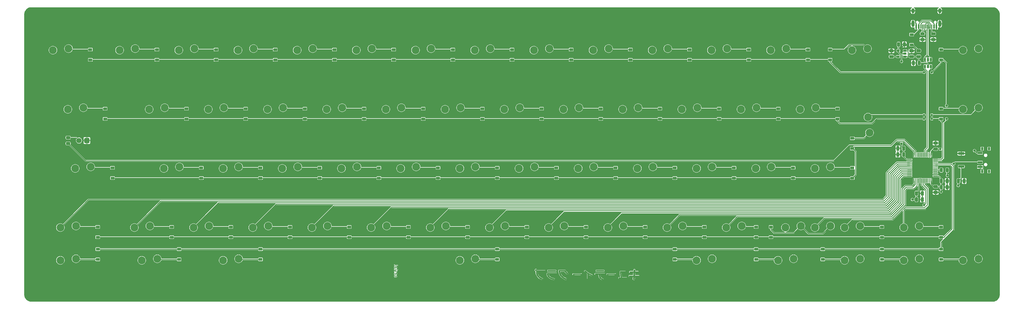
<source format=gbr>
G04 #@! TF.GenerationSoftware,KiCad,Pcbnew,5.1.5*
G04 #@! TF.CreationDate,2020-01-22T21:44:28+00:00*
G04 #@! TF.ProjectId,borsdorf,626f7273-646f-4726-962e-6b696361645f,rev?*
G04 #@! TF.SameCoordinates,Original*
G04 #@! TF.FileFunction,Copper,L2,Bot*
G04 #@! TF.FilePolarity,Positive*
%FSLAX46Y46*%
G04 Gerber Fmt 4.6, Leading zero omitted, Abs format (unit mm)*
G04 Created by KiCad (PCBNEW 5.1.5) date 2020-01-22 21:44:28*
%MOMM*%
%LPD*%
G04 APERTURE LIST*
%ADD10C,0.010000*%
%ADD11C,0.150000*%
%ADD12R,1.200000X0.900000*%
%ADD13C,2.500000*%
%ADD14R,0.600000X1.450000*%
%ADD15R,0.300000X1.450000*%
%ADD16O,1.000000X2.100000*%
%ADD17O,1.000000X1.600000*%
%ADD18C,0.100000*%
%ADD19R,1.500000X0.700000*%
%ADD20R,0.800000X1.000000*%
%ADD21R,1.060000X0.650000*%
%ADD22C,1.700000*%
%ADD23R,0.650000X1.060000*%
%ADD24C,0.800000*%
%ADD25C,0.250000*%
%ADD26C,0.127000*%
G04 APERTURE END LIST*
D10*
G36*
X202196563Y-123089010D02*
G01*
X202041985Y-123089032D01*
X201899601Y-123089073D01*
X201768903Y-123089138D01*
X201649386Y-123089229D01*
X201540542Y-123089351D01*
X201441866Y-123089506D01*
X201352851Y-123089698D01*
X201272990Y-123089931D01*
X201201776Y-123090208D01*
X201138704Y-123090533D01*
X201083266Y-123090909D01*
X201034957Y-123091341D01*
X200993268Y-123091830D01*
X200957695Y-123092382D01*
X200927730Y-123092999D01*
X200902867Y-123093685D01*
X200882600Y-123094444D01*
X200866421Y-123095279D01*
X200853825Y-123096194D01*
X200844304Y-123097192D01*
X200837353Y-123098276D01*
X200836186Y-123098512D01*
X200786047Y-123112629D01*
X200742999Y-123132744D01*
X200706424Y-123159751D01*
X200675704Y-123194545D01*
X200650220Y-123238019D01*
X200629354Y-123291068D01*
X200612487Y-123354585D01*
X200599001Y-123429466D01*
X200596846Y-123444500D01*
X200593553Y-123477121D01*
X200591051Y-123520041D01*
X200589325Y-123570885D01*
X200588360Y-123627277D01*
X200588142Y-123686841D01*
X200588655Y-123747202D01*
X200589885Y-123805984D01*
X200591817Y-123860812D01*
X200594436Y-123909311D01*
X200597728Y-123949104D01*
X200600102Y-123968375D01*
X200628813Y-124125536D01*
X200667985Y-124277468D01*
X200717998Y-124425078D01*
X200779232Y-124569269D01*
X200852067Y-124710950D01*
X200936883Y-124851024D01*
X201022591Y-124974850D01*
X201082473Y-125053162D01*
X201149437Y-125134671D01*
X201221835Y-125217688D01*
X201298019Y-125300523D01*
X201376343Y-125381486D01*
X201455160Y-125458889D01*
X201532823Y-125531042D01*
X201607683Y-125596256D01*
X201678095Y-125652842D01*
X201698876Y-125668451D01*
X201733829Y-125692936D01*
X201777160Y-125721294D01*
X201825886Y-125751727D01*
X201877022Y-125782435D01*
X201927583Y-125811619D01*
X201974587Y-125837479D01*
X202007301Y-125854405D01*
X202038751Y-125869496D01*
X202076373Y-125886628D01*
X202118499Y-125905126D01*
X202163457Y-125924316D01*
X202209577Y-125943524D01*
X202255190Y-125962077D01*
X202298625Y-125979300D01*
X202338212Y-125994519D01*
X202372280Y-126007061D01*
X202399160Y-126016252D01*
X202417182Y-126021417D01*
X202423355Y-126022296D01*
X202429499Y-126018125D01*
X202443899Y-126006429D01*
X202465394Y-125988208D01*
X202492828Y-125964462D01*
X202525041Y-125936191D01*
X202560874Y-125904395D01*
X202585500Y-125882362D01*
X202623628Y-125848099D01*
X202659287Y-125815973D01*
X202691227Y-125787115D01*
X202718197Y-125762660D01*
X202738947Y-125743740D01*
X202752226Y-125731489D01*
X202756054Y-125727843D01*
X202771033Y-125712953D01*
X202717954Y-125695656D01*
X202616016Y-125659734D01*
X202509983Y-125617370D01*
X202402775Y-125569960D01*
X202297313Y-125518901D01*
X202196515Y-125465589D01*
X202103302Y-125411419D01*
X202042575Y-125372704D01*
X201924138Y-125287774D01*
X201806990Y-125191996D01*
X201693090Y-125087205D01*
X201584395Y-124975236D01*
X201482864Y-124857924D01*
X201451987Y-124819275D01*
X201359891Y-124691845D01*
X201277122Y-124557155D01*
X201204290Y-124416561D01*
X201142002Y-124271418D01*
X201090868Y-124123081D01*
X201051497Y-123972905D01*
X201035457Y-123892175D01*
X201029729Y-123856825D01*
X201025632Y-123823636D01*
X201022917Y-123789162D01*
X201021336Y-123749954D01*
X201020639Y-123702567D01*
X201020564Y-123685800D01*
X201020545Y-123642488D01*
X201020883Y-123609772D01*
X201021759Y-123585545D01*
X201023359Y-123567703D01*
X201025865Y-123554142D01*
X201029463Y-123542758D01*
X201033978Y-123532214D01*
X201048548Y-123508282D01*
X201068454Y-123491635D01*
X201075253Y-123487764D01*
X201102775Y-123473075D01*
X202307688Y-123471406D01*
X203512600Y-123469738D01*
X203512600Y-123088900D01*
X202196563Y-123089010D01*
G37*
X202196563Y-123089010D02*
X202041985Y-123089032D01*
X201899601Y-123089073D01*
X201768903Y-123089138D01*
X201649386Y-123089229D01*
X201540542Y-123089351D01*
X201441866Y-123089506D01*
X201352851Y-123089698D01*
X201272990Y-123089931D01*
X201201776Y-123090208D01*
X201138704Y-123090533D01*
X201083266Y-123090909D01*
X201034957Y-123091341D01*
X200993268Y-123091830D01*
X200957695Y-123092382D01*
X200927730Y-123092999D01*
X200902867Y-123093685D01*
X200882600Y-123094444D01*
X200866421Y-123095279D01*
X200853825Y-123096194D01*
X200844304Y-123097192D01*
X200837353Y-123098276D01*
X200836186Y-123098512D01*
X200786047Y-123112629D01*
X200742999Y-123132744D01*
X200706424Y-123159751D01*
X200675704Y-123194545D01*
X200650220Y-123238019D01*
X200629354Y-123291068D01*
X200612487Y-123354585D01*
X200599001Y-123429466D01*
X200596846Y-123444500D01*
X200593553Y-123477121D01*
X200591051Y-123520041D01*
X200589325Y-123570885D01*
X200588360Y-123627277D01*
X200588142Y-123686841D01*
X200588655Y-123747202D01*
X200589885Y-123805984D01*
X200591817Y-123860812D01*
X200594436Y-123909311D01*
X200597728Y-123949104D01*
X200600102Y-123968375D01*
X200628813Y-124125536D01*
X200667985Y-124277468D01*
X200717998Y-124425078D01*
X200779232Y-124569269D01*
X200852067Y-124710950D01*
X200936883Y-124851024D01*
X201022591Y-124974850D01*
X201082473Y-125053162D01*
X201149437Y-125134671D01*
X201221835Y-125217688D01*
X201298019Y-125300523D01*
X201376343Y-125381486D01*
X201455160Y-125458889D01*
X201532823Y-125531042D01*
X201607683Y-125596256D01*
X201678095Y-125652842D01*
X201698876Y-125668451D01*
X201733829Y-125692936D01*
X201777160Y-125721294D01*
X201825886Y-125751727D01*
X201877022Y-125782435D01*
X201927583Y-125811619D01*
X201974587Y-125837479D01*
X202007301Y-125854405D01*
X202038751Y-125869496D01*
X202076373Y-125886628D01*
X202118499Y-125905126D01*
X202163457Y-125924316D01*
X202209577Y-125943524D01*
X202255190Y-125962077D01*
X202298625Y-125979300D01*
X202338212Y-125994519D01*
X202372280Y-126007061D01*
X202399160Y-126016252D01*
X202417182Y-126021417D01*
X202423355Y-126022296D01*
X202429499Y-126018125D01*
X202443899Y-126006429D01*
X202465394Y-125988208D01*
X202492828Y-125964462D01*
X202525041Y-125936191D01*
X202560874Y-125904395D01*
X202585500Y-125882362D01*
X202623628Y-125848099D01*
X202659287Y-125815973D01*
X202691227Y-125787115D01*
X202718197Y-125762660D01*
X202738947Y-125743740D01*
X202752226Y-125731489D01*
X202756054Y-125727843D01*
X202771033Y-125712953D01*
X202717954Y-125695656D01*
X202616016Y-125659734D01*
X202509983Y-125617370D01*
X202402775Y-125569960D01*
X202297313Y-125518901D01*
X202196515Y-125465589D01*
X202103302Y-125411419D01*
X202042575Y-125372704D01*
X201924138Y-125287774D01*
X201806990Y-125191996D01*
X201693090Y-125087205D01*
X201584395Y-124975236D01*
X201482864Y-124857924D01*
X201451987Y-124819275D01*
X201359891Y-124691845D01*
X201277122Y-124557155D01*
X201204290Y-124416561D01*
X201142002Y-124271418D01*
X201090868Y-124123081D01*
X201051497Y-123972905D01*
X201035457Y-123892175D01*
X201029729Y-123856825D01*
X201025632Y-123823636D01*
X201022917Y-123789162D01*
X201021336Y-123749954D01*
X201020639Y-123702567D01*
X201020564Y-123685800D01*
X201020545Y-123642488D01*
X201020883Y-123609772D01*
X201021759Y-123585545D01*
X201023359Y-123567703D01*
X201025865Y-123554142D01*
X201029463Y-123542758D01*
X201033978Y-123532214D01*
X201048548Y-123508282D01*
X201068454Y-123491635D01*
X201075253Y-123487764D01*
X201102775Y-123473075D01*
X202307688Y-123471406D01*
X203512600Y-123469738D01*
X203512600Y-123088900D01*
X202196563Y-123089010D01*
G36*
X208786053Y-122980939D02*
G01*
X208687549Y-122981044D01*
X208591502Y-122981207D01*
X208498755Y-122981428D01*
X208410150Y-122981707D01*
X208326527Y-122982044D01*
X208248730Y-122982439D01*
X208177599Y-122982894D01*
X208113978Y-122983407D01*
X208058706Y-122983980D01*
X208012627Y-122984612D01*
X207976583Y-122985304D01*
X207951414Y-122986057D01*
X207937963Y-122986869D01*
X207936920Y-122987010D01*
X207903702Y-122994079D01*
X207880442Y-123003485D01*
X207864421Y-123016741D01*
X207853930Y-123033254D01*
X207845549Y-123056283D01*
X207840398Y-123085133D01*
X207838542Y-123120683D01*
X207840047Y-123163812D01*
X207844976Y-123215398D01*
X207853394Y-123276321D01*
X207865368Y-123347459D01*
X207880961Y-123429691D01*
X207884546Y-123447675D01*
X207916116Y-123596941D01*
X207948854Y-123735341D01*
X207983330Y-123864692D01*
X208020118Y-123986814D01*
X208059788Y-124103526D01*
X208102914Y-124216647D01*
X208150067Y-124327996D01*
X208186091Y-124406525D01*
X208264886Y-124561098D01*
X208352269Y-124709392D01*
X208448643Y-124851827D01*
X208554416Y-124988821D01*
X208669993Y-125120795D01*
X208795778Y-125248166D01*
X208932179Y-125371355D01*
X209079600Y-125490780D01*
X209238446Y-125606860D01*
X209409125Y-125720016D01*
X209527274Y-125792597D01*
X209572053Y-125819024D01*
X209621069Y-125847432D01*
X209673120Y-125877168D01*
X209727005Y-125907578D01*
X209781521Y-125938008D01*
X209835467Y-125967803D01*
X209887641Y-125996310D01*
X209936842Y-126022875D01*
X209981867Y-126046843D01*
X210021515Y-126067561D01*
X210054584Y-126084374D01*
X210079873Y-126096629D01*
X210096179Y-126103671D01*
X210101573Y-126105150D01*
X210107659Y-126101171D01*
X210122268Y-126089847D01*
X210144282Y-126072098D01*
X210172582Y-126048843D01*
X210206049Y-126021001D01*
X210243563Y-125989493D01*
X210283609Y-125955576D01*
X210323832Y-125921252D01*
X210360821Y-125889459D01*
X210393497Y-125861142D01*
X210420782Y-125837245D01*
X210441596Y-125818713D01*
X210454862Y-125806490D01*
X210459500Y-125801526D01*
X210454040Y-125797563D01*
X210438784Y-125789057D01*
X210415425Y-125776881D01*
X210385652Y-125761912D01*
X210351157Y-125745026D01*
X210340738Y-125740004D01*
X210150596Y-125645756D01*
X209972653Y-125551420D01*
X209806410Y-125456596D01*
X209651370Y-125360881D01*
X209507034Y-125263872D01*
X209372905Y-125165167D01*
X209248485Y-125064365D01*
X209133277Y-124961063D01*
X209026781Y-124854859D01*
X208928502Y-124745350D01*
X208837940Y-124632135D01*
X208754597Y-124514811D01*
X208682247Y-124400175D01*
X208637307Y-124322453D01*
X208597002Y-124247624D01*
X208560217Y-124173187D01*
X208525840Y-124096645D01*
X208492756Y-124015497D01*
X208459851Y-123927244D01*
X208426013Y-123829388D01*
X208420424Y-123812632D01*
X208396696Y-123740165D01*
X208377167Y-123678118D01*
X208361466Y-123625062D01*
X208349222Y-123579568D01*
X208340063Y-123540208D01*
X208333617Y-123505552D01*
X208329515Y-123474171D01*
X208328083Y-123457200D01*
X208326582Y-123430177D01*
X208326842Y-123412368D01*
X208329350Y-123400348D01*
X208334591Y-123390694D01*
X208338204Y-123385915D01*
X208342440Y-123380624D01*
X208346728Y-123375921D01*
X208351801Y-123371773D01*
X208358394Y-123368144D01*
X208367242Y-123364999D01*
X208379080Y-123362305D01*
X208394640Y-123360025D01*
X208414659Y-123358126D01*
X208439870Y-123356573D01*
X208471009Y-123355331D01*
X208508808Y-123354365D01*
X208554003Y-123353641D01*
X208607328Y-123353124D01*
X208669518Y-123352778D01*
X208741307Y-123352570D01*
X208823429Y-123352465D01*
X208916620Y-123352428D01*
X209021612Y-123352424D01*
X209046625Y-123352425D01*
X209155855Y-123352455D01*
X209253052Y-123352553D01*
X209338884Y-123352727D01*
X209414019Y-123352984D01*
X209479122Y-123353333D01*
X209534862Y-123353782D01*
X209581907Y-123354340D01*
X209620922Y-123355015D01*
X209652577Y-123355814D01*
X209677537Y-123356747D01*
X209696470Y-123357822D01*
X209710045Y-123359046D01*
X209718927Y-123360429D01*
X209720397Y-123360776D01*
X209738868Y-123367146D01*
X209756374Y-123377180D01*
X209774286Y-123392267D01*
X209793979Y-123413795D01*
X209816825Y-123443151D01*
X209844197Y-123481723D01*
X209853497Y-123495300D01*
X209899303Y-123561234D01*
X209942794Y-123620730D01*
X209985959Y-123676163D01*
X210030785Y-123729907D01*
X210079259Y-123784338D01*
X210133371Y-123841830D01*
X210195108Y-123904759D01*
X210201980Y-123911645D01*
X210238243Y-123947395D01*
X210276387Y-123984062D01*
X210314015Y-124019406D01*
X210348732Y-124051191D01*
X210378141Y-124077178D01*
X210389650Y-124086920D01*
X210417256Y-124109464D01*
X210447453Y-124133543D01*
X210478539Y-124157863D01*
X210508809Y-124181132D01*
X210536560Y-124202054D01*
X210560087Y-124219338D01*
X210577688Y-124231689D01*
X210587658Y-124237815D01*
X210588992Y-124238250D01*
X210595065Y-124234945D01*
X210610200Y-124225704D01*
X210632826Y-124211540D01*
X210661374Y-124193463D01*
X210694273Y-124172485D01*
X210729954Y-124149617D01*
X210766847Y-124125871D01*
X210803380Y-124102258D01*
X210837986Y-124079790D01*
X210869092Y-124059479D01*
X210895131Y-124042334D01*
X210914530Y-124029369D01*
X210925721Y-124021594D01*
X210927629Y-124020089D01*
X210928620Y-124015223D01*
X210923306Y-124007073D01*
X210910614Y-123994544D01*
X210889468Y-123976544D01*
X210867431Y-123958807D01*
X210741406Y-123854655D01*
X210621670Y-123746874D01*
X210546146Y-123674103D01*
X210458050Y-123583190D01*
X210380982Y-123495078D01*
X210313972Y-123408405D01*
X210256050Y-123321808D01*
X210206244Y-123233925D01*
X210163586Y-123143396D01*
X210157273Y-123128365D01*
X210138429Y-123084877D01*
X210121560Y-123051896D01*
X210105044Y-123027748D01*
X210087258Y-123010760D01*
X210066580Y-122999257D01*
X210041389Y-122991567D01*
X210020921Y-122987673D01*
X210009436Y-122986843D01*
X209986097Y-122986066D01*
X209951747Y-122985342D01*
X209907227Y-122984671D01*
X209853379Y-122984054D01*
X209791045Y-122983491D01*
X209721067Y-122982983D01*
X209644286Y-122982529D01*
X209561545Y-122982129D01*
X209473685Y-122981785D01*
X209381548Y-122981496D01*
X209285976Y-122981263D01*
X209187810Y-122981085D01*
X209087893Y-122980964D01*
X208987067Y-122980899D01*
X208886173Y-122980890D01*
X208786053Y-122980939D01*
G37*
X208786053Y-122980939D02*
X208687549Y-122981044D01*
X208591502Y-122981207D01*
X208498755Y-122981428D01*
X208410150Y-122981707D01*
X208326527Y-122982044D01*
X208248730Y-122982439D01*
X208177599Y-122982894D01*
X208113978Y-122983407D01*
X208058706Y-122983980D01*
X208012627Y-122984612D01*
X207976583Y-122985304D01*
X207951414Y-122986057D01*
X207937963Y-122986869D01*
X207936920Y-122987010D01*
X207903702Y-122994079D01*
X207880442Y-123003485D01*
X207864421Y-123016741D01*
X207853930Y-123033254D01*
X207845549Y-123056283D01*
X207840398Y-123085133D01*
X207838542Y-123120683D01*
X207840047Y-123163812D01*
X207844976Y-123215398D01*
X207853394Y-123276321D01*
X207865368Y-123347459D01*
X207880961Y-123429691D01*
X207884546Y-123447675D01*
X207916116Y-123596941D01*
X207948854Y-123735341D01*
X207983330Y-123864692D01*
X208020118Y-123986814D01*
X208059788Y-124103526D01*
X208102914Y-124216647D01*
X208150067Y-124327996D01*
X208186091Y-124406525D01*
X208264886Y-124561098D01*
X208352269Y-124709392D01*
X208448643Y-124851827D01*
X208554416Y-124988821D01*
X208669993Y-125120795D01*
X208795778Y-125248166D01*
X208932179Y-125371355D01*
X209079600Y-125490780D01*
X209238446Y-125606860D01*
X209409125Y-125720016D01*
X209527274Y-125792597D01*
X209572053Y-125819024D01*
X209621069Y-125847432D01*
X209673120Y-125877168D01*
X209727005Y-125907578D01*
X209781521Y-125938008D01*
X209835467Y-125967803D01*
X209887641Y-125996310D01*
X209936842Y-126022875D01*
X209981867Y-126046843D01*
X210021515Y-126067561D01*
X210054584Y-126084374D01*
X210079873Y-126096629D01*
X210096179Y-126103671D01*
X210101573Y-126105150D01*
X210107659Y-126101171D01*
X210122268Y-126089847D01*
X210144282Y-126072098D01*
X210172582Y-126048843D01*
X210206049Y-126021001D01*
X210243563Y-125989493D01*
X210283609Y-125955576D01*
X210323832Y-125921252D01*
X210360821Y-125889459D01*
X210393497Y-125861142D01*
X210420782Y-125837245D01*
X210441596Y-125818713D01*
X210454862Y-125806490D01*
X210459500Y-125801526D01*
X210454040Y-125797563D01*
X210438784Y-125789057D01*
X210415425Y-125776881D01*
X210385652Y-125761912D01*
X210351157Y-125745026D01*
X210340738Y-125740004D01*
X210150596Y-125645756D01*
X209972653Y-125551420D01*
X209806410Y-125456596D01*
X209651370Y-125360881D01*
X209507034Y-125263872D01*
X209372905Y-125165167D01*
X209248485Y-125064365D01*
X209133277Y-124961063D01*
X209026781Y-124854859D01*
X208928502Y-124745350D01*
X208837940Y-124632135D01*
X208754597Y-124514811D01*
X208682247Y-124400175D01*
X208637307Y-124322453D01*
X208597002Y-124247624D01*
X208560217Y-124173187D01*
X208525840Y-124096645D01*
X208492756Y-124015497D01*
X208459851Y-123927244D01*
X208426013Y-123829388D01*
X208420424Y-123812632D01*
X208396696Y-123740165D01*
X208377167Y-123678118D01*
X208361466Y-123625062D01*
X208349222Y-123579568D01*
X208340063Y-123540208D01*
X208333617Y-123505552D01*
X208329515Y-123474171D01*
X208328083Y-123457200D01*
X208326582Y-123430177D01*
X208326842Y-123412368D01*
X208329350Y-123400348D01*
X208334591Y-123390694D01*
X208338204Y-123385915D01*
X208342440Y-123380624D01*
X208346728Y-123375921D01*
X208351801Y-123371773D01*
X208358394Y-123368144D01*
X208367242Y-123364999D01*
X208379080Y-123362305D01*
X208394640Y-123360025D01*
X208414659Y-123358126D01*
X208439870Y-123356573D01*
X208471009Y-123355331D01*
X208508808Y-123354365D01*
X208554003Y-123353641D01*
X208607328Y-123353124D01*
X208669518Y-123352778D01*
X208741307Y-123352570D01*
X208823429Y-123352465D01*
X208916620Y-123352428D01*
X209021612Y-123352424D01*
X209046625Y-123352425D01*
X209155855Y-123352455D01*
X209253052Y-123352553D01*
X209338884Y-123352727D01*
X209414019Y-123352984D01*
X209479122Y-123353333D01*
X209534862Y-123353782D01*
X209581907Y-123354340D01*
X209620922Y-123355015D01*
X209652577Y-123355814D01*
X209677537Y-123356747D01*
X209696470Y-123357822D01*
X209710045Y-123359046D01*
X209718927Y-123360429D01*
X209720397Y-123360776D01*
X209738868Y-123367146D01*
X209756374Y-123377180D01*
X209774286Y-123392267D01*
X209793979Y-123413795D01*
X209816825Y-123443151D01*
X209844197Y-123481723D01*
X209853497Y-123495300D01*
X209899303Y-123561234D01*
X209942794Y-123620730D01*
X209985959Y-123676163D01*
X210030785Y-123729907D01*
X210079259Y-123784338D01*
X210133371Y-123841830D01*
X210195108Y-123904759D01*
X210201980Y-123911645D01*
X210238243Y-123947395D01*
X210276387Y-123984062D01*
X210314015Y-124019406D01*
X210348732Y-124051191D01*
X210378141Y-124077178D01*
X210389650Y-124086920D01*
X210417256Y-124109464D01*
X210447453Y-124133543D01*
X210478539Y-124157863D01*
X210508809Y-124181132D01*
X210536560Y-124202054D01*
X210560087Y-124219338D01*
X210577688Y-124231689D01*
X210587658Y-124237815D01*
X210588992Y-124238250D01*
X210595065Y-124234945D01*
X210610200Y-124225704D01*
X210632826Y-124211540D01*
X210661374Y-124193463D01*
X210694273Y-124172485D01*
X210729954Y-124149617D01*
X210766847Y-124125871D01*
X210803380Y-124102258D01*
X210837986Y-124079790D01*
X210869092Y-124059479D01*
X210895131Y-124042334D01*
X210914530Y-124029369D01*
X210925721Y-124021594D01*
X210927629Y-124020089D01*
X210928620Y-124015223D01*
X210923306Y-124007073D01*
X210910614Y-123994544D01*
X210889468Y-123976544D01*
X210867431Y-123958807D01*
X210741406Y-123854655D01*
X210621670Y-123746874D01*
X210546146Y-123674103D01*
X210458050Y-123583190D01*
X210380982Y-123495078D01*
X210313972Y-123408405D01*
X210256050Y-123321808D01*
X210206244Y-123233925D01*
X210163586Y-123143396D01*
X210157273Y-123128365D01*
X210138429Y-123084877D01*
X210121560Y-123051896D01*
X210105044Y-123027748D01*
X210087258Y-123010760D01*
X210066580Y-122999257D01*
X210041389Y-122991567D01*
X210020921Y-122987673D01*
X210009436Y-122986843D01*
X209986097Y-122986066D01*
X209951747Y-122985342D01*
X209907227Y-122984671D01*
X209853379Y-122984054D01*
X209791045Y-122983491D01*
X209721067Y-122982983D01*
X209644286Y-122982529D01*
X209561545Y-122982129D01*
X209473685Y-122981785D01*
X209381548Y-122981496D01*
X209285976Y-122981263D01*
X209187810Y-122981085D01*
X209087893Y-122980964D01*
X208987067Y-122980899D01*
X208886173Y-122980890D01*
X208786053Y-122980939D01*
G36*
X216426554Y-123073411D02*
G01*
X216412001Y-123083008D01*
X216392141Y-123097009D01*
X216377429Y-123107769D01*
X216354469Y-123124066D01*
X216323709Y-123144863D01*
X216288240Y-123168123D01*
X216251152Y-123191811D01*
X216226581Y-123207128D01*
X216193943Y-123227455D01*
X216164374Y-123246272D01*
X216139867Y-123262281D01*
X216122413Y-123274181D01*
X216114342Y-123280343D01*
X216108516Y-123286512D01*
X216107208Y-123292179D01*
X216111705Y-123299671D01*
X216123292Y-123311313D01*
X216139742Y-123326266D01*
X216264945Y-123437951D01*
X216382859Y-123540965D01*
X216494572Y-123636180D01*
X216601174Y-123724468D01*
X216703754Y-123806702D01*
X216803402Y-123883754D01*
X216901208Y-123956495D01*
X216998260Y-124025799D01*
X217095648Y-124092537D01*
X217103188Y-124097592D01*
X217171450Y-124143284D01*
X217171450Y-125667000D01*
X217539750Y-125667000D01*
X217539750Y-124376924D01*
X217627063Y-124423326D01*
X217751010Y-124487614D01*
X217884036Y-124553689D01*
X218022954Y-124620050D01*
X218164577Y-124685194D01*
X218305717Y-124747617D01*
X218402322Y-124788807D01*
X218531732Y-124843081D01*
X218552978Y-124821653D01*
X218562952Y-124811271D01*
X218580138Y-124793031D01*
X218603147Y-124768420D01*
X218630593Y-124738926D01*
X218661089Y-124706036D01*
X218691160Y-124673499D01*
X218808095Y-124546773D01*
X218677160Y-124498340D01*
X218414950Y-124395446D01*
X218161408Y-124283980D01*
X217916701Y-124164047D01*
X217680999Y-124035751D01*
X217454469Y-123899199D01*
X217237281Y-123754495D01*
X217029603Y-123601745D01*
X216831602Y-123441053D01*
X216643449Y-123272525D01*
X216520667Y-123152951D01*
X216494293Y-123126622D01*
X216470884Y-123103729D01*
X216451930Y-123085690D01*
X216438922Y-123073925D01*
X216433390Y-123069850D01*
X216426554Y-123073411D01*
G37*
X216426554Y-123073411D02*
X216412001Y-123083008D01*
X216392141Y-123097009D01*
X216377429Y-123107769D01*
X216354469Y-123124066D01*
X216323709Y-123144863D01*
X216288240Y-123168123D01*
X216251152Y-123191811D01*
X216226581Y-123207128D01*
X216193943Y-123227455D01*
X216164374Y-123246272D01*
X216139867Y-123262281D01*
X216122413Y-123274181D01*
X216114342Y-123280343D01*
X216108516Y-123286512D01*
X216107208Y-123292179D01*
X216111705Y-123299671D01*
X216123292Y-123311313D01*
X216139742Y-123326266D01*
X216264945Y-123437951D01*
X216382859Y-123540965D01*
X216494572Y-123636180D01*
X216601174Y-123724468D01*
X216703754Y-123806702D01*
X216803402Y-123883754D01*
X216901208Y-123956495D01*
X216998260Y-124025799D01*
X217095648Y-124092537D01*
X217103188Y-124097592D01*
X217171450Y-124143284D01*
X217171450Y-125667000D01*
X217539750Y-125667000D01*
X217539750Y-124376924D01*
X217627063Y-124423326D01*
X217751010Y-124487614D01*
X217884036Y-124553689D01*
X218022954Y-124620050D01*
X218164577Y-124685194D01*
X218305717Y-124747617D01*
X218402322Y-124788807D01*
X218531732Y-124843081D01*
X218552978Y-124821653D01*
X218562952Y-124811271D01*
X218580138Y-124793031D01*
X218603147Y-124768420D01*
X218630593Y-124738926D01*
X218661089Y-124706036D01*
X218691160Y-124673499D01*
X218808095Y-124546773D01*
X218677160Y-124498340D01*
X218414950Y-124395446D01*
X218161408Y-124283980D01*
X217916701Y-124164047D01*
X217680999Y-124035751D01*
X217454469Y-123899199D01*
X217237281Y-123754495D01*
X217029603Y-123601745D01*
X216831602Y-123441053D01*
X216643449Y-123272525D01*
X216520667Y-123152951D01*
X216494293Y-123126622D01*
X216470884Y-123103729D01*
X216451930Y-123085690D01*
X216438922Y-123073925D01*
X216433390Y-123069850D01*
X216426554Y-123073411D01*
G36*
X212453400Y-124319981D02*
G01*
X212453450Y-124371323D01*
X212453659Y-124411359D01*
X212454116Y-124441482D01*
X212454912Y-124463084D01*
X212456137Y-124477561D01*
X212457880Y-124486305D01*
X212460232Y-124490709D01*
X212463282Y-124492167D01*
X212464513Y-124492239D01*
X212473640Y-124491898D01*
X212493651Y-124490942D01*
X212522751Y-124489465D01*
X212559144Y-124487558D01*
X212601033Y-124485316D01*
X212643900Y-124482979D01*
X212721140Y-124478829D01*
X212793999Y-124475141D01*
X212863718Y-124471887D01*
X212931539Y-124469043D01*
X212998702Y-124466583D01*
X213066447Y-124464480D01*
X213136016Y-124462709D01*
X213208649Y-124461245D01*
X213285587Y-124460061D01*
X213368071Y-124459133D01*
X213457342Y-124458433D01*
X213554639Y-124457937D01*
X213661205Y-124457618D01*
X213778279Y-124457451D01*
X213875800Y-124457410D01*
X214002121Y-124457460D01*
X214116940Y-124457646D01*
X214221455Y-124457993D01*
X214316867Y-124458528D01*
X214404371Y-124459276D01*
X214485167Y-124460260D01*
X214560454Y-124461508D01*
X214631428Y-124463044D01*
X214699289Y-124464893D01*
X214765235Y-124467080D01*
X214830463Y-124469631D01*
X214896173Y-124472572D01*
X214963562Y-124475926D01*
X215033829Y-124479720D01*
X215091825Y-124483025D01*
X215135721Y-124485557D01*
X215175598Y-124487823D01*
X215209646Y-124489723D01*
X215236053Y-124491158D01*
X215253009Y-124492027D01*
X215258513Y-124492247D01*
X215260987Y-124489472D01*
X215262927Y-124480397D01*
X215264386Y-124463898D01*
X215265415Y-124438853D01*
X215266066Y-124404137D01*
X215266390Y-124358627D01*
X215266450Y-124320044D01*
X215266450Y-124147839D01*
X215207713Y-124151877D01*
X215123120Y-124157017D01*
X215026998Y-124161654D01*
X214920511Y-124165788D01*
X214804819Y-124169419D01*
X214681085Y-124172547D01*
X214550470Y-124175172D01*
X214414137Y-124177293D01*
X214273248Y-124178912D01*
X214128964Y-124180028D01*
X213982447Y-124180641D01*
X213834860Y-124180752D01*
X213687364Y-124180360D01*
X213541121Y-124179465D01*
X213397293Y-124178068D01*
X213257042Y-124176168D01*
X213121530Y-124173766D01*
X212991919Y-124170862D01*
X212869371Y-124167455D01*
X212755048Y-124163546D01*
X212650111Y-124159135D01*
X212555723Y-124154221D01*
X212515313Y-124151737D01*
X212453400Y-124147713D01*
X212453400Y-124319981D01*
G37*
X212453400Y-124319981D02*
X212453450Y-124371323D01*
X212453659Y-124411359D01*
X212454116Y-124441482D01*
X212454912Y-124463084D01*
X212456137Y-124477561D01*
X212457880Y-124486305D01*
X212460232Y-124490709D01*
X212463282Y-124492167D01*
X212464513Y-124492239D01*
X212473640Y-124491898D01*
X212493651Y-124490942D01*
X212522751Y-124489465D01*
X212559144Y-124487558D01*
X212601033Y-124485316D01*
X212643900Y-124482979D01*
X212721140Y-124478829D01*
X212793999Y-124475141D01*
X212863718Y-124471887D01*
X212931539Y-124469043D01*
X212998702Y-124466583D01*
X213066447Y-124464480D01*
X213136016Y-124462709D01*
X213208649Y-124461245D01*
X213285587Y-124460061D01*
X213368071Y-124459133D01*
X213457342Y-124458433D01*
X213554639Y-124457937D01*
X213661205Y-124457618D01*
X213778279Y-124457451D01*
X213875800Y-124457410D01*
X214002121Y-124457460D01*
X214116940Y-124457646D01*
X214221455Y-124457993D01*
X214316867Y-124458528D01*
X214404371Y-124459276D01*
X214485167Y-124460260D01*
X214560454Y-124461508D01*
X214631428Y-124463044D01*
X214699289Y-124464893D01*
X214765235Y-124467080D01*
X214830463Y-124469631D01*
X214896173Y-124472572D01*
X214963562Y-124475926D01*
X215033829Y-124479720D01*
X215091825Y-124483025D01*
X215135721Y-124485557D01*
X215175598Y-124487823D01*
X215209646Y-124489723D01*
X215236053Y-124491158D01*
X215253009Y-124492027D01*
X215258513Y-124492247D01*
X215260987Y-124489472D01*
X215262927Y-124480397D01*
X215264386Y-124463898D01*
X215265415Y-124438853D01*
X215266066Y-124404137D01*
X215266390Y-124358627D01*
X215266450Y-124320044D01*
X215266450Y-124147839D01*
X215207713Y-124151877D01*
X215123120Y-124157017D01*
X215026998Y-124161654D01*
X214920511Y-124165788D01*
X214804819Y-124169419D01*
X214681085Y-124172547D01*
X214550470Y-124175172D01*
X214414137Y-124177293D01*
X214273248Y-124178912D01*
X214128964Y-124180028D01*
X213982447Y-124180641D01*
X213834860Y-124180752D01*
X213687364Y-124180360D01*
X213541121Y-124179465D01*
X213397293Y-124178068D01*
X213257042Y-124176168D01*
X213121530Y-124173766D01*
X212991919Y-124170862D01*
X212869371Y-124167455D01*
X212755048Y-124163546D01*
X212650111Y-124159135D01*
X212555723Y-124154221D01*
X212515313Y-124151737D01*
X212453400Y-124147713D01*
X212453400Y-124319981D01*
G36*
X204350800Y-123361950D02*
G01*
X205670542Y-123361950D01*
X205799100Y-123361929D01*
X205924281Y-123361870D01*
X206045495Y-123361775D01*
X206162149Y-123361644D01*
X206273650Y-123361479D01*
X206379407Y-123361284D01*
X206478826Y-123361059D01*
X206571317Y-123360807D01*
X206656286Y-123360529D01*
X206733142Y-123360227D01*
X206801292Y-123359903D01*
X206860145Y-123359560D01*
X206909106Y-123359198D01*
X206947586Y-123358820D01*
X206974991Y-123358428D01*
X206990729Y-123358024D01*
X206994517Y-123357716D01*
X206995583Y-123350530D01*
X206996550Y-123332247D01*
X206997384Y-123304471D01*
X206998050Y-123268804D01*
X206998512Y-123226850D01*
X206998735Y-123180212D01*
X206998750Y-123164041D01*
X206998750Y-122974600D01*
X204350800Y-122974600D01*
X204350800Y-123361950D01*
G37*
X204350800Y-123361950D02*
X205670542Y-123361950D01*
X205799100Y-123361929D01*
X205924281Y-123361870D01*
X206045495Y-123361775D01*
X206162149Y-123361644D01*
X206273650Y-123361479D01*
X206379407Y-123361284D01*
X206478826Y-123361059D01*
X206571317Y-123360807D01*
X206656286Y-123360529D01*
X206733142Y-123360227D01*
X206801292Y-123359903D01*
X206860145Y-123359560D01*
X206909106Y-123359198D01*
X206947586Y-123358820D01*
X206974991Y-123358428D01*
X206990729Y-123358024D01*
X206994517Y-123357716D01*
X206995583Y-123350530D01*
X206996550Y-123332247D01*
X206997384Y-123304471D01*
X206998050Y-123268804D01*
X206998512Y-123226850D01*
X206998735Y-123180212D01*
X206998750Y-123164041D01*
X206998750Y-122974600D01*
X204350800Y-122974600D01*
X204350800Y-123361950D01*
G36*
X219914650Y-123349250D02*
G01*
X222499100Y-123349250D01*
X222499100Y-122980950D01*
X219914650Y-122980950D01*
X219914650Y-123349250D01*
G37*
X219914650Y-123349250D02*
X222499100Y-123349250D01*
X222499100Y-122980950D01*
X219914650Y-122980950D01*
X219914650Y-123349250D01*
G36*
X200670623Y-122669059D02*
G01*
X200660503Y-122684778D01*
X200646826Y-122709126D01*
X200630306Y-122740576D01*
X200611656Y-122777601D01*
X200591589Y-122818676D01*
X200570819Y-122862274D01*
X200550059Y-122906869D01*
X200530024Y-122950935D01*
X200511425Y-122992944D01*
X200494978Y-123031372D01*
X200481395Y-123064691D01*
X200471390Y-123091375D01*
X200465676Y-123109898D01*
X200464600Y-123116739D01*
X200470028Y-123121326D01*
X200484585Y-123129610D01*
X200505683Y-123140390D01*
X200530735Y-123152464D01*
X200557152Y-123164630D01*
X200582348Y-123175687D01*
X200603733Y-123184434D01*
X200618720Y-123189668D01*
X200623738Y-123190621D01*
X200627126Y-123184956D01*
X200632072Y-123170501D01*
X200635748Y-123157162D01*
X200650653Y-123104564D01*
X200670581Y-123043675D01*
X200694464Y-122977346D01*
X200721234Y-122908432D01*
X200749823Y-122839784D01*
X200778679Y-122775297D01*
X200790326Y-122749787D01*
X200799427Y-122728928D01*
X200804960Y-122715132D01*
X200806106Y-122710768D01*
X200799081Y-122707378D01*
X200783173Y-122701000D01*
X200761513Y-122692776D01*
X200737228Y-122683847D01*
X200713447Y-122675353D01*
X200693299Y-122668436D01*
X200679913Y-122664236D01*
X200676472Y-122663495D01*
X200670623Y-122669059D01*
G37*
X200670623Y-122669059D02*
X200660503Y-122684778D01*
X200646826Y-122709126D01*
X200630306Y-122740576D01*
X200611656Y-122777601D01*
X200591589Y-122818676D01*
X200570819Y-122862274D01*
X200550059Y-122906869D01*
X200530024Y-122950935D01*
X200511425Y-122992944D01*
X200494978Y-123031372D01*
X200481395Y-123064691D01*
X200471390Y-123091375D01*
X200465676Y-123109898D01*
X200464600Y-123116739D01*
X200470028Y-123121326D01*
X200484585Y-123129610D01*
X200505683Y-123140390D01*
X200530735Y-123152464D01*
X200557152Y-123164630D01*
X200582348Y-123175687D01*
X200603733Y-123184434D01*
X200618720Y-123189668D01*
X200623738Y-123190621D01*
X200627126Y-123184956D01*
X200632072Y-123170501D01*
X200635748Y-123157162D01*
X200650653Y-123104564D01*
X200670581Y-123043675D01*
X200694464Y-122977346D01*
X200721234Y-122908432D01*
X200749823Y-122839784D01*
X200778679Y-122775297D01*
X200790326Y-122749787D01*
X200799427Y-122728928D01*
X200804960Y-122715132D01*
X200806106Y-122710768D01*
X200799081Y-122707378D01*
X200783173Y-122701000D01*
X200761513Y-122692776D01*
X200737228Y-122683847D01*
X200713447Y-122675353D01*
X200693299Y-122668436D01*
X200679913Y-122664236D01*
X200676472Y-122663495D01*
X200670623Y-122669059D01*
G36*
X200416717Y-122659495D02*
G01*
X200410134Y-122666676D01*
X200399553Y-122683856D01*
X200385660Y-122709508D01*
X200369138Y-122742102D01*
X200350671Y-122780112D01*
X200330945Y-122822008D01*
X200310643Y-122866264D01*
X200290449Y-122911349D01*
X200271050Y-122955738D01*
X200253127Y-122997900D01*
X200237367Y-123036308D01*
X200224453Y-123069435D01*
X200215070Y-123095751D01*
X200209902Y-123113729D01*
X200209633Y-123121840D01*
X200209648Y-123121857D01*
X200216424Y-123125534D01*
X200232101Y-123132825D01*
X200253836Y-123142507D01*
X200278788Y-123153361D01*
X200304113Y-123164162D01*
X200326969Y-123173690D01*
X200344514Y-123180723D01*
X200353906Y-123184040D01*
X200354571Y-123184150D01*
X200358290Y-123178964D01*
X200363158Y-123167861D01*
X200367777Y-123153841D01*
X200369350Y-123146005D01*
X200371101Y-123138088D01*
X200375872Y-123120588D01*
X200382943Y-123096060D01*
X200391593Y-123067057D01*
X200391952Y-123065873D01*
X200429331Y-122955431D01*
X200473689Y-122846388D01*
X200509549Y-122770277D01*
X200546800Y-122696130D01*
X200486433Y-122676019D01*
X200459909Y-122667820D01*
X200437284Y-122662001D01*
X200421622Y-122659287D01*
X200416717Y-122659495D01*
G37*
X200416717Y-122659495D02*
X200410134Y-122666676D01*
X200399553Y-122683856D01*
X200385660Y-122709508D01*
X200369138Y-122742102D01*
X200350671Y-122780112D01*
X200330945Y-122822008D01*
X200310643Y-122866264D01*
X200290449Y-122911349D01*
X200271050Y-122955738D01*
X200253127Y-122997900D01*
X200237367Y-123036308D01*
X200224453Y-123069435D01*
X200215070Y-123095751D01*
X200209902Y-123113729D01*
X200209633Y-123121840D01*
X200209648Y-123121857D01*
X200216424Y-123125534D01*
X200232101Y-123132825D01*
X200253836Y-123142507D01*
X200278788Y-123153361D01*
X200304113Y-123164162D01*
X200326969Y-123173690D01*
X200344514Y-123180723D01*
X200353906Y-123184040D01*
X200354571Y-123184150D01*
X200358290Y-123178964D01*
X200363158Y-123167861D01*
X200367777Y-123153841D01*
X200369350Y-123146005D01*
X200371101Y-123138088D01*
X200375872Y-123120588D01*
X200382943Y-123096060D01*
X200391593Y-123067057D01*
X200391952Y-123065873D01*
X200429331Y-122955431D01*
X200473689Y-122846388D01*
X200509549Y-122770277D01*
X200546800Y-122696130D01*
X200486433Y-122676019D01*
X200459909Y-122667820D01*
X200437284Y-122662001D01*
X200421622Y-122659287D01*
X200416717Y-122659495D01*
G36*
X223426200Y-124319981D02*
G01*
X223426250Y-124371323D01*
X223426459Y-124411359D01*
X223426916Y-124441482D01*
X223427712Y-124463084D01*
X223428937Y-124477561D01*
X223430680Y-124486305D01*
X223433032Y-124490709D01*
X223436082Y-124492167D01*
X223437313Y-124492239D01*
X223446440Y-124491898D01*
X223466451Y-124490942D01*
X223495551Y-124489465D01*
X223531944Y-124487558D01*
X223573833Y-124485316D01*
X223616700Y-124482979D01*
X223693940Y-124478829D01*
X223766799Y-124475141D01*
X223836518Y-124471887D01*
X223904339Y-124469043D01*
X223971502Y-124466583D01*
X224039247Y-124464480D01*
X224108816Y-124462709D01*
X224181449Y-124461245D01*
X224258387Y-124460061D01*
X224340871Y-124459133D01*
X224430142Y-124458433D01*
X224527439Y-124457937D01*
X224634005Y-124457618D01*
X224751079Y-124457451D01*
X224848600Y-124457410D01*
X224974921Y-124457460D01*
X225089740Y-124457646D01*
X225194255Y-124457993D01*
X225289667Y-124458528D01*
X225377171Y-124459276D01*
X225457967Y-124460260D01*
X225533254Y-124461508D01*
X225604228Y-124463044D01*
X225672089Y-124464893D01*
X225738035Y-124467080D01*
X225803263Y-124469631D01*
X225868973Y-124472572D01*
X225936362Y-124475926D01*
X226006629Y-124479720D01*
X226064625Y-124483025D01*
X226108521Y-124485557D01*
X226148398Y-124487823D01*
X226182446Y-124489723D01*
X226208853Y-124491158D01*
X226225809Y-124492027D01*
X226231313Y-124492247D01*
X226233787Y-124489472D01*
X226235727Y-124480397D01*
X226237186Y-124463898D01*
X226238215Y-124438853D01*
X226238866Y-124404137D01*
X226239190Y-124358627D01*
X226239250Y-124320044D01*
X226239250Y-124147839D01*
X226180513Y-124151877D01*
X226095920Y-124157017D01*
X225999798Y-124161654D01*
X225893311Y-124165788D01*
X225777619Y-124169419D01*
X225653885Y-124172547D01*
X225523270Y-124175172D01*
X225386937Y-124177293D01*
X225246048Y-124178912D01*
X225101764Y-124180028D01*
X224955247Y-124180641D01*
X224807660Y-124180752D01*
X224660164Y-124180360D01*
X224513921Y-124179465D01*
X224370093Y-124178068D01*
X224229842Y-124176168D01*
X224094330Y-124173766D01*
X223964719Y-124170862D01*
X223842171Y-124167455D01*
X223727848Y-124163546D01*
X223622911Y-124159135D01*
X223528523Y-124154221D01*
X223488113Y-124151737D01*
X223426200Y-124147713D01*
X223426200Y-124319981D01*
G37*
X223426200Y-124319981D02*
X223426250Y-124371323D01*
X223426459Y-124411359D01*
X223426916Y-124441482D01*
X223427712Y-124463084D01*
X223428937Y-124477561D01*
X223430680Y-124486305D01*
X223433032Y-124490709D01*
X223436082Y-124492167D01*
X223437313Y-124492239D01*
X223446440Y-124491898D01*
X223466451Y-124490942D01*
X223495551Y-124489465D01*
X223531944Y-124487558D01*
X223573833Y-124485316D01*
X223616700Y-124482979D01*
X223693940Y-124478829D01*
X223766799Y-124475141D01*
X223836518Y-124471887D01*
X223904339Y-124469043D01*
X223971502Y-124466583D01*
X224039247Y-124464480D01*
X224108816Y-124462709D01*
X224181449Y-124461245D01*
X224258387Y-124460061D01*
X224340871Y-124459133D01*
X224430142Y-124458433D01*
X224527439Y-124457937D01*
X224634005Y-124457618D01*
X224751079Y-124457451D01*
X224848600Y-124457410D01*
X224974921Y-124457460D01*
X225089740Y-124457646D01*
X225194255Y-124457993D01*
X225289667Y-124458528D01*
X225377171Y-124459276D01*
X225457967Y-124460260D01*
X225533254Y-124461508D01*
X225604228Y-124463044D01*
X225672089Y-124464893D01*
X225738035Y-124467080D01*
X225803263Y-124469631D01*
X225868973Y-124472572D01*
X225936362Y-124475926D01*
X226006629Y-124479720D01*
X226064625Y-124483025D01*
X226108521Y-124485557D01*
X226148398Y-124487823D01*
X226182446Y-124489723D01*
X226208853Y-124491158D01*
X226225809Y-124492027D01*
X226231313Y-124492247D01*
X226233787Y-124489472D01*
X226235727Y-124480397D01*
X226237186Y-124463898D01*
X226238215Y-124438853D01*
X226238866Y-124404137D01*
X226239190Y-124358627D01*
X226239250Y-124320044D01*
X226239250Y-124147839D01*
X226180513Y-124151877D01*
X226095920Y-124157017D01*
X225999798Y-124161654D01*
X225893311Y-124165788D01*
X225777619Y-124169419D01*
X225653885Y-124172547D01*
X225523270Y-124175172D01*
X225386937Y-124177293D01*
X225246048Y-124178912D01*
X225101764Y-124180028D01*
X224955247Y-124180641D01*
X224807660Y-124180752D01*
X224660164Y-124180360D01*
X224513921Y-124179465D01*
X224370093Y-124178068D01*
X224229842Y-124176168D01*
X224094330Y-124173766D01*
X223964719Y-124170862D01*
X223842171Y-124167455D01*
X223727848Y-124163546D01*
X223622911Y-124159135D01*
X223528523Y-124154221D01*
X223488113Y-124151737D01*
X223426200Y-124147713D01*
X223426200Y-124319981D01*
G36*
X228381369Y-123317504D02*
G01*
X228274229Y-123317523D01*
X228178480Y-123317565D01*
X228093466Y-123317642D01*
X228018533Y-123317762D01*
X227953025Y-123317934D01*
X227896289Y-123318169D01*
X227847669Y-123318474D01*
X227806511Y-123318862D01*
X227772160Y-123319339D01*
X227743960Y-123319917D01*
X227721257Y-123320604D01*
X227703397Y-123321410D01*
X227689724Y-123322344D01*
X227679583Y-123323417D01*
X227672321Y-123324636D01*
X227667281Y-123326013D01*
X227663810Y-123327556D01*
X227661251Y-123329276D01*
X227660766Y-123329662D01*
X227645775Y-123341824D01*
X227646368Y-123651924D01*
X227646927Y-123762587D01*
X227648233Y-123862306D01*
X227650393Y-123952823D01*
X227653518Y-124035878D01*
X227657714Y-124113212D01*
X227663093Y-124186566D01*
X227669761Y-124257679D01*
X227677829Y-124328295D01*
X227687404Y-124400151D01*
X227697328Y-124466850D01*
X227730868Y-124651054D01*
X227774623Y-124838529D01*
X227827793Y-125026232D01*
X227889575Y-125211120D01*
X227903722Y-125249715D01*
X227916131Y-125283569D01*
X227926794Y-125313673D01*
X227934968Y-125337848D01*
X227939910Y-125353913D01*
X227941050Y-125359253D01*
X227939735Y-125361261D01*
X227935167Y-125362963D01*
X227926415Y-125364385D01*
X227912548Y-125365551D01*
X227892633Y-125366483D01*
X227865740Y-125367208D01*
X227830937Y-125367748D01*
X227787292Y-125368128D01*
X227733874Y-125368372D01*
X227669750Y-125368504D01*
X227593991Y-125368549D01*
X227582275Y-125368550D01*
X227223500Y-125368550D01*
X227223500Y-125673350D01*
X229731750Y-125673350D01*
X229731750Y-125368604D01*
X229019776Y-125366989D01*
X228307802Y-125365375D01*
X228258742Y-125241550D01*
X228218725Y-125137819D01*
X228183317Y-125039750D01*
X228152050Y-124945375D01*
X228124453Y-124852732D01*
X228100057Y-124759856D01*
X228078393Y-124664782D01*
X228058990Y-124565545D01*
X228041378Y-124460182D01*
X228025089Y-124346727D01*
X228009652Y-124223216D01*
X228004440Y-124177925D01*
X227993542Y-124072909D01*
X227985938Y-123980065D01*
X227981625Y-123899301D01*
X227980604Y-123830523D01*
X227982875Y-123773638D01*
X227988435Y-123728553D01*
X227997286Y-123695174D01*
X228001799Y-123684981D01*
X228017027Y-123667104D01*
X228041514Y-123651906D01*
X228071225Y-123638175D01*
X228698288Y-123636381D01*
X229325350Y-123634587D01*
X229325350Y-123317500D01*
X228500554Y-123317500D01*
X228381369Y-123317504D01*
G37*
X228381369Y-123317504D02*
X228274229Y-123317523D01*
X228178480Y-123317565D01*
X228093466Y-123317642D01*
X228018533Y-123317762D01*
X227953025Y-123317934D01*
X227896289Y-123318169D01*
X227847669Y-123318474D01*
X227806511Y-123318862D01*
X227772160Y-123319339D01*
X227743960Y-123319917D01*
X227721257Y-123320604D01*
X227703397Y-123321410D01*
X227689724Y-123322344D01*
X227679583Y-123323417D01*
X227672321Y-123324636D01*
X227667281Y-123326013D01*
X227663810Y-123327556D01*
X227661251Y-123329276D01*
X227660766Y-123329662D01*
X227645775Y-123341824D01*
X227646368Y-123651924D01*
X227646927Y-123762587D01*
X227648233Y-123862306D01*
X227650393Y-123952823D01*
X227653518Y-124035878D01*
X227657714Y-124113212D01*
X227663093Y-124186566D01*
X227669761Y-124257679D01*
X227677829Y-124328295D01*
X227687404Y-124400151D01*
X227697328Y-124466850D01*
X227730868Y-124651054D01*
X227774623Y-124838529D01*
X227827793Y-125026232D01*
X227889575Y-125211120D01*
X227903722Y-125249715D01*
X227916131Y-125283569D01*
X227926794Y-125313673D01*
X227934968Y-125337848D01*
X227939910Y-125353913D01*
X227941050Y-125359253D01*
X227939735Y-125361261D01*
X227935167Y-125362963D01*
X227926415Y-125364385D01*
X227912548Y-125365551D01*
X227892633Y-125366483D01*
X227865740Y-125367208D01*
X227830937Y-125367748D01*
X227787292Y-125368128D01*
X227733874Y-125368372D01*
X227669750Y-125368504D01*
X227593991Y-125368549D01*
X227582275Y-125368550D01*
X227223500Y-125368550D01*
X227223500Y-125673350D01*
X229731750Y-125673350D01*
X229731750Y-125368604D01*
X229019776Y-125366989D01*
X228307802Y-125365375D01*
X228258742Y-125241550D01*
X228218725Y-125137819D01*
X228183317Y-125039750D01*
X228152050Y-124945375D01*
X228124453Y-124852732D01*
X228100057Y-124759856D01*
X228078393Y-124664782D01*
X228058990Y-124565545D01*
X228041378Y-124460182D01*
X228025089Y-124346727D01*
X228009652Y-124223216D01*
X228004440Y-124177925D01*
X227993542Y-124072909D01*
X227985938Y-123980065D01*
X227981625Y-123899301D01*
X227980604Y-123830523D01*
X227982875Y-123773638D01*
X227988435Y-123728553D01*
X227997286Y-123695174D01*
X228001799Y-123684981D01*
X228017027Y-123667104D01*
X228041514Y-123651906D01*
X228071225Y-123638175D01*
X228698288Y-123636381D01*
X229325350Y-123634587D01*
X229325350Y-123317500D01*
X228500554Y-123317500D01*
X228381369Y-123317504D01*
G36*
X205542295Y-123952508D02*
G01*
X205387339Y-123952534D01*
X205244174Y-123952580D01*
X205112344Y-123952650D01*
X204991395Y-123952745D01*
X204880873Y-123952869D01*
X204780322Y-123953024D01*
X204689288Y-123953213D01*
X204607317Y-123953439D01*
X204533952Y-123953703D01*
X204468741Y-123954009D01*
X204411227Y-123954360D01*
X204360956Y-123954757D01*
X204317474Y-123955205D01*
X204280326Y-123955704D01*
X204249057Y-123956259D01*
X204223212Y-123956871D01*
X204202337Y-123957543D01*
X204185976Y-123958279D01*
X204173676Y-123959080D01*
X204164981Y-123959949D01*
X204159437Y-123960889D01*
X204157296Y-123961544D01*
X204146755Y-123967187D01*
X204138416Y-123975263D01*
X204132023Y-123987190D01*
X204127326Y-124004386D01*
X204124069Y-124028269D01*
X204122001Y-124060256D01*
X204120868Y-124101767D01*
X204120418Y-124154219D01*
X204120384Y-124168400D01*
X204120875Y-124234621D01*
X204122826Y-124291628D01*
X204126608Y-124342861D01*
X204132590Y-124391759D01*
X204141143Y-124441762D01*
X204152637Y-124496308D01*
X204158294Y-124520825D01*
X204191239Y-124637572D01*
X204234643Y-124753993D01*
X204287453Y-124868278D01*
X204348619Y-124978619D01*
X204417089Y-125083207D01*
X204491812Y-125180233D01*
X204571737Y-125267890D01*
X204618306Y-125312148D01*
X204704552Y-125384915D01*
X204801582Y-125458170D01*
X204907576Y-125530831D01*
X205020717Y-125601815D01*
X205139185Y-125670041D01*
X205261161Y-125734428D01*
X205384827Y-125793892D01*
X205508363Y-125847353D01*
X205538250Y-125859352D01*
X205644920Y-125899282D01*
X205761664Y-125938926D01*
X205885865Y-125977502D01*
X206014908Y-126014230D01*
X206146176Y-126048328D01*
X206266266Y-126076618D01*
X206271552Y-126076005D01*
X206279372Y-126071673D01*
X206290611Y-126062780D01*
X206306155Y-126048482D01*
X206326892Y-126027935D01*
X206353708Y-126000296D01*
X206387489Y-125964721D01*
X206418167Y-125932071D01*
X206453255Y-125894623D01*
X206486663Y-125858989D01*
X206517100Y-125826543D01*
X206543276Y-125798660D01*
X206563902Y-125776712D01*
X206577688Y-125762076D01*
X206581168Y-125758397D01*
X206605909Y-125732319D01*
X206530867Y-125718018D01*
X206357344Y-125682430D01*
X206191936Y-125643410D01*
X206035400Y-125601189D01*
X205888492Y-125555997D01*
X205751971Y-125508064D01*
X205626592Y-125457620D01*
X205531712Y-125414098D01*
X205423284Y-125357776D01*
X205318601Y-125296748D01*
X205218946Y-125231985D01*
X205125600Y-125164462D01*
X205039847Y-125095149D01*
X204962968Y-125025019D01*
X204896246Y-124955045D01*
X204847773Y-124895475D01*
X204825330Y-124863438D01*
X204799139Y-124822919D01*
X204770962Y-124776878D01*
X204742563Y-124728274D01*
X204715704Y-124680067D01*
X204692149Y-124635217D01*
X204688916Y-124628775D01*
X204660112Y-124566910D01*
X204639855Y-124513916D01*
X204628066Y-124469346D01*
X204624662Y-124432749D01*
X204629565Y-124403678D01*
X204642694Y-124381685D01*
X204644352Y-124379962D01*
X204648363Y-124375717D01*
X204651904Y-124371813D01*
X204655498Y-124368236D01*
X204659668Y-124364971D01*
X204664937Y-124362001D01*
X204671827Y-124359313D01*
X204680862Y-124356891D01*
X204692564Y-124354720D01*
X204707458Y-124352786D01*
X204726064Y-124351072D01*
X204748907Y-124349564D01*
X204776510Y-124348247D01*
X204809394Y-124347106D01*
X204848085Y-124346126D01*
X204893103Y-124345291D01*
X204944973Y-124344587D01*
X205004216Y-124343998D01*
X205071357Y-124343511D01*
X205146918Y-124343108D01*
X205231423Y-124342776D01*
X205325393Y-124342499D01*
X205429352Y-124342263D01*
X205543823Y-124342052D01*
X205669328Y-124341851D01*
X205806392Y-124341645D01*
X205955536Y-124341419D01*
X205984338Y-124341374D01*
X207240050Y-124339402D01*
X207240050Y-123952500D01*
X205709497Y-123952500D01*
X205542295Y-123952508D01*
G37*
X205542295Y-123952508D02*
X205387339Y-123952534D01*
X205244174Y-123952580D01*
X205112344Y-123952650D01*
X204991395Y-123952745D01*
X204880873Y-123952869D01*
X204780322Y-123953024D01*
X204689288Y-123953213D01*
X204607317Y-123953439D01*
X204533952Y-123953703D01*
X204468741Y-123954009D01*
X204411227Y-123954360D01*
X204360956Y-123954757D01*
X204317474Y-123955205D01*
X204280326Y-123955704D01*
X204249057Y-123956259D01*
X204223212Y-123956871D01*
X204202337Y-123957543D01*
X204185976Y-123958279D01*
X204173676Y-123959080D01*
X204164981Y-123959949D01*
X204159437Y-123960889D01*
X204157296Y-123961544D01*
X204146755Y-123967187D01*
X204138416Y-123975263D01*
X204132023Y-123987190D01*
X204127326Y-124004386D01*
X204124069Y-124028269D01*
X204122001Y-124060256D01*
X204120868Y-124101767D01*
X204120418Y-124154219D01*
X204120384Y-124168400D01*
X204120875Y-124234621D01*
X204122826Y-124291628D01*
X204126608Y-124342861D01*
X204132590Y-124391759D01*
X204141143Y-124441762D01*
X204152637Y-124496308D01*
X204158294Y-124520825D01*
X204191239Y-124637572D01*
X204234643Y-124753993D01*
X204287453Y-124868278D01*
X204348619Y-124978619D01*
X204417089Y-125083207D01*
X204491812Y-125180233D01*
X204571737Y-125267890D01*
X204618306Y-125312148D01*
X204704552Y-125384915D01*
X204801582Y-125458170D01*
X204907576Y-125530831D01*
X205020717Y-125601815D01*
X205139185Y-125670041D01*
X205261161Y-125734428D01*
X205384827Y-125793892D01*
X205508363Y-125847353D01*
X205538250Y-125859352D01*
X205644920Y-125899282D01*
X205761664Y-125938926D01*
X205885865Y-125977502D01*
X206014908Y-126014230D01*
X206146176Y-126048328D01*
X206266266Y-126076618D01*
X206271552Y-126076005D01*
X206279372Y-126071673D01*
X206290611Y-126062780D01*
X206306155Y-126048482D01*
X206326892Y-126027935D01*
X206353708Y-126000296D01*
X206387489Y-125964721D01*
X206418167Y-125932071D01*
X206453255Y-125894623D01*
X206486663Y-125858989D01*
X206517100Y-125826543D01*
X206543276Y-125798660D01*
X206563902Y-125776712D01*
X206577688Y-125762076D01*
X206581168Y-125758397D01*
X206605909Y-125732319D01*
X206530867Y-125718018D01*
X206357344Y-125682430D01*
X206191936Y-125643410D01*
X206035400Y-125601189D01*
X205888492Y-125555997D01*
X205751971Y-125508064D01*
X205626592Y-125457620D01*
X205531712Y-125414098D01*
X205423284Y-125357776D01*
X205318601Y-125296748D01*
X205218946Y-125231985D01*
X205125600Y-125164462D01*
X205039847Y-125095149D01*
X204962968Y-125025019D01*
X204896246Y-124955045D01*
X204847773Y-124895475D01*
X204825330Y-124863438D01*
X204799139Y-124822919D01*
X204770962Y-124776878D01*
X204742563Y-124728274D01*
X204715704Y-124680067D01*
X204692149Y-124635217D01*
X204688916Y-124628775D01*
X204660112Y-124566910D01*
X204639855Y-124513916D01*
X204628066Y-124469346D01*
X204624662Y-124432749D01*
X204629565Y-124403678D01*
X204642694Y-124381685D01*
X204644352Y-124379962D01*
X204648363Y-124375717D01*
X204651904Y-124371813D01*
X204655498Y-124368236D01*
X204659668Y-124364971D01*
X204664937Y-124362001D01*
X204671827Y-124359313D01*
X204680862Y-124356891D01*
X204692564Y-124354720D01*
X204707458Y-124352786D01*
X204726064Y-124351072D01*
X204748907Y-124349564D01*
X204776510Y-124348247D01*
X204809394Y-124347106D01*
X204848085Y-124346126D01*
X204893103Y-124345291D01*
X204944973Y-124344587D01*
X205004216Y-124343998D01*
X205071357Y-124343511D01*
X205146918Y-124343108D01*
X205231423Y-124342776D01*
X205325393Y-124342499D01*
X205429352Y-124342263D01*
X205543823Y-124342052D01*
X205669328Y-124341851D01*
X205806392Y-124341645D01*
X205955536Y-124341419D01*
X205984338Y-124341374D01*
X207240050Y-124339402D01*
X207240050Y-123952500D01*
X205709497Y-123952500D01*
X205542295Y-123952508D01*
G36*
X232432879Y-122791879D02*
G01*
X232396823Y-122792238D01*
X232354025Y-122792898D01*
X232305973Y-122793845D01*
X232266911Y-122794747D01*
X232204122Y-122796415D01*
X232153092Y-122798079D01*
X232112882Y-122799793D01*
X232082551Y-122801614D01*
X232061161Y-122803599D01*
X232047770Y-122805804D01*
X232041471Y-122808259D01*
X232037652Y-122813097D01*
X232035127Y-122821447D01*
X232033773Y-122835283D01*
X232033466Y-122856580D01*
X232034081Y-122887310D01*
X232034908Y-122913007D01*
X232035649Y-122960310D01*
X232034742Y-123014440D01*
X232032128Y-123077017D01*
X232027746Y-123149662D01*
X232024623Y-123193675D01*
X232021046Y-123240985D01*
X232017629Y-123284340D01*
X232014515Y-123322076D01*
X232011846Y-123352528D01*
X232009765Y-123374032D01*
X232008412Y-123384923D01*
X232008215Y-123385762D01*
X232005359Y-123387110D01*
X231997371Y-123388307D01*
X231983630Y-123389361D01*
X231963518Y-123390278D01*
X231936414Y-123391068D01*
X231901698Y-123391737D01*
X231858750Y-123392293D01*
X231806949Y-123392745D01*
X231745677Y-123393099D01*
X231674312Y-123393364D01*
X231592235Y-123393547D01*
X231498826Y-123393656D01*
X231393464Y-123393698D01*
X231370250Y-123393700D01*
X230735050Y-123393700D01*
X230735050Y-123762000D01*
X231357350Y-123762000D01*
X231463886Y-123762029D01*
X231558347Y-123762124D01*
X231641361Y-123762293D01*
X231713553Y-123762542D01*
X231775550Y-123762880D01*
X231827978Y-123763315D01*
X231871462Y-123763856D01*
X231906629Y-123764509D01*
X231934106Y-123765284D01*
X231954517Y-123766187D01*
X231968490Y-123767228D01*
X231976651Y-123768413D01*
X231979625Y-123769751D01*
X231979663Y-123769937D01*
X231979198Y-123779157D01*
X231977853Y-123799630D01*
X231975719Y-123830158D01*
X231972888Y-123869542D01*
X231969451Y-123916582D01*
X231965499Y-123970079D01*
X231961123Y-124028835D01*
X231956415Y-124091649D01*
X231951466Y-124157324D01*
X231946367Y-124224659D01*
X231941209Y-124292456D01*
X231936083Y-124359515D01*
X231931081Y-124424637D01*
X231926294Y-124486623D01*
X231921813Y-124544275D01*
X231917729Y-124596392D01*
X231914134Y-124641776D01*
X231911119Y-124679228D01*
X231908774Y-124707547D01*
X231907192Y-124725537D01*
X231906479Y-124731962D01*
X231903679Y-124733264D01*
X231895790Y-124734426D01*
X231882213Y-124735453D01*
X231862350Y-124736354D01*
X231835601Y-124737134D01*
X231801369Y-124737801D01*
X231759053Y-124738362D01*
X231708056Y-124738824D01*
X231647779Y-124739193D01*
X231577622Y-124739477D01*
X231496987Y-124739683D01*
X231405275Y-124739817D01*
X231301888Y-124739886D01*
X231221025Y-124739900D01*
X230538200Y-124739900D01*
X230538200Y-125108200D01*
X231882270Y-125108200D01*
X231879654Y-125141537D01*
X231877064Y-125175359D01*
X231873945Y-125217502D01*
X231870376Y-125266761D01*
X231866440Y-125321931D01*
X231862218Y-125381806D01*
X231857793Y-125445181D01*
X231853246Y-125510851D01*
X231848659Y-125577609D01*
X231844114Y-125644252D01*
X231839692Y-125709573D01*
X231835476Y-125772368D01*
X231831546Y-125831430D01*
X231827985Y-125885554D01*
X231824875Y-125933536D01*
X231822298Y-125974169D01*
X231820334Y-126006249D01*
X231819066Y-126028570D01*
X231818577Y-126039926D01*
X231818621Y-126041135D01*
X231825041Y-126042039D01*
X231842408Y-126043794D01*
X231869008Y-126046257D01*
X231903126Y-126049285D01*
X231943049Y-126052738D01*
X231987062Y-126056473D01*
X232033451Y-126060348D01*
X232080502Y-126064222D01*
X232126501Y-126067951D01*
X232169733Y-126071396D01*
X232208484Y-126074412D01*
X232241040Y-126076859D01*
X232265687Y-126078595D01*
X232280710Y-126079477D01*
X232282406Y-126079539D01*
X232287475Y-126073817D01*
X232291774Y-126058292D01*
X232293482Y-126046412D01*
X232294494Y-126034348D01*
X232296202Y-126010776D01*
X232298530Y-125976863D01*
X232301402Y-125933776D01*
X232304742Y-125882684D01*
X232308474Y-125824755D01*
X232312521Y-125761156D01*
X232316807Y-125693054D01*
X232321257Y-125621619D01*
X232322574Y-125600325D01*
X232327069Y-125527916D01*
X232331429Y-125458331D01*
X232335578Y-125392761D01*
X232339438Y-125332395D01*
X232342933Y-125278424D01*
X232345984Y-125232040D01*
X232348515Y-125194432D01*
X232350449Y-125166792D01*
X232351708Y-125150309D01*
X232351926Y-125147887D01*
X232355780Y-125108200D01*
X233770350Y-125108200D01*
X233770350Y-124739900D01*
X232373350Y-124739900D01*
X232373382Y-124725612D01*
X232373763Y-124717080D01*
X232374858Y-124696898D01*
X232376605Y-124666091D01*
X232378945Y-124625685D01*
X232381816Y-124576707D01*
X232385158Y-124520181D01*
X232388911Y-124457134D01*
X232393015Y-124388591D01*
X232397409Y-124315580D01*
X232401893Y-124241425D01*
X232406501Y-124165350D01*
X232410880Y-124092969D01*
X232414969Y-124025280D01*
X232418708Y-123963283D01*
X232422038Y-123907976D01*
X232424897Y-123860358D01*
X232427227Y-123821428D01*
X232428967Y-123792186D01*
X232430057Y-123773629D01*
X232430437Y-123766762D01*
X232436645Y-123766052D01*
X232454645Y-123765375D01*
X232483526Y-123764737D01*
X232522380Y-123764147D01*
X232570298Y-123763612D01*
X232626371Y-123763140D01*
X232689691Y-123762739D01*
X232759347Y-123762417D01*
X232834432Y-123762181D01*
X232914036Y-123762040D01*
X232986125Y-123762000D01*
X233541750Y-123762000D01*
X233541750Y-123393700D01*
X232454261Y-123393700D01*
X232458158Y-123344487D01*
X232460149Y-123317094D01*
X232462447Y-123281664D01*
X232464976Y-123239749D01*
X232467659Y-123192897D01*
X232470417Y-123142658D01*
X232473174Y-123090582D01*
X232475853Y-123038219D01*
X232478375Y-122987119D01*
X232480663Y-122938831D01*
X232482641Y-122894904D01*
X232484230Y-122856890D01*
X232485354Y-122826337D01*
X232485934Y-122804795D01*
X232485894Y-122793815D01*
X232485709Y-122792741D01*
X232478810Y-122792117D01*
X232460704Y-122791834D01*
X232432879Y-122791879D01*
G37*
X232432879Y-122791879D02*
X232396823Y-122792238D01*
X232354025Y-122792898D01*
X232305973Y-122793845D01*
X232266911Y-122794747D01*
X232204122Y-122796415D01*
X232153092Y-122798079D01*
X232112882Y-122799793D01*
X232082551Y-122801614D01*
X232061161Y-122803599D01*
X232047770Y-122805804D01*
X232041471Y-122808259D01*
X232037652Y-122813097D01*
X232035127Y-122821447D01*
X232033773Y-122835283D01*
X232033466Y-122856580D01*
X232034081Y-122887310D01*
X232034908Y-122913007D01*
X232035649Y-122960310D01*
X232034742Y-123014440D01*
X232032128Y-123077017D01*
X232027746Y-123149662D01*
X232024623Y-123193675D01*
X232021046Y-123240985D01*
X232017629Y-123284340D01*
X232014515Y-123322076D01*
X232011846Y-123352528D01*
X232009765Y-123374032D01*
X232008412Y-123384923D01*
X232008215Y-123385762D01*
X232005359Y-123387110D01*
X231997371Y-123388307D01*
X231983630Y-123389361D01*
X231963518Y-123390278D01*
X231936414Y-123391068D01*
X231901698Y-123391737D01*
X231858750Y-123392293D01*
X231806949Y-123392745D01*
X231745677Y-123393099D01*
X231674312Y-123393364D01*
X231592235Y-123393547D01*
X231498826Y-123393656D01*
X231393464Y-123393698D01*
X231370250Y-123393700D01*
X230735050Y-123393700D01*
X230735050Y-123762000D01*
X231357350Y-123762000D01*
X231463886Y-123762029D01*
X231558347Y-123762124D01*
X231641361Y-123762293D01*
X231713553Y-123762542D01*
X231775550Y-123762880D01*
X231827978Y-123763315D01*
X231871462Y-123763856D01*
X231906629Y-123764509D01*
X231934106Y-123765284D01*
X231954517Y-123766187D01*
X231968490Y-123767228D01*
X231976651Y-123768413D01*
X231979625Y-123769751D01*
X231979663Y-123769937D01*
X231979198Y-123779157D01*
X231977853Y-123799630D01*
X231975719Y-123830158D01*
X231972888Y-123869542D01*
X231969451Y-123916582D01*
X231965499Y-123970079D01*
X231961123Y-124028835D01*
X231956415Y-124091649D01*
X231951466Y-124157324D01*
X231946367Y-124224659D01*
X231941209Y-124292456D01*
X231936083Y-124359515D01*
X231931081Y-124424637D01*
X231926294Y-124486623D01*
X231921813Y-124544275D01*
X231917729Y-124596392D01*
X231914134Y-124641776D01*
X231911119Y-124679228D01*
X231908774Y-124707547D01*
X231907192Y-124725537D01*
X231906479Y-124731962D01*
X231903679Y-124733264D01*
X231895790Y-124734426D01*
X231882213Y-124735453D01*
X231862350Y-124736354D01*
X231835601Y-124737134D01*
X231801369Y-124737801D01*
X231759053Y-124738362D01*
X231708056Y-124738824D01*
X231647779Y-124739193D01*
X231577622Y-124739477D01*
X231496987Y-124739683D01*
X231405275Y-124739817D01*
X231301888Y-124739886D01*
X231221025Y-124739900D01*
X230538200Y-124739900D01*
X230538200Y-125108200D01*
X231882270Y-125108200D01*
X231879654Y-125141537D01*
X231877064Y-125175359D01*
X231873945Y-125217502D01*
X231870376Y-125266761D01*
X231866440Y-125321931D01*
X231862218Y-125381806D01*
X231857793Y-125445181D01*
X231853246Y-125510851D01*
X231848659Y-125577609D01*
X231844114Y-125644252D01*
X231839692Y-125709573D01*
X231835476Y-125772368D01*
X231831546Y-125831430D01*
X231827985Y-125885554D01*
X231824875Y-125933536D01*
X231822298Y-125974169D01*
X231820334Y-126006249D01*
X231819066Y-126028570D01*
X231818577Y-126039926D01*
X231818621Y-126041135D01*
X231825041Y-126042039D01*
X231842408Y-126043794D01*
X231869008Y-126046257D01*
X231903126Y-126049285D01*
X231943049Y-126052738D01*
X231987062Y-126056473D01*
X232033451Y-126060348D01*
X232080502Y-126064222D01*
X232126501Y-126067951D01*
X232169733Y-126071396D01*
X232208484Y-126074412D01*
X232241040Y-126076859D01*
X232265687Y-126078595D01*
X232280710Y-126079477D01*
X232282406Y-126079539D01*
X232287475Y-126073817D01*
X232291774Y-126058292D01*
X232293482Y-126046412D01*
X232294494Y-126034348D01*
X232296202Y-126010776D01*
X232298530Y-125976863D01*
X232301402Y-125933776D01*
X232304742Y-125882684D01*
X232308474Y-125824755D01*
X232312521Y-125761156D01*
X232316807Y-125693054D01*
X232321257Y-125621619D01*
X232322574Y-125600325D01*
X232327069Y-125527916D01*
X232331429Y-125458331D01*
X232335578Y-125392761D01*
X232339438Y-125332395D01*
X232342933Y-125278424D01*
X232345984Y-125232040D01*
X232348515Y-125194432D01*
X232350449Y-125166792D01*
X232351708Y-125150309D01*
X232351926Y-125147887D01*
X232355780Y-125108200D01*
X233770350Y-125108200D01*
X233770350Y-124739900D01*
X232373350Y-124739900D01*
X232373382Y-124725612D01*
X232373763Y-124717080D01*
X232374858Y-124696898D01*
X232376605Y-124666091D01*
X232378945Y-124625685D01*
X232381816Y-124576707D01*
X232385158Y-124520181D01*
X232388911Y-124457134D01*
X232393015Y-124388591D01*
X232397409Y-124315580D01*
X232401893Y-124241425D01*
X232406501Y-124165350D01*
X232410880Y-124092969D01*
X232414969Y-124025280D01*
X232418708Y-123963283D01*
X232422038Y-123907976D01*
X232424897Y-123860358D01*
X232427227Y-123821428D01*
X232428967Y-123792186D01*
X232430057Y-123773629D01*
X232430437Y-123766762D01*
X232436645Y-123766052D01*
X232454645Y-123765375D01*
X232483526Y-123764737D01*
X232522380Y-123764147D01*
X232570298Y-123763612D01*
X232626371Y-123763140D01*
X232689691Y-123762739D01*
X232759347Y-123762417D01*
X232834432Y-123762181D01*
X232914036Y-123762040D01*
X232986125Y-123762000D01*
X233541750Y-123762000D01*
X233541750Y-123393700D01*
X232454261Y-123393700D01*
X232458158Y-123344487D01*
X232460149Y-123317094D01*
X232462447Y-123281664D01*
X232464976Y-123239749D01*
X232467659Y-123192897D01*
X232470417Y-123142658D01*
X232473174Y-123090582D01*
X232475853Y-123038219D01*
X232478375Y-122987119D01*
X232480663Y-122938831D01*
X232482641Y-122894904D01*
X232484230Y-122856890D01*
X232485354Y-122826337D01*
X232485934Y-122804795D01*
X232485894Y-122793815D01*
X232485709Y-122792741D01*
X232478810Y-122792117D01*
X232460704Y-122791834D01*
X232432879Y-122791879D01*
G36*
X219571750Y-124428750D02*
G01*
X220789940Y-124428750D01*
X220793437Y-124468437D01*
X220795353Y-124492576D01*
X220797574Y-124524231D01*
X220799748Y-124558234D01*
X220800724Y-124574800D01*
X220811840Y-124718985D01*
X220828340Y-124856766D01*
X220850022Y-124987319D01*
X220876688Y-125109824D01*
X220908139Y-125223456D01*
X220944176Y-125327394D01*
X220984600Y-125420814D01*
X221022807Y-125492262D01*
X221079347Y-125576323D01*
X221147897Y-125658184D01*
X221227882Y-125737359D01*
X221318727Y-125813362D01*
X221419858Y-125885709D01*
X221530701Y-125953913D01*
X221635005Y-126009713D01*
X221666234Y-126025064D01*
X221699342Y-126040846D01*
X221732175Y-126056088D01*
X221762577Y-126069820D01*
X221788394Y-126081071D01*
X221807471Y-126088870D01*
X221817653Y-126092246D01*
X221818348Y-126092311D01*
X221824545Y-126089066D01*
X221840414Y-126079851D01*
X221864812Y-126065353D01*
X221896598Y-126046260D01*
X221934627Y-126023261D01*
X221977757Y-125997043D01*
X222024847Y-125968293D01*
X222051425Y-125952015D01*
X222100087Y-125922165D01*
X222145298Y-125894402D01*
X222185932Y-125869421D01*
X222220860Y-125847916D01*
X222248954Y-125830583D01*
X222269086Y-125818116D01*
X222280127Y-125811210D01*
X222281914Y-125810037D01*
X222277178Y-125807812D01*
X222262931Y-125803579D01*
X222242037Y-125798174D01*
X222237464Y-125797062D01*
X222101813Y-125758914D01*
X221973521Y-125711643D01*
X221853125Y-125655534D01*
X221741167Y-125590870D01*
X221638185Y-125517936D01*
X221544720Y-125437018D01*
X221533106Y-125425738D01*
X221475998Y-125361040D01*
X221426158Y-125286489D01*
X221383562Y-125201997D01*
X221348185Y-125107478D01*
X221320004Y-125002844D01*
X221298995Y-124888008D01*
X221285134Y-124762882D01*
X221278397Y-124627379D01*
X221278462Y-124493837D01*
X221279900Y-124428750D01*
X222810250Y-124428750D01*
X222810250Y-124041400D01*
X219571750Y-124041400D01*
X219571750Y-124428750D01*
G37*
X219571750Y-124428750D02*
X220789940Y-124428750D01*
X220793437Y-124468437D01*
X220795353Y-124492576D01*
X220797574Y-124524231D01*
X220799748Y-124558234D01*
X220800724Y-124574800D01*
X220811840Y-124718985D01*
X220828340Y-124856766D01*
X220850022Y-124987319D01*
X220876688Y-125109824D01*
X220908139Y-125223456D01*
X220944176Y-125327394D01*
X220984600Y-125420814D01*
X221022807Y-125492262D01*
X221079347Y-125576323D01*
X221147897Y-125658184D01*
X221227882Y-125737359D01*
X221318727Y-125813362D01*
X221419858Y-125885709D01*
X221530701Y-125953913D01*
X221635005Y-126009713D01*
X221666234Y-126025064D01*
X221699342Y-126040846D01*
X221732175Y-126056088D01*
X221762577Y-126069820D01*
X221788394Y-126081071D01*
X221807471Y-126088870D01*
X221817653Y-126092246D01*
X221818348Y-126092311D01*
X221824545Y-126089066D01*
X221840414Y-126079851D01*
X221864812Y-126065353D01*
X221896598Y-126046260D01*
X221934627Y-126023261D01*
X221977757Y-125997043D01*
X222024847Y-125968293D01*
X222051425Y-125952015D01*
X222100087Y-125922165D01*
X222145298Y-125894402D01*
X222185932Y-125869421D01*
X222220860Y-125847916D01*
X222248954Y-125830583D01*
X222269086Y-125818116D01*
X222280127Y-125811210D01*
X222281914Y-125810037D01*
X222277178Y-125807812D01*
X222262931Y-125803579D01*
X222242037Y-125798174D01*
X222237464Y-125797062D01*
X222101813Y-125758914D01*
X221973521Y-125711643D01*
X221853125Y-125655534D01*
X221741167Y-125590870D01*
X221638185Y-125517936D01*
X221544720Y-125437018D01*
X221533106Y-125425738D01*
X221475998Y-125361040D01*
X221426158Y-125286489D01*
X221383562Y-125201997D01*
X221348185Y-125107478D01*
X221320004Y-125002844D01*
X221298995Y-124888008D01*
X221285134Y-124762882D01*
X221278397Y-124627379D01*
X221278462Y-124493837D01*
X221279900Y-124428750D01*
X222810250Y-124428750D01*
X222810250Y-124041400D01*
X219571750Y-124041400D01*
X219571750Y-124428750D01*
D11*
X155190480Y-121440480D02*
X156047620Y-121440480D01*
X155095240Y-121392860D02*
X155190480Y-121440480D01*
X155047620Y-121297620D02*
X155095240Y-121392860D01*
X155428570Y-122011900D02*
X155476190Y-121916670D01*
X155428570Y-122250000D02*
X155428570Y-122011900D01*
X155380950Y-122345240D02*
X155428570Y-122250000D01*
X155285710Y-122392860D02*
X155380950Y-122345240D01*
X155190480Y-122392860D02*
X155285710Y-122392860D01*
X155095240Y-122345240D02*
X155190480Y-122392860D01*
X155047620Y-122250000D02*
X155095240Y-122345240D01*
X155047620Y-122011900D02*
X155047620Y-122250000D01*
X155095240Y-121916670D02*
X155047620Y-122011900D01*
X155714290Y-122250000D02*
X155666670Y-122345240D01*
X155714290Y-122059520D02*
X155714290Y-122250000D01*
X155666670Y-121964290D02*
X155714290Y-122059520D01*
X155571430Y-121916670D02*
X155666670Y-121964290D01*
X155047620Y-121916670D02*
X155571430Y-121916670D01*
X156047620Y-122821430D02*
X155952380Y-122821430D01*
X156000000Y-122773810D02*
X156047620Y-122821430D01*
X155952380Y-122821430D02*
X156000000Y-122773810D01*
X156000000Y-122869050D02*
X155952380Y-122821430D01*
X156047620Y-122821430D02*
X156000000Y-122869050D01*
X155047620Y-122821430D02*
X155714290Y-122821430D01*
X155714290Y-123250000D02*
X155714290Y-123154760D01*
X155666670Y-123345240D02*
X155714290Y-123250000D01*
X155619050Y-123392860D02*
X155666670Y-123345240D01*
X155523810Y-123440480D02*
X155619050Y-123392860D01*
X155047620Y-123440480D02*
X155714290Y-123440480D01*
X155476190Y-123869050D02*
X155380950Y-124345240D01*
X155571430Y-123869050D02*
X155476190Y-123869050D01*
X155666670Y-123916670D02*
X155571430Y-123869050D01*
X155714290Y-124011900D02*
X155666670Y-123916670D01*
X155714290Y-124202380D02*
X155714290Y-124011900D01*
X155666670Y-124297620D02*
X155714290Y-124202380D01*
X155571430Y-124345240D02*
X155666670Y-124297620D01*
X155190480Y-124345240D02*
X155571430Y-124345240D01*
X155095240Y-124297620D02*
X155190480Y-124345240D01*
X155047620Y-124202380D02*
X155095240Y-124297620D01*
X155047620Y-124011900D02*
X155047620Y-124202380D01*
X155095240Y-123916670D02*
X155047620Y-124011900D01*
X155714290Y-124869050D02*
X155666670Y-124773810D01*
X155714290Y-125011900D02*
X155714290Y-124869050D01*
X155666670Y-125107140D02*
X155714290Y-125011900D01*
X155571430Y-125154760D02*
X155666670Y-125107140D01*
X155523810Y-125154760D02*
X155571430Y-125154760D01*
X155428570Y-125107140D02*
X155523810Y-125154760D01*
X155380950Y-125011900D02*
X155428570Y-125107140D01*
X155380950Y-124869050D02*
X155380950Y-125011900D01*
X155333330Y-124773810D02*
X155380950Y-124869050D01*
X155238100Y-124726190D02*
X155333330Y-124773810D01*
X155190480Y-124726190D02*
X155238100Y-124726190D01*
X155095240Y-124773810D02*
X155190480Y-124726190D01*
X155047620Y-124869050D02*
X155095240Y-124773810D01*
X155047620Y-125059520D02*
X155047620Y-124869050D01*
X155095240Y-125154760D02*
X155047620Y-125059520D01*
D12*
X292893750Y-116221875D03*
X292893750Y-119521875D03*
D13*
X78700000Y-119325000D03*
X73700000Y-119825000D03*
X266818750Y-108775000D03*
X261818750Y-109275000D03*
X338018750Y-52125000D03*
X343018750Y-51625000D03*
D14*
X322981524Y-44521597D03*
X323781524Y-44521597D03*
D15*
X325981524Y-44521597D03*
X325481524Y-44521597D03*
X324981524Y-44521597D03*
X324481524Y-44521597D03*
X326481524Y-44521597D03*
X326981524Y-44521597D03*
X327481524Y-44521597D03*
X327981524Y-44521597D03*
D14*
X328681524Y-44521597D03*
X329481524Y-44521597D03*
D16*
X321911524Y-43606597D03*
X330551524Y-43606597D03*
D17*
X321911524Y-39426597D03*
X330551524Y-39426597D03*
G04 #@! TA.AperFunction,SMDPad,CuDef*
D18*
G36*
X329730142Y-97451174D02*
G01*
X329753803Y-97454684D01*
X329777007Y-97460496D01*
X329799529Y-97468554D01*
X329821153Y-97478782D01*
X329841670Y-97491079D01*
X329860883Y-97505329D01*
X329878607Y-97521393D01*
X329894671Y-97539117D01*
X329908921Y-97558330D01*
X329921218Y-97578847D01*
X329931446Y-97600471D01*
X329939504Y-97622993D01*
X329945316Y-97646197D01*
X329948826Y-97669858D01*
X329950000Y-97693750D01*
X329950000Y-98181250D01*
X329948826Y-98205142D01*
X329945316Y-98228803D01*
X329939504Y-98252007D01*
X329931446Y-98274529D01*
X329921218Y-98296153D01*
X329908921Y-98316670D01*
X329894671Y-98335883D01*
X329878607Y-98353607D01*
X329860883Y-98369671D01*
X329841670Y-98383921D01*
X329821153Y-98396218D01*
X329799529Y-98406446D01*
X329777007Y-98414504D01*
X329753803Y-98420316D01*
X329730142Y-98423826D01*
X329706250Y-98425000D01*
X328793750Y-98425000D01*
X328769858Y-98423826D01*
X328746197Y-98420316D01*
X328722993Y-98414504D01*
X328700471Y-98406446D01*
X328678847Y-98396218D01*
X328658330Y-98383921D01*
X328639117Y-98369671D01*
X328621393Y-98353607D01*
X328605329Y-98335883D01*
X328591079Y-98316670D01*
X328578782Y-98296153D01*
X328568554Y-98274529D01*
X328560496Y-98252007D01*
X328554684Y-98228803D01*
X328551174Y-98205142D01*
X328550000Y-98181250D01*
X328550000Y-97693750D01*
X328551174Y-97669858D01*
X328554684Y-97646197D01*
X328560496Y-97622993D01*
X328568554Y-97600471D01*
X328578782Y-97578847D01*
X328591079Y-97558330D01*
X328605329Y-97539117D01*
X328621393Y-97521393D01*
X328639117Y-97505329D01*
X328658330Y-97491079D01*
X328678847Y-97478782D01*
X328700471Y-97468554D01*
X328722993Y-97460496D01*
X328746197Y-97454684D01*
X328769858Y-97451174D01*
X328793750Y-97450000D01*
X329706250Y-97450000D01*
X329730142Y-97451174D01*
G37*
G04 #@! TD.AperFunction*
G04 #@! TA.AperFunction,SMDPad,CuDef*
G36*
X329730142Y-95576174D02*
G01*
X329753803Y-95579684D01*
X329777007Y-95585496D01*
X329799529Y-95593554D01*
X329821153Y-95603782D01*
X329841670Y-95616079D01*
X329860883Y-95630329D01*
X329878607Y-95646393D01*
X329894671Y-95664117D01*
X329908921Y-95683330D01*
X329921218Y-95703847D01*
X329931446Y-95725471D01*
X329939504Y-95747993D01*
X329945316Y-95771197D01*
X329948826Y-95794858D01*
X329950000Y-95818750D01*
X329950000Y-96306250D01*
X329948826Y-96330142D01*
X329945316Y-96353803D01*
X329939504Y-96377007D01*
X329931446Y-96399529D01*
X329921218Y-96421153D01*
X329908921Y-96441670D01*
X329894671Y-96460883D01*
X329878607Y-96478607D01*
X329860883Y-96494671D01*
X329841670Y-96508921D01*
X329821153Y-96521218D01*
X329799529Y-96531446D01*
X329777007Y-96539504D01*
X329753803Y-96545316D01*
X329730142Y-96548826D01*
X329706250Y-96550000D01*
X328793750Y-96550000D01*
X328769858Y-96548826D01*
X328746197Y-96545316D01*
X328722993Y-96539504D01*
X328700471Y-96531446D01*
X328678847Y-96521218D01*
X328658330Y-96508921D01*
X328639117Y-96494671D01*
X328621393Y-96478607D01*
X328605329Y-96460883D01*
X328591079Y-96441670D01*
X328578782Y-96421153D01*
X328568554Y-96399529D01*
X328560496Y-96377007D01*
X328554684Y-96353803D01*
X328551174Y-96330142D01*
X328550000Y-96306250D01*
X328550000Y-95818750D01*
X328551174Y-95794858D01*
X328554684Y-95771197D01*
X328560496Y-95747993D01*
X328568554Y-95725471D01*
X328578782Y-95703847D01*
X328591079Y-95683330D01*
X328605329Y-95664117D01*
X328621393Y-95646393D01*
X328639117Y-95630329D01*
X328658330Y-95616079D01*
X328678847Y-95603782D01*
X328700471Y-95593554D01*
X328722993Y-95585496D01*
X328746197Y-95579684D01*
X328769858Y-95576174D01*
X328793750Y-95575000D01*
X329706250Y-95575000D01*
X329730142Y-95576174D01*
G37*
G04 #@! TD.AperFunction*
G04 #@! TA.AperFunction,SMDPad,CuDef*
G36*
X329730142Y-83451174D02*
G01*
X329753803Y-83454684D01*
X329777007Y-83460496D01*
X329799529Y-83468554D01*
X329821153Y-83478782D01*
X329841670Y-83491079D01*
X329860883Y-83505329D01*
X329878607Y-83521393D01*
X329894671Y-83539117D01*
X329908921Y-83558330D01*
X329921218Y-83578847D01*
X329931446Y-83600471D01*
X329939504Y-83622993D01*
X329945316Y-83646197D01*
X329948826Y-83669858D01*
X329950000Y-83693750D01*
X329950000Y-84181250D01*
X329948826Y-84205142D01*
X329945316Y-84228803D01*
X329939504Y-84252007D01*
X329931446Y-84274529D01*
X329921218Y-84296153D01*
X329908921Y-84316670D01*
X329894671Y-84335883D01*
X329878607Y-84353607D01*
X329860883Y-84369671D01*
X329841670Y-84383921D01*
X329821153Y-84396218D01*
X329799529Y-84406446D01*
X329777007Y-84414504D01*
X329753803Y-84420316D01*
X329730142Y-84423826D01*
X329706250Y-84425000D01*
X328793750Y-84425000D01*
X328769858Y-84423826D01*
X328746197Y-84420316D01*
X328722993Y-84414504D01*
X328700471Y-84406446D01*
X328678847Y-84396218D01*
X328658330Y-84383921D01*
X328639117Y-84369671D01*
X328621393Y-84353607D01*
X328605329Y-84335883D01*
X328591079Y-84316670D01*
X328578782Y-84296153D01*
X328568554Y-84274529D01*
X328560496Y-84252007D01*
X328554684Y-84228803D01*
X328551174Y-84205142D01*
X328550000Y-84181250D01*
X328550000Y-83693750D01*
X328551174Y-83669858D01*
X328554684Y-83646197D01*
X328560496Y-83622993D01*
X328568554Y-83600471D01*
X328578782Y-83578847D01*
X328591079Y-83558330D01*
X328605329Y-83539117D01*
X328621393Y-83521393D01*
X328639117Y-83505329D01*
X328658330Y-83491079D01*
X328678847Y-83478782D01*
X328700471Y-83468554D01*
X328722993Y-83460496D01*
X328746197Y-83454684D01*
X328769858Y-83451174D01*
X328793750Y-83450000D01*
X329706250Y-83450000D01*
X329730142Y-83451174D01*
G37*
G04 #@! TD.AperFunction*
G04 #@! TA.AperFunction,SMDPad,CuDef*
G36*
X329730142Y-81576174D02*
G01*
X329753803Y-81579684D01*
X329777007Y-81585496D01*
X329799529Y-81593554D01*
X329821153Y-81603782D01*
X329841670Y-81616079D01*
X329860883Y-81630329D01*
X329878607Y-81646393D01*
X329894671Y-81664117D01*
X329908921Y-81683330D01*
X329921218Y-81703847D01*
X329931446Y-81725471D01*
X329939504Y-81747993D01*
X329945316Y-81771197D01*
X329948826Y-81794858D01*
X329950000Y-81818750D01*
X329950000Y-82306250D01*
X329948826Y-82330142D01*
X329945316Y-82353803D01*
X329939504Y-82377007D01*
X329931446Y-82399529D01*
X329921218Y-82421153D01*
X329908921Y-82441670D01*
X329894671Y-82460883D01*
X329878607Y-82478607D01*
X329860883Y-82494671D01*
X329841670Y-82508921D01*
X329821153Y-82521218D01*
X329799529Y-82531446D01*
X329777007Y-82539504D01*
X329753803Y-82545316D01*
X329730142Y-82548826D01*
X329706250Y-82550000D01*
X328793750Y-82550000D01*
X328769858Y-82548826D01*
X328746197Y-82545316D01*
X328722993Y-82539504D01*
X328700471Y-82531446D01*
X328678847Y-82521218D01*
X328658330Y-82508921D01*
X328639117Y-82494671D01*
X328621393Y-82478607D01*
X328605329Y-82460883D01*
X328591079Y-82441670D01*
X328578782Y-82421153D01*
X328568554Y-82399529D01*
X328560496Y-82377007D01*
X328554684Y-82353803D01*
X328551174Y-82330142D01*
X328550000Y-82306250D01*
X328550000Y-81818750D01*
X328551174Y-81794858D01*
X328554684Y-81771197D01*
X328560496Y-81747993D01*
X328568554Y-81725471D01*
X328578782Y-81703847D01*
X328591079Y-81683330D01*
X328605329Y-81664117D01*
X328621393Y-81646393D01*
X328639117Y-81630329D01*
X328658330Y-81616079D01*
X328678847Y-81603782D01*
X328700471Y-81593554D01*
X328722993Y-81585496D01*
X328746197Y-81579684D01*
X328769858Y-81576174D01*
X328793750Y-81575000D01*
X329706250Y-81575000D01*
X329730142Y-81576174D01*
G37*
G04 #@! TD.AperFunction*
G04 #@! TA.AperFunction,SMDPad,CuDef*
G36*
X317330142Y-85051174D02*
G01*
X317353803Y-85054684D01*
X317377007Y-85060496D01*
X317399529Y-85068554D01*
X317421153Y-85078782D01*
X317441670Y-85091079D01*
X317460883Y-85105329D01*
X317478607Y-85121393D01*
X317494671Y-85139117D01*
X317508921Y-85158330D01*
X317521218Y-85178847D01*
X317531446Y-85200471D01*
X317539504Y-85222993D01*
X317545316Y-85246197D01*
X317548826Y-85269858D01*
X317550000Y-85293750D01*
X317550000Y-86206250D01*
X317548826Y-86230142D01*
X317545316Y-86253803D01*
X317539504Y-86277007D01*
X317531446Y-86299529D01*
X317521218Y-86321153D01*
X317508921Y-86341670D01*
X317494671Y-86360883D01*
X317478607Y-86378607D01*
X317460883Y-86394671D01*
X317441670Y-86408921D01*
X317421153Y-86421218D01*
X317399529Y-86431446D01*
X317377007Y-86439504D01*
X317353803Y-86445316D01*
X317330142Y-86448826D01*
X317306250Y-86450000D01*
X316818750Y-86450000D01*
X316794858Y-86448826D01*
X316771197Y-86445316D01*
X316747993Y-86439504D01*
X316725471Y-86431446D01*
X316703847Y-86421218D01*
X316683330Y-86408921D01*
X316664117Y-86394671D01*
X316646393Y-86378607D01*
X316630329Y-86360883D01*
X316616079Y-86341670D01*
X316603782Y-86321153D01*
X316593554Y-86299529D01*
X316585496Y-86277007D01*
X316579684Y-86253803D01*
X316576174Y-86230142D01*
X316575000Y-86206250D01*
X316575000Y-85293750D01*
X316576174Y-85269858D01*
X316579684Y-85246197D01*
X316585496Y-85222993D01*
X316593554Y-85200471D01*
X316603782Y-85178847D01*
X316616079Y-85158330D01*
X316630329Y-85139117D01*
X316646393Y-85121393D01*
X316664117Y-85105329D01*
X316683330Y-85091079D01*
X316703847Y-85078782D01*
X316725471Y-85068554D01*
X316747993Y-85060496D01*
X316771197Y-85054684D01*
X316794858Y-85051174D01*
X316818750Y-85050000D01*
X317306250Y-85050000D01*
X317330142Y-85051174D01*
G37*
G04 #@! TD.AperFunction*
G04 #@! TA.AperFunction,SMDPad,CuDef*
G36*
X319205142Y-85051174D02*
G01*
X319228803Y-85054684D01*
X319252007Y-85060496D01*
X319274529Y-85068554D01*
X319296153Y-85078782D01*
X319316670Y-85091079D01*
X319335883Y-85105329D01*
X319353607Y-85121393D01*
X319369671Y-85139117D01*
X319383921Y-85158330D01*
X319396218Y-85178847D01*
X319406446Y-85200471D01*
X319414504Y-85222993D01*
X319420316Y-85246197D01*
X319423826Y-85269858D01*
X319425000Y-85293750D01*
X319425000Y-86206250D01*
X319423826Y-86230142D01*
X319420316Y-86253803D01*
X319414504Y-86277007D01*
X319406446Y-86299529D01*
X319396218Y-86321153D01*
X319383921Y-86341670D01*
X319369671Y-86360883D01*
X319353607Y-86378607D01*
X319335883Y-86394671D01*
X319316670Y-86408921D01*
X319296153Y-86421218D01*
X319274529Y-86431446D01*
X319252007Y-86439504D01*
X319228803Y-86445316D01*
X319205142Y-86448826D01*
X319181250Y-86450000D01*
X318693750Y-86450000D01*
X318669858Y-86448826D01*
X318646197Y-86445316D01*
X318622993Y-86439504D01*
X318600471Y-86431446D01*
X318578847Y-86421218D01*
X318558330Y-86408921D01*
X318539117Y-86394671D01*
X318521393Y-86378607D01*
X318505329Y-86360883D01*
X318491079Y-86341670D01*
X318478782Y-86321153D01*
X318468554Y-86299529D01*
X318460496Y-86277007D01*
X318454684Y-86253803D01*
X318451174Y-86230142D01*
X318450000Y-86206250D01*
X318450000Y-85293750D01*
X318451174Y-85269858D01*
X318454684Y-85246197D01*
X318460496Y-85222993D01*
X318468554Y-85200471D01*
X318478782Y-85178847D01*
X318491079Y-85158330D01*
X318505329Y-85139117D01*
X318521393Y-85121393D01*
X318539117Y-85105329D01*
X318558330Y-85091079D01*
X318578847Y-85078782D01*
X318600471Y-85068554D01*
X318622993Y-85060496D01*
X318646197Y-85054684D01*
X318669858Y-85051174D01*
X318693750Y-85050000D01*
X319181250Y-85050000D01*
X319205142Y-85051174D01*
G37*
G04 #@! TD.AperFunction*
G04 #@! TA.AperFunction,SMDPad,CuDef*
G36*
X319205142Y-83051174D02*
G01*
X319228803Y-83054684D01*
X319252007Y-83060496D01*
X319274529Y-83068554D01*
X319296153Y-83078782D01*
X319316670Y-83091079D01*
X319335883Y-83105329D01*
X319353607Y-83121393D01*
X319369671Y-83139117D01*
X319383921Y-83158330D01*
X319396218Y-83178847D01*
X319406446Y-83200471D01*
X319414504Y-83222993D01*
X319420316Y-83246197D01*
X319423826Y-83269858D01*
X319425000Y-83293750D01*
X319425000Y-84206250D01*
X319423826Y-84230142D01*
X319420316Y-84253803D01*
X319414504Y-84277007D01*
X319406446Y-84299529D01*
X319396218Y-84321153D01*
X319383921Y-84341670D01*
X319369671Y-84360883D01*
X319353607Y-84378607D01*
X319335883Y-84394671D01*
X319316670Y-84408921D01*
X319296153Y-84421218D01*
X319274529Y-84431446D01*
X319252007Y-84439504D01*
X319228803Y-84445316D01*
X319205142Y-84448826D01*
X319181250Y-84450000D01*
X318693750Y-84450000D01*
X318669858Y-84448826D01*
X318646197Y-84445316D01*
X318622993Y-84439504D01*
X318600471Y-84431446D01*
X318578847Y-84421218D01*
X318558330Y-84408921D01*
X318539117Y-84394671D01*
X318521393Y-84378607D01*
X318505329Y-84360883D01*
X318491079Y-84341670D01*
X318478782Y-84321153D01*
X318468554Y-84299529D01*
X318460496Y-84277007D01*
X318454684Y-84253803D01*
X318451174Y-84230142D01*
X318450000Y-84206250D01*
X318450000Y-83293750D01*
X318451174Y-83269858D01*
X318454684Y-83246197D01*
X318460496Y-83222993D01*
X318468554Y-83200471D01*
X318478782Y-83178847D01*
X318491079Y-83158330D01*
X318505329Y-83139117D01*
X318521393Y-83121393D01*
X318539117Y-83105329D01*
X318558330Y-83091079D01*
X318578847Y-83078782D01*
X318600471Y-83068554D01*
X318622993Y-83060496D01*
X318646197Y-83054684D01*
X318669858Y-83051174D01*
X318693750Y-83050000D01*
X319181250Y-83050000D01*
X319205142Y-83051174D01*
G37*
G04 #@! TD.AperFunction*
G04 #@! TA.AperFunction,SMDPad,CuDef*
G36*
X317330142Y-83051174D02*
G01*
X317353803Y-83054684D01*
X317377007Y-83060496D01*
X317399529Y-83068554D01*
X317421153Y-83078782D01*
X317441670Y-83091079D01*
X317460883Y-83105329D01*
X317478607Y-83121393D01*
X317494671Y-83139117D01*
X317508921Y-83158330D01*
X317521218Y-83178847D01*
X317531446Y-83200471D01*
X317539504Y-83222993D01*
X317545316Y-83246197D01*
X317548826Y-83269858D01*
X317550000Y-83293750D01*
X317550000Y-84206250D01*
X317548826Y-84230142D01*
X317545316Y-84253803D01*
X317539504Y-84277007D01*
X317531446Y-84299529D01*
X317521218Y-84321153D01*
X317508921Y-84341670D01*
X317494671Y-84360883D01*
X317478607Y-84378607D01*
X317460883Y-84394671D01*
X317441670Y-84408921D01*
X317421153Y-84421218D01*
X317399529Y-84431446D01*
X317377007Y-84439504D01*
X317353803Y-84445316D01*
X317330142Y-84448826D01*
X317306250Y-84450000D01*
X316818750Y-84450000D01*
X316794858Y-84448826D01*
X316771197Y-84445316D01*
X316747993Y-84439504D01*
X316725471Y-84431446D01*
X316703847Y-84421218D01*
X316683330Y-84408921D01*
X316664117Y-84394671D01*
X316646393Y-84378607D01*
X316630329Y-84360883D01*
X316616079Y-84341670D01*
X316603782Y-84321153D01*
X316593554Y-84299529D01*
X316585496Y-84277007D01*
X316579684Y-84253803D01*
X316576174Y-84230142D01*
X316575000Y-84206250D01*
X316575000Y-83293750D01*
X316576174Y-83269858D01*
X316579684Y-83246197D01*
X316585496Y-83222993D01*
X316593554Y-83200471D01*
X316603782Y-83178847D01*
X316616079Y-83158330D01*
X316630329Y-83139117D01*
X316646393Y-83121393D01*
X316664117Y-83105329D01*
X316683330Y-83091079D01*
X316703847Y-83078782D01*
X316725471Y-83068554D01*
X316747993Y-83060496D01*
X316771197Y-83054684D01*
X316794858Y-83051174D01*
X316818750Y-83050000D01*
X317306250Y-83050000D01*
X317330142Y-83051174D01*
G37*
G04 #@! TD.AperFunction*
G04 #@! TA.AperFunction,SMDPad,CuDef*
G36*
X325205142Y-99551174D02*
G01*
X325228803Y-99554684D01*
X325252007Y-99560496D01*
X325274529Y-99568554D01*
X325296153Y-99578782D01*
X325316670Y-99591079D01*
X325335883Y-99605329D01*
X325353607Y-99621393D01*
X325369671Y-99639117D01*
X325383921Y-99658330D01*
X325396218Y-99678847D01*
X325406446Y-99700471D01*
X325414504Y-99722993D01*
X325420316Y-99746197D01*
X325423826Y-99769858D01*
X325425000Y-99793750D01*
X325425000Y-100706250D01*
X325423826Y-100730142D01*
X325420316Y-100753803D01*
X325414504Y-100777007D01*
X325406446Y-100799529D01*
X325396218Y-100821153D01*
X325383921Y-100841670D01*
X325369671Y-100860883D01*
X325353607Y-100878607D01*
X325335883Y-100894671D01*
X325316670Y-100908921D01*
X325296153Y-100921218D01*
X325274529Y-100931446D01*
X325252007Y-100939504D01*
X325228803Y-100945316D01*
X325205142Y-100948826D01*
X325181250Y-100950000D01*
X324693750Y-100950000D01*
X324669858Y-100948826D01*
X324646197Y-100945316D01*
X324622993Y-100939504D01*
X324600471Y-100931446D01*
X324578847Y-100921218D01*
X324558330Y-100908921D01*
X324539117Y-100894671D01*
X324521393Y-100878607D01*
X324505329Y-100860883D01*
X324491079Y-100841670D01*
X324478782Y-100821153D01*
X324468554Y-100799529D01*
X324460496Y-100777007D01*
X324454684Y-100753803D01*
X324451174Y-100730142D01*
X324450000Y-100706250D01*
X324450000Y-99793750D01*
X324451174Y-99769858D01*
X324454684Y-99746197D01*
X324460496Y-99722993D01*
X324468554Y-99700471D01*
X324478782Y-99678847D01*
X324491079Y-99658330D01*
X324505329Y-99639117D01*
X324521393Y-99621393D01*
X324539117Y-99605329D01*
X324558330Y-99591079D01*
X324578847Y-99578782D01*
X324600471Y-99568554D01*
X324622993Y-99560496D01*
X324646197Y-99554684D01*
X324669858Y-99551174D01*
X324693750Y-99550000D01*
X325181250Y-99550000D01*
X325205142Y-99551174D01*
G37*
G04 #@! TD.AperFunction*
G04 #@! TA.AperFunction,SMDPad,CuDef*
G36*
X323330142Y-99551174D02*
G01*
X323353803Y-99554684D01*
X323377007Y-99560496D01*
X323399529Y-99568554D01*
X323421153Y-99578782D01*
X323441670Y-99591079D01*
X323460883Y-99605329D01*
X323478607Y-99621393D01*
X323494671Y-99639117D01*
X323508921Y-99658330D01*
X323521218Y-99678847D01*
X323531446Y-99700471D01*
X323539504Y-99722993D01*
X323545316Y-99746197D01*
X323548826Y-99769858D01*
X323550000Y-99793750D01*
X323550000Y-100706250D01*
X323548826Y-100730142D01*
X323545316Y-100753803D01*
X323539504Y-100777007D01*
X323531446Y-100799529D01*
X323521218Y-100821153D01*
X323508921Y-100841670D01*
X323494671Y-100860883D01*
X323478607Y-100878607D01*
X323460883Y-100894671D01*
X323441670Y-100908921D01*
X323421153Y-100921218D01*
X323399529Y-100931446D01*
X323377007Y-100939504D01*
X323353803Y-100945316D01*
X323330142Y-100948826D01*
X323306250Y-100950000D01*
X322818750Y-100950000D01*
X322794858Y-100948826D01*
X322771197Y-100945316D01*
X322747993Y-100939504D01*
X322725471Y-100931446D01*
X322703847Y-100921218D01*
X322683330Y-100908921D01*
X322664117Y-100894671D01*
X322646393Y-100878607D01*
X322630329Y-100860883D01*
X322616079Y-100841670D01*
X322603782Y-100821153D01*
X322593554Y-100799529D01*
X322585496Y-100777007D01*
X322579684Y-100753803D01*
X322576174Y-100730142D01*
X322575000Y-100706250D01*
X322575000Y-99793750D01*
X322576174Y-99769858D01*
X322579684Y-99746197D01*
X322585496Y-99722993D01*
X322593554Y-99700471D01*
X322603782Y-99678847D01*
X322616079Y-99658330D01*
X322630329Y-99639117D01*
X322646393Y-99621393D01*
X322664117Y-99605329D01*
X322683330Y-99591079D01*
X322703847Y-99578782D01*
X322725471Y-99568554D01*
X322747993Y-99560496D01*
X322771197Y-99554684D01*
X322794858Y-99551174D01*
X322818750Y-99550000D01*
X323306250Y-99550000D01*
X323330142Y-99551174D01*
G37*
G04 #@! TD.AperFunction*
G04 #@! TA.AperFunction,SMDPad,CuDef*
G36*
X323330142Y-97551174D02*
G01*
X323353803Y-97554684D01*
X323377007Y-97560496D01*
X323399529Y-97568554D01*
X323421153Y-97578782D01*
X323441670Y-97591079D01*
X323460883Y-97605329D01*
X323478607Y-97621393D01*
X323494671Y-97639117D01*
X323508921Y-97658330D01*
X323521218Y-97678847D01*
X323531446Y-97700471D01*
X323539504Y-97722993D01*
X323545316Y-97746197D01*
X323548826Y-97769858D01*
X323550000Y-97793750D01*
X323550000Y-98706250D01*
X323548826Y-98730142D01*
X323545316Y-98753803D01*
X323539504Y-98777007D01*
X323531446Y-98799529D01*
X323521218Y-98821153D01*
X323508921Y-98841670D01*
X323494671Y-98860883D01*
X323478607Y-98878607D01*
X323460883Y-98894671D01*
X323441670Y-98908921D01*
X323421153Y-98921218D01*
X323399529Y-98931446D01*
X323377007Y-98939504D01*
X323353803Y-98945316D01*
X323330142Y-98948826D01*
X323306250Y-98950000D01*
X322818750Y-98950000D01*
X322794858Y-98948826D01*
X322771197Y-98945316D01*
X322747993Y-98939504D01*
X322725471Y-98931446D01*
X322703847Y-98921218D01*
X322683330Y-98908921D01*
X322664117Y-98894671D01*
X322646393Y-98878607D01*
X322630329Y-98860883D01*
X322616079Y-98841670D01*
X322603782Y-98821153D01*
X322593554Y-98799529D01*
X322585496Y-98777007D01*
X322579684Y-98753803D01*
X322576174Y-98730142D01*
X322575000Y-98706250D01*
X322575000Y-97793750D01*
X322576174Y-97769858D01*
X322579684Y-97746197D01*
X322585496Y-97722993D01*
X322593554Y-97700471D01*
X322603782Y-97678847D01*
X322616079Y-97658330D01*
X322630329Y-97639117D01*
X322646393Y-97621393D01*
X322664117Y-97605329D01*
X322683330Y-97591079D01*
X322703847Y-97578782D01*
X322725471Y-97568554D01*
X322747993Y-97560496D01*
X322771197Y-97554684D01*
X322794858Y-97551174D01*
X322818750Y-97550000D01*
X323306250Y-97550000D01*
X323330142Y-97551174D01*
G37*
G04 #@! TD.AperFunction*
G04 #@! TA.AperFunction,SMDPad,CuDef*
G36*
X325205142Y-97551174D02*
G01*
X325228803Y-97554684D01*
X325252007Y-97560496D01*
X325274529Y-97568554D01*
X325296153Y-97578782D01*
X325316670Y-97591079D01*
X325335883Y-97605329D01*
X325353607Y-97621393D01*
X325369671Y-97639117D01*
X325383921Y-97658330D01*
X325396218Y-97678847D01*
X325406446Y-97700471D01*
X325414504Y-97722993D01*
X325420316Y-97746197D01*
X325423826Y-97769858D01*
X325425000Y-97793750D01*
X325425000Y-98706250D01*
X325423826Y-98730142D01*
X325420316Y-98753803D01*
X325414504Y-98777007D01*
X325406446Y-98799529D01*
X325396218Y-98821153D01*
X325383921Y-98841670D01*
X325369671Y-98860883D01*
X325353607Y-98878607D01*
X325335883Y-98894671D01*
X325316670Y-98908921D01*
X325296153Y-98921218D01*
X325274529Y-98931446D01*
X325252007Y-98939504D01*
X325228803Y-98945316D01*
X325205142Y-98948826D01*
X325181250Y-98950000D01*
X324693750Y-98950000D01*
X324669858Y-98948826D01*
X324646197Y-98945316D01*
X324622993Y-98939504D01*
X324600471Y-98931446D01*
X324578847Y-98921218D01*
X324558330Y-98908921D01*
X324539117Y-98894671D01*
X324521393Y-98878607D01*
X324505329Y-98860883D01*
X324491079Y-98841670D01*
X324478782Y-98821153D01*
X324468554Y-98799529D01*
X324460496Y-98777007D01*
X324454684Y-98753803D01*
X324451174Y-98730142D01*
X324450000Y-98706250D01*
X324450000Y-97793750D01*
X324451174Y-97769858D01*
X324454684Y-97746197D01*
X324460496Y-97722993D01*
X324468554Y-97700471D01*
X324478782Y-97678847D01*
X324491079Y-97658330D01*
X324505329Y-97639117D01*
X324521393Y-97621393D01*
X324539117Y-97605329D01*
X324558330Y-97591079D01*
X324578847Y-97578782D01*
X324600471Y-97568554D01*
X324622993Y-97560496D01*
X324646197Y-97554684D01*
X324669858Y-97551174D01*
X324693750Y-97550000D01*
X325181250Y-97550000D01*
X325205142Y-97551174D01*
G37*
G04 #@! TD.AperFunction*
G04 #@! TA.AperFunction,SMDPad,CuDef*
G36*
X336830142Y-93551174D02*
G01*
X336853803Y-93554684D01*
X336877007Y-93560496D01*
X336899529Y-93568554D01*
X336921153Y-93578782D01*
X336941670Y-93591079D01*
X336960883Y-93605329D01*
X336978607Y-93621393D01*
X336994671Y-93639117D01*
X337008921Y-93658330D01*
X337021218Y-93678847D01*
X337031446Y-93700471D01*
X337039504Y-93722993D01*
X337045316Y-93746197D01*
X337048826Y-93769858D01*
X337050000Y-93793750D01*
X337050000Y-94706250D01*
X337048826Y-94730142D01*
X337045316Y-94753803D01*
X337039504Y-94777007D01*
X337031446Y-94799529D01*
X337021218Y-94821153D01*
X337008921Y-94841670D01*
X336994671Y-94860883D01*
X336978607Y-94878607D01*
X336960883Y-94894671D01*
X336941670Y-94908921D01*
X336921153Y-94921218D01*
X336899529Y-94931446D01*
X336877007Y-94939504D01*
X336853803Y-94945316D01*
X336830142Y-94948826D01*
X336806250Y-94950000D01*
X336318750Y-94950000D01*
X336294858Y-94948826D01*
X336271197Y-94945316D01*
X336247993Y-94939504D01*
X336225471Y-94931446D01*
X336203847Y-94921218D01*
X336183330Y-94908921D01*
X336164117Y-94894671D01*
X336146393Y-94878607D01*
X336130329Y-94860883D01*
X336116079Y-94841670D01*
X336103782Y-94821153D01*
X336093554Y-94799529D01*
X336085496Y-94777007D01*
X336079684Y-94753803D01*
X336076174Y-94730142D01*
X336075000Y-94706250D01*
X336075000Y-93793750D01*
X336076174Y-93769858D01*
X336079684Y-93746197D01*
X336085496Y-93722993D01*
X336093554Y-93700471D01*
X336103782Y-93678847D01*
X336116079Y-93658330D01*
X336130329Y-93639117D01*
X336146393Y-93621393D01*
X336164117Y-93605329D01*
X336183330Y-93591079D01*
X336203847Y-93578782D01*
X336225471Y-93568554D01*
X336247993Y-93560496D01*
X336271197Y-93554684D01*
X336294858Y-93551174D01*
X336318750Y-93550000D01*
X336806250Y-93550000D01*
X336830142Y-93551174D01*
G37*
G04 #@! TD.AperFunction*
G04 #@! TA.AperFunction,SMDPad,CuDef*
G36*
X338705142Y-93551174D02*
G01*
X338728803Y-93554684D01*
X338752007Y-93560496D01*
X338774529Y-93568554D01*
X338796153Y-93578782D01*
X338816670Y-93591079D01*
X338835883Y-93605329D01*
X338853607Y-93621393D01*
X338869671Y-93639117D01*
X338883921Y-93658330D01*
X338896218Y-93678847D01*
X338906446Y-93700471D01*
X338914504Y-93722993D01*
X338920316Y-93746197D01*
X338923826Y-93769858D01*
X338925000Y-93793750D01*
X338925000Y-94706250D01*
X338923826Y-94730142D01*
X338920316Y-94753803D01*
X338914504Y-94777007D01*
X338906446Y-94799529D01*
X338896218Y-94821153D01*
X338883921Y-94841670D01*
X338869671Y-94860883D01*
X338853607Y-94878607D01*
X338835883Y-94894671D01*
X338816670Y-94908921D01*
X338796153Y-94921218D01*
X338774529Y-94931446D01*
X338752007Y-94939504D01*
X338728803Y-94945316D01*
X338705142Y-94948826D01*
X338681250Y-94950000D01*
X338193750Y-94950000D01*
X338169858Y-94948826D01*
X338146197Y-94945316D01*
X338122993Y-94939504D01*
X338100471Y-94931446D01*
X338078847Y-94921218D01*
X338058330Y-94908921D01*
X338039117Y-94894671D01*
X338021393Y-94878607D01*
X338005329Y-94860883D01*
X337991079Y-94841670D01*
X337978782Y-94821153D01*
X337968554Y-94799529D01*
X337960496Y-94777007D01*
X337954684Y-94753803D01*
X337951174Y-94730142D01*
X337950000Y-94706250D01*
X337950000Y-93793750D01*
X337951174Y-93769858D01*
X337954684Y-93746197D01*
X337960496Y-93722993D01*
X337968554Y-93700471D01*
X337978782Y-93678847D01*
X337991079Y-93658330D01*
X338005329Y-93639117D01*
X338021393Y-93621393D01*
X338039117Y-93605329D01*
X338058330Y-93591079D01*
X338078847Y-93578782D01*
X338100471Y-93568554D01*
X338122993Y-93560496D01*
X338146197Y-93554684D01*
X338169858Y-93551174D01*
X338193750Y-93550000D01*
X338681250Y-93550000D01*
X338705142Y-93551174D01*
G37*
G04 #@! TD.AperFunction*
G04 #@! TA.AperFunction,SMDPad,CuDef*
G36*
X322330142Y-55551174D02*
G01*
X322353803Y-55554684D01*
X322377007Y-55560496D01*
X322399529Y-55568554D01*
X322421153Y-55578782D01*
X322441670Y-55591079D01*
X322460883Y-55605329D01*
X322478607Y-55621393D01*
X322494671Y-55639117D01*
X322508921Y-55658330D01*
X322521218Y-55678847D01*
X322531446Y-55700471D01*
X322539504Y-55722993D01*
X322545316Y-55746197D01*
X322548826Y-55769858D01*
X322550000Y-55793750D01*
X322550000Y-56706250D01*
X322548826Y-56730142D01*
X322545316Y-56753803D01*
X322539504Y-56777007D01*
X322531446Y-56799529D01*
X322521218Y-56821153D01*
X322508921Y-56841670D01*
X322494671Y-56860883D01*
X322478607Y-56878607D01*
X322460883Y-56894671D01*
X322441670Y-56908921D01*
X322421153Y-56921218D01*
X322399529Y-56931446D01*
X322377007Y-56939504D01*
X322353803Y-56945316D01*
X322330142Y-56948826D01*
X322306250Y-56950000D01*
X321818750Y-56950000D01*
X321794858Y-56948826D01*
X321771197Y-56945316D01*
X321747993Y-56939504D01*
X321725471Y-56931446D01*
X321703847Y-56921218D01*
X321683330Y-56908921D01*
X321664117Y-56894671D01*
X321646393Y-56878607D01*
X321630329Y-56860883D01*
X321616079Y-56841670D01*
X321603782Y-56821153D01*
X321593554Y-56799529D01*
X321585496Y-56777007D01*
X321579684Y-56753803D01*
X321576174Y-56730142D01*
X321575000Y-56706250D01*
X321575000Y-55793750D01*
X321576174Y-55769858D01*
X321579684Y-55746197D01*
X321585496Y-55722993D01*
X321593554Y-55700471D01*
X321603782Y-55678847D01*
X321616079Y-55658330D01*
X321630329Y-55639117D01*
X321646393Y-55621393D01*
X321664117Y-55605329D01*
X321683330Y-55591079D01*
X321703847Y-55578782D01*
X321725471Y-55568554D01*
X321747993Y-55560496D01*
X321771197Y-55554684D01*
X321794858Y-55551174D01*
X321818750Y-55550000D01*
X322306250Y-55550000D01*
X322330142Y-55551174D01*
G37*
G04 #@! TD.AperFunction*
G04 #@! TA.AperFunction,SMDPad,CuDef*
G36*
X324205142Y-55551174D02*
G01*
X324228803Y-55554684D01*
X324252007Y-55560496D01*
X324274529Y-55568554D01*
X324296153Y-55578782D01*
X324316670Y-55591079D01*
X324335883Y-55605329D01*
X324353607Y-55621393D01*
X324369671Y-55639117D01*
X324383921Y-55658330D01*
X324396218Y-55678847D01*
X324406446Y-55700471D01*
X324414504Y-55722993D01*
X324420316Y-55746197D01*
X324423826Y-55769858D01*
X324425000Y-55793750D01*
X324425000Y-56706250D01*
X324423826Y-56730142D01*
X324420316Y-56753803D01*
X324414504Y-56777007D01*
X324406446Y-56799529D01*
X324396218Y-56821153D01*
X324383921Y-56841670D01*
X324369671Y-56860883D01*
X324353607Y-56878607D01*
X324335883Y-56894671D01*
X324316670Y-56908921D01*
X324296153Y-56921218D01*
X324274529Y-56931446D01*
X324252007Y-56939504D01*
X324228803Y-56945316D01*
X324205142Y-56948826D01*
X324181250Y-56950000D01*
X323693750Y-56950000D01*
X323669858Y-56948826D01*
X323646197Y-56945316D01*
X323622993Y-56939504D01*
X323600471Y-56931446D01*
X323578847Y-56921218D01*
X323558330Y-56908921D01*
X323539117Y-56894671D01*
X323521393Y-56878607D01*
X323505329Y-56860883D01*
X323491079Y-56841670D01*
X323478782Y-56821153D01*
X323468554Y-56799529D01*
X323460496Y-56777007D01*
X323454684Y-56753803D01*
X323451174Y-56730142D01*
X323450000Y-56706250D01*
X323450000Y-55793750D01*
X323451174Y-55769858D01*
X323454684Y-55746197D01*
X323460496Y-55722993D01*
X323468554Y-55700471D01*
X323478782Y-55678847D01*
X323491079Y-55658330D01*
X323505329Y-55639117D01*
X323521393Y-55621393D01*
X323539117Y-55605329D01*
X323558330Y-55591079D01*
X323578847Y-55578782D01*
X323600471Y-55568554D01*
X323622993Y-55560496D01*
X323646197Y-55554684D01*
X323669858Y-55551174D01*
X323693750Y-55550000D01*
X324181250Y-55550000D01*
X324205142Y-55551174D01*
G37*
G04 #@! TD.AperFunction*
G04 #@! TA.AperFunction,SMDPad,CuDef*
G36*
X321980142Y-53701174D02*
G01*
X322003803Y-53704684D01*
X322027007Y-53710496D01*
X322049529Y-53718554D01*
X322071153Y-53728782D01*
X322091670Y-53741079D01*
X322110883Y-53755329D01*
X322128607Y-53771393D01*
X322144671Y-53789117D01*
X322158921Y-53808330D01*
X322171218Y-53828847D01*
X322181446Y-53850471D01*
X322189504Y-53872993D01*
X322195316Y-53896197D01*
X322198826Y-53919858D01*
X322200000Y-53943750D01*
X322200000Y-54431250D01*
X322198826Y-54455142D01*
X322195316Y-54478803D01*
X322189504Y-54502007D01*
X322181446Y-54524529D01*
X322171218Y-54546153D01*
X322158921Y-54566670D01*
X322144671Y-54585883D01*
X322128607Y-54603607D01*
X322110883Y-54619671D01*
X322091670Y-54633921D01*
X322071153Y-54646218D01*
X322049529Y-54656446D01*
X322027007Y-54664504D01*
X322003803Y-54670316D01*
X321980142Y-54673826D01*
X321956250Y-54675000D01*
X321043750Y-54675000D01*
X321019858Y-54673826D01*
X320996197Y-54670316D01*
X320972993Y-54664504D01*
X320950471Y-54656446D01*
X320928847Y-54646218D01*
X320908330Y-54633921D01*
X320889117Y-54619671D01*
X320871393Y-54603607D01*
X320855329Y-54585883D01*
X320841079Y-54566670D01*
X320828782Y-54546153D01*
X320818554Y-54524529D01*
X320810496Y-54502007D01*
X320804684Y-54478803D01*
X320801174Y-54455142D01*
X320800000Y-54431250D01*
X320800000Y-53943750D01*
X320801174Y-53919858D01*
X320804684Y-53896197D01*
X320810496Y-53872993D01*
X320818554Y-53850471D01*
X320828782Y-53828847D01*
X320841079Y-53808330D01*
X320855329Y-53789117D01*
X320871393Y-53771393D01*
X320889117Y-53755329D01*
X320908330Y-53741079D01*
X320928847Y-53728782D01*
X320950471Y-53718554D01*
X320972993Y-53710496D01*
X320996197Y-53704684D01*
X321019858Y-53701174D01*
X321043750Y-53700000D01*
X321956250Y-53700000D01*
X321980142Y-53701174D01*
G37*
G04 #@! TD.AperFunction*
G04 #@! TA.AperFunction,SMDPad,CuDef*
G36*
X321980142Y-51826174D02*
G01*
X322003803Y-51829684D01*
X322027007Y-51835496D01*
X322049529Y-51843554D01*
X322071153Y-51853782D01*
X322091670Y-51866079D01*
X322110883Y-51880329D01*
X322128607Y-51896393D01*
X322144671Y-51914117D01*
X322158921Y-51933330D01*
X322171218Y-51953847D01*
X322181446Y-51975471D01*
X322189504Y-51997993D01*
X322195316Y-52021197D01*
X322198826Y-52044858D01*
X322200000Y-52068750D01*
X322200000Y-52556250D01*
X322198826Y-52580142D01*
X322195316Y-52603803D01*
X322189504Y-52627007D01*
X322181446Y-52649529D01*
X322171218Y-52671153D01*
X322158921Y-52691670D01*
X322144671Y-52710883D01*
X322128607Y-52728607D01*
X322110883Y-52744671D01*
X322091670Y-52758921D01*
X322071153Y-52771218D01*
X322049529Y-52781446D01*
X322027007Y-52789504D01*
X322003803Y-52795316D01*
X321980142Y-52798826D01*
X321956250Y-52800000D01*
X321043750Y-52800000D01*
X321019858Y-52798826D01*
X320996197Y-52795316D01*
X320972993Y-52789504D01*
X320950471Y-52781446D01*
X320928847Y-52771218D01*
X320908330Y-52758921D01*
X320889117Y-52744671D01*
X320871393Y-52728607D01*
X320855329Y-52710883D01*
X320841079Y-52691670D01*
X320828782Y-52671153D01*
X320818554Y-52649529D01*
X320810496Y-52627007D01*
X320804684Y-52603803D01*
X320801174Y-52580142D01*
X320800000Y-52556250D01*
X320800000Y-52068750D01*
X320801174Y-52044858D01*
X320804684Y-52021197D01*
X320810496Y-51997993D01*
X320818554Y-51975471D01*
X320828782Y-51953847D01*
X320841079Y-51933330D01*
X320855329Y-51914117D01*
X320871393Y-51896393D01*
X320889117Y-51880329D01*
X320908330Y-51866079D01*
X320928847Y-51853782D01*
X320950471Y-51843554D01*
X320972993Y-51835496D01*
X320996197Y-51829684D01*
X321019858Y-51826174D01*
X321043750Y-51825000D01*
X321956250Y-51825000D01*
X321980142Y-51826174D01*
G37*
G04 #@! TD.AperFunction*
G04 #@! TA.AperFunction,SMDPad,CuDef*
G36*
X315480142Y-53701174D02*
G01*
X315503803Y-53704684D01*
X315527007Y-53710496D01*
X315549529Y-53718554D01*
X315571153Y-53728782D01*
X315591670Y-53741079D01*
X315610883Y-53755329D01*
X315628607Y-53771393D01*
X315644671Y-53789117D01*
X315658921Y-53808330D01*
X315671218Y-53828847D01*
X315681446Y-53850471D01*
X315689504Y-53872993D01*
X315695316Y-53896197D01*
X315698826Y-53919858D01*
X315700000Y-53943750D01*
X315700000Y-54431250D01*
X315698826Y-54455142D01*
X315695316Y-54478803D01*
X315689504Y-54502007D01*
X315681446Y-54524529D01*
X315671218Y-54546153D01*
X315658921Y-54566670D01*
X315644671Y-54585883D01*
X315628607Y-54603607D01*
X315610883Y-54619671D01*
X315591670Y-54633921D01*
X315571153Y-54646218D01*
X315549529Y-54656446D01*
X315527007Y-54664504D01*
X315503803Y-54670316D01*
X315480142Y-54673826D01*
X315456250Y-54675000D01*
X314543750Y-54675000D01*
X314519858Y-54673826D01*
X314496197Y-54670316D01*
X314472993Y-54664504D01*
X314450471Y-54656446D01*
X314428847Y-54646218D01*
X314408330Y-54633921D01*
X314389117Y-54619671D01*
X314371393Y-54603607D01*
X314355329Y-54585883D01*
X314341079Y-54566670D01*
X314328782Y-54546153D01*
X314318554Y-54524529D01*
X314310496Y-54502007D01*
X314304684Y-54478803D01*
X314301174Y-54455142D01*
X314300000Y-54431250D01*
X314300000Y-53943750D01*
X314301174Y-53919858D01*
X314304684Y-53896197D01*
X314310496Y-53872993D01*
X314318554Y-53850471D01*
X314328782Y-53828847D01*
X314341079Y-53808330D01*
X314355329Y-53789117D01*
X314371393Y-53771393D01*
X314389117Y-53755329D01*
X314408330Y-53741079D01*
X314428847Y-53728782D01*
X314450471Y-53718554D01*
X314472993Y-53710496D01*
X314496197Y-53704684D01*
X314519858Y-53701174D01*
X314543750Y-53700000D01*
X315456250Y-53700000D01*
X315480142Y-53701174D01*
G37*
G04 #@! TD.AperFunction*
G04 #@! TA.AperFunction,SMDPad,CuDef*
G36*
X315480142Y-51826174D02*
G01*
X315503803Y-51829684D01*
X315527007Y-51835496D01*
X315549529Y-51843554D01*
X315571153Y-51853782D01*
X315591670Y-51866079D01*
X315610883Y-51880329D01*
X315628607Y-51896393D01*
X315644671Y-51914117D01*
X315658921Y-51933330D01*
X315671218Y-51953847D01*
X315681446Y-51975471D01*
X315689504Y-51997993D01*
X315695316Y-52021197D01*
X315698826Y-52044858D01*
X315700000Y-52068750D01*
X315700000Y-52556250D01*
X315698826Y-52580142D01*
X315695316Y-52603803D01*
X315689504Y-52627007D01*
X315681446Y-52649529D01*
X315671218Y-52671153D01*
X315658921Y-52691670D01*
X315644671Y-52710883D01*
X315628607Y-52728607D01*
X315610883Y-52744671D01*
X315591670Y-52758921D01*
X315571153Y-52771218D01*
X315549529Y-52781446D01*
X315527007Y-52789504D01*
X315503803Y-52795316D01*
X315480142Y-52798826D01*
X315456250Y-52800000D01*
X314543750Y-52800000D01*
X314519858Y-52798826D01*
X314496197Y-52795316D01*
X314472993Y-52789504D01*
X314450471Y-52781446D01*
X314428847Y-52771218D01*
X314408330Y-52758921D01*
X314389117Y-52744671D01*
X314371393Y-52728607D01*
X314355329Y-52710883D01*
X314341079Y-52691670D01*
X314328782Y-52671153D01*
X314318554Y-52649529D01*
X314310496Y-52627007D01*
X314304684Y-52603803D01*
X314301174Y-52580142D01*
X314300000Y-52556250D01*
X314300000Y-52068750D01*
X314301174Y-52044858D01*
X314304684Y-52021197D01*
X314310496Y-51997993D01*
X314318554Y-51975471D01*
X314328782Y-51953847D01*
X314341079Y-51933330D01*
X314355329Y-51914117D01*
X314371393Y-51896393D01*
X314389117Y-51880329D01*
X314408330Y-51866079D01*
X314428847Y-51853782D01*
X314450471Y-51843554D01*
X314472993Y-51835496D01*
X314496197Y-51829684D01*
X314519858Y-51826174D01*
X314543750Y-51825000D01*
X315456250Y-51825000D01*
X315480142Y-51826174D01*
G37*
G04 #@! TD.AperFunction*
G04 #@! TA.AperFunction,SMDPad,CuDef*
G36*
X319455142Y-49551174D02*
G01*
X319478803Y-49554684D01*
X319502007Y-49560496D01*
X319524529Y-49568554D01*
X319546153Y-49578782D01*
X319566670Y-49591079D01*
X319585883Y-49605329D01*
X319603607Y-49621393D01*
X319619671Y-49639117D01*
X319633921Y-49658330D01*
X319646218Y-49678847D01*
X319656446Y-49700471D01*
X319664504Y-49722993D01*
X319670316Y-49746197D01*
X319673826Y-49769858D01*
X319675000Y-49793750D01*
X319675000Y-50706250D01*
X319673826Y-50730142D01*
X319670316Y-50753803D01*
X319664504Y-50777007D01*
X319656446Y-50799529D01*
X319646218Y-50821153D01*
X319633921Y-50841670D01*
X319619671Y-50860883D01*
X319603607Y-50878607D01*
X319585883Y-50894671D01*
X319566670Y-50908921D01*
X319546153Y-50921218D01*
X319524529Y-50931446D01*
X319502007Y-50939504D01*
X319478803Y-50945316D01*
X319455142Y-50948826D01*
X319431250Y-50950000D01*
X318943750Y-50950000D01*
X318919858Y-50948826D01*
X318896197Y-50945316D01*
X318872993Y-50939504D01*
X318850471Y-50931446D01*
X318828847Y-50921218D01*
X318808330Y-50908921D01*
X318789117Y-50894671D01*
X318771393Y-50878607D01*
X318755329Y-50860883D01*
X318741079Y-50841670D01*
X318728782Y-50821153D01*
X318718554Y-50799529D01*
X318710496Y-50777007D01*
X318704684Y-50753803D01*
X318701174Y-50730142D01*
X318700000Y-50706250D01*
X318700000Y-49793750D01*
X318701174Y-49769858D01*
X318704684Y-49746197D01*
X318710496Y-49722993D01*
X318718554Y-49700471D01*
X318728782Y-49678847D01*
X318741079Y-49658330D01*
X318755329Y-49639117D01*
X318771393Y-49621393D01*
X318789117Y-49605329D01*
X318808330Y-49591079D01*
X318828847Y-49578782D01*
X318850471Y-49568554D01*
X318872993Y-49560496D01*
X318896197Y-49554684D01*
X318919858Y-49551174D01*
X318943750Y-49550000D01*
X319431250Y-49550000D01*
X319455142Y-49551174D01*
G37*
G04 #@! TD.AperFunction*
G04 #@! TA.AperFunction,SMDPad,CuDef*
G36*
X317580142Y-49551174D02*
G01*
X317603803Y-49554684D01*
X317627007Y-49560496D01*
X317649529Y-49568554D01*
X317671153Y-49578782D01*
X317691670Y-49591079D01*
X317710883Y-49605329D01*
X317728607Y-49621393D01*
X317744671Y-49639117D01*
X317758921Y-49658330D01*
X317771218Y-49678847D01*
X317781446Y-49700471D01*
X317789504Y-49722993D01*
X317795316Y-49746197D01*
X317798826Y-49769858D01*
X317800000Y-49793750D01*
X317800000Y-50706250D01*
X317798826Y-50730142D01*
X317795316Y-50753803D01*
X317789504Y-50777007D01*
X317781446Y-50799529D01*
X317771218Y-50821153D01*
X317758921Y-50841670D01*
X317744671Y-50860883D01*
X317728607Y-50878607D01*
X317710883Y-50894671D01*
X317691670Y-50908921D01*
X317671153Y-50921218D01*
X317649529Y-50931446D01*
X317627007Y-50939504D01*
X317603803Y-50945316D01*
X317580142Y-50948826D01*
X317556250Y-50950000D01*
X317068750Y-50950000D01*
X317044858Y-50948826D01*
X317021197Y-50945316D01*
X316997993Y-50939504D01*
X316975471Y-50931446D01*
X316953847Y-50921218D01*
X316933330Y-50908921D01*
X316914117Y-50894671D01*
X316896393Y-50878607D01*
X316880329Y-50860883D01*
X316866079Y-50841670D01*
X316853782Y-50821153D01*
X316843554Y-50799529D01*
X316835496Y-50777007D01*
X316829684Y-50753803D01*
X316826174Y-50730142D01*
X316825000Y-50706250D01*
X316825000Y-49793750D01*
X316826174Y-49769858D01*
X316829684Y-49746197D01*
X316835496Y-49722993D01*
X316843554Y-49700471D01*
X316853782Y-49678847D01*
X316866079Y-49658330D01*
X316880329Y-49639117D01*
X316896393Y-49621393D01*
X316914117Y-49605329D01*
X316933330Y-49591079D01*
X316953847Y-49578782D01*
X316975471Y-49568554D01*
X316997993Y-49560496D01*
X317021197Y-49554684D01*
X317044858Y-49551174D01*
X317068750Y-49550000D01*
X317556250Y-49550000D01*
X317580142Y-49551174D01*
G37*
G04 #@! TD.AperFunction*
G04 #@! TA.AperFunction,SMDPad,CuDef*
G36*
X333205142Y-95551174D02*
G01*
X333228803Y-95554684D01*
X333252007Y-95560496D01*
X333274529Y-95568554D01*
X333296153Y-95578782D01*
X333316670Y-95591079D01*
X333335883Y-95605329D01*
X333353607Y-95621393D01*
X333369671Y-95639117D01*
X333383921Y-95658330D01*
X333396218Y-95678847D01*
X333406446Y-95700471D01*
X333414504Y-95722993D01*
X333420316Y-95746197D01*
X333423826Y-95769858D01*
X333425000Y-95793750D01*
X333425000Y-96706250D01*
X333423826Y-96730142D01*
X333420316Y-96753803D01*
X333414504Y-96777007D01*
X333406446Y-96799529D01*
X333396218Y-96821153D01*
X333383921Y-96841670D01*
X333369671Y-96860883D01*
X333353607Y-96878607D01*
X333335883Y-96894671D01*
X333316670Y-96908921D01*
X333296153Y-96921218D01*
X333274529Y-96931446D01*
X333252007Y-96939504D01*
X333228803Y-96945316D01*
X333205142Y-96948826D01*
X333181250Y-96950000D01*
X332693750Y-96950000D01*
X332669858Y-96948826D01*
X332646197Y-96945316D01*
X332622993Y-96939504D01*
X332600471Y-96931446D01*
X332578847Y-96921218D01*
X332558330Y-96908921D01*
X332539117Y-96894671D01*
X332521393Y-96878607D01*
X332505329Y-96860883D01*
X332491079Y-96841670D01*
X332478782Y-96821153D01*
X332468554Y-96799529D01*
X332460496Y-96777007D01*
X332454684Y-96753803D01*
X332451174Y-96730142D01*
X332450000Y-96706250D01*
X332450000Y-95793750D01*
X332451174Y-95769858D01*
X332454684Y-95746197D01*
X332460496Y-95722993D01*
X332468554Y-95700471D01*
X332478782Y-95678847D01*
X332491079Y-95658330D01*
X332505329Y-95639117D01*
X332521393Y-95621393D01*
X332539117Y-95605329D01*
X332558330Y-95591079D01*
X332578847Y-95578782D01*
X332600471Y-95568554D01*
X332622993Y-95560496D01*
X332646197Y-95554684D01*
X332669858Y-95551174D01*
X332693750Y-95550000D01*
X333181250Y-95550000D01*
X333205142Y-95551174D01*
G37*
G04 #@! TD.AperFunction*
G04 #@! TA.AperFunction,SMDPad,CuDef*
G36*
X331330142Y-95551174D02*
G01*
X331353803Y-95554684D01*
X331377007Y-95560496D01*
X331399529Y-95568554D01*
X331421153Y-95578782D01*
X331441670Y-95591079D01*
X331460883Y-95605329D01*
X331478607Y-95621393D01*
X331494671Y-95639117D01*
X331508921Y-95658330D01*
X331521218Y-95678847D01*
X331531446Y-95700471D01*
X331539504Y-95722993D01*
X331545316Y-95746197D01*
X331548826Y-95769858D01*
X331550000Y-95793750D01*
X331550000Y-96706250D01*
X331548826Y-96730142D01*
X331545316Y-96753803D01*
X331539504Y-96777007D01*
X331531446Y-96799529D01*
X331521218Y-96821153D01*
X331508921Y-96841670D01*
X331494671Y-96860883D01*
X331478607Y-96878607D01*
X331460883Y-96894671D01*
X331441670Y-96908921D01*
X331421153Y-96921218D01*
X331399529Y-96931446D01*
X331377007Y-96939504D01*
X331353803Y-96945316D01*
X331330142Y-96948826D01*
X331306250Y-96950000D01*
X330818750Y-96950000D01*
X330794858Y-96948826D01*
X330771197Y-96945316D01*
X330747993Y-96939504D01*
X330725471Y-96931446D01*
X330703847Y-96921218D01*
X330683330Y-96908921D01*
X330664117Y-96894671D01*
X330646393Y-96878607D01*
X330630329Y-96860883D01*
X330616079Y-96841670D01*
X330603782Y-96821153D01*
X330593554Y-96799529D01*
X330585496Y-96777007D01*
X330579684Y-96753803D01*
X330576174Y-96730142D01*
X330575000Y-96706250D01*
X330575000Y-95793750D01*
X330576174Y-95769858D01*
X330579684Y-95746197D01*
X330585496Y-95722993D01*
X330593554Y-95700471D01*
X330603782Y-95678847D01*
X330616079Y-95658330D01*
X330630329Y-95639117D01*
X330646393Y-95621393D01*
X330664117Y-95605329D01*
X330683330Y-95591079D01*
X330703847Y-95578782D01*
X330725471Y-95568554D01*
X330747993Y-95560496D01*
X330771197Y-95554684D01*
X330794858Y-95551174D01*
X330818750Y-95550000D01*
X331306250Y-95550000D01*
X331330142Y-95551174D01*
G37*
G04 #@! TD.AperFunction*
G04 #@! TA.AperFunction,SMDPad,CuDef*
G36*
X331330142Y-93551174D02*
G01*
X331353803Y-93554684D01*
X331377007Y-93560496D01*
X331399529Y-93568554D01*
X331421153Y-93578782D01*
X331441670Y-93591079D01*
X331460883Y-93605329D01*
X331478607Y-93621393D01*
X331494671Y-93639117D01*
X331508921Y-93658330D01*
X331521218Y-93678847D01*
X331531446Y-93700471D01*
X331539504Y-93722993D01*
X331545316Y-93746197D01*
X331548826Y-93769858D01*
X331550000Y-93793750D01*
X331550000Y-94706250D01*
X331548826Y-94730142D01*
X331545316Y-94753803D01*
X331539504Y-94777007D01*
X331531446Y-94799529D01*
X331521218Y-94821153D01*
X331508921Y-94841670D01*
X331494671Y-94860883D01*
X331478607Y-94878607D01*
X331460883Y-94894671D01*
X331441670Y-94908921D01*
X331421153Y-94921218D01*
X331399529Y-94931446D01*
X331377007Y-94939504D01*
X331353803Y-94945316D01*
X331330142Y-94948826D01*
X331306250Y-94950000D01*
X330818750Y-94950000D01*
X330794858Y-94948826D01*
X330771197Y-94945316D01*
X330747993Y-94939504D01*
X330725471Y-94931446D01*
X330703847Y-94921218D01*
X330683330Y-94908921D01*
X330664117Y-94894671D01*
X330646393Y-94878607D01*
X330630329Y-94860883D01*
X330616079Y-94841670D01*
X330603782Y-94821153D01*
X330593554Y-94799529D01*
X330585496Y-94777007D01*
X330579684Y-94753803D01*
X330576174Y-94730142D01*
X330575000Y-94706250D01*
X330575000Y-93793750D01*
X330576174Y-93769858D01*
X330579684Y-93746197D01*
X330585496Y-93722993D01*
X330593554Y-93700471D01*
X330603782Y-93678847D01*
X330616079Y-93658330D01*
X330630329Y-93639117D01*
X330646393Y-93621393D01*
X330664117Y-93605329D01*
X330683330Y-93591079D01*
X330703847Y-93578782D01*
X330725471Y-93568554D01*
X330747993Y-93560496D01*
X330771197Y-93554684D01*
X330794858Y-93551174D01*
X330818750Y-93550000D01*
X331306250Y-93550000D01*
X331330142Y-93551174D01*
G37*
G04 #@! TD.AperFunction*
G04 #@! TA.AperFunction,SMDPad,CuDef*
G36*
X333205142Y-93551174D02*
G01*
X333228803Y-93554684D01*
X333252007Y-93560496D01*
X333274529Y-93568554D01*
X333296153Y-93578782D01*
X333316670Y-93591079D01*
X333335883Y-93605329D01*
X333353607Y-93621393D01*
X333369671Y-93639117D01*
X333383921Y-93658330D01*
X333396218Y-93678847D01*
X333406446Y-93700471D01*
X333414504Y-93722993D01*
X333420316Y-93746197D01*
X333423826Y-93769858D01*
X333425000Y-93793750D01*
X333425000Y-94706250D01*
X333423826Y-94730142D01*
X333420316Y-94753803D01*
X333414504Y-94777007D01*
X333406446Y-94799529D01*
X333396218Y-94821153D01*
X333383921Y-94841670D01*
X333369671Y-94860883D01*
X333353607Y-94878607D01*
X333335883Y-94894671D01*
X333316670Y-94908921D01*
X333296153Y-94921218D01*
X333274529Y-94931446D01*
X333252007Y-94939504D01*
X333228803Y-94945316D01*
X333205142Y-94948826D01*
X333181250Y-94950000D01*
X332693750Y-94950000D01*
X332669858Y-94948826D01*
X332646197Y-94945316D01*
X332622993Y-94939504D01*
X332600471Y-94931446D01*
X332578847Y-94921218D01*
X332558330Y-94908921D01*
X332539117Y-94894671D01*
X332521393Y-94878607D01*
X332505329Y-94860883D01*
X332491079Y-94841670D01*
X332478782Y-94821153D01*
X332468554Y-94799529D01*
X332460496Y-94777007D01*
X332454684Y-94753803D01*
X332451174Y-94730142D01*
X332450000Y-94706250D01*
X332450000Y-93793750D01*
X332451174Y-93769858D01*
X332454684Y-93746197D01*
X332460496Y-93722993D01*
X332468554Y-93700471D01*
X332478782Y-93678847D01*
X332491079Y-93658330D01*
X332505329Y-93639117D01*
X332521393Y-93621393D01*
X332539117Y-93605329D01*
X332558330Y-93591079D01*
X332578847Y-93578782D01*
X332600471Y-93568554D01*
X332622993Y-93560496D01*
X332646197Y-93554684D01*
X332669858Y-93551174D01*
X332693750Y-93550000D01*
X333181250Y-93550000D01*
X333205142Y-93551174D01*
G37*
G04 #@! TD.AperFunction*
D12*
X57150000Y-55228125D03*
X57150000Y-51928125D03*
X78581250Y-51928125D03*
X78581250Y-55228125D03*
X97631250Y-55228125D03*
X97631250Y-51928125D03*
X116681250Y-51928125D03*
X116681250Y-55228125D03*
X135731250Y-55228125D03*
X135731250Y-51928125D03*
X154781250Y-51928125D03*
X154781250Y-55228125D03*
X173831250Y-51928125D03*
X173831250Y-55228125D03*
X192881250Y-51928125D03*
X192881250Y-55228125D03*
X211931250Y-55228125D03*
X211931250Y-51928125D03*
X230981250Y-51928125D03*
X230981250Y-55228125D03*
X250031250Y-51928125D03*
X250031250Y-55228125D03*
X269081250Y-51928125D03*
X269081250Y-55228125D03*
X288131250Y-51928125D03*
X288131250Y-55228125D03*
X295275000Y-51928125D03*
X295275000Y-55228125D03*
X61912500Y-70978125D03*
X61912500Y-74278125D03*
X88106250Y-74278125D03*
X88106250Y-70978125D03*
X107156250Y-74278125D03*
X107156250Y-70978125D03*
X126206250Y-70978125D03*
X126206250Y-74278125D03*
X145256250Y-70978125D03*
X145256250Y-74278125D03*
X164306250Y-70978125D03*
X164306250Y-74278125D03*
X183356250Y-74278125D03*
X183356250Y-70978125D03*
X202406250Y-70978125D03*
X202406250Y-74278125D03*
X221456250Y-70978125D03*
X221456250Y-74278125D03*
X240506250Y-74278125D03*
X240506250Y-70978125D03*
X259556250Y-70978125D03*
X259556250Y-74278125D03*
X278606250Y-74278125D03*
X278606250Y-70978125D03*
X297656250Y-70978125D03*
X297656250Y-74278125D03*
X64293750Y-93328125D03*
X64293750Y-90028125D03*
X92868750Y-93328125D03*
X92868750Y-90028125D03*
X111918750Y-93328125D03*
X111918750Y-90028125D03*
X130968750Y-93328125D03*
X130968750Y-90028125D03*
X150018750Y-93328125D03*
X150018750Y-90028125D03*
X169068750Y-93328125D03*
X169068750Y-90028125D03*
X188118750Y-93328125D03*
X188118750Y-90028125D03*
X207168750Y-93328125D03*
X207168750Y-90028125D03*
X226218750Y-90028125D03*
X226218750Y-93328125D03*
X245268750Y-90028125D03*
X245268750Y-93328125D03*
X264318750Y-93328125D03*
X264318750Y-90028125D03*
X283368750Y-90028125D03*
X283368750Y-93328125D03*
X302418750Y-93328125D03*
X302418750Y-90028125D03*
X59531250Y-112378125D03*
X59531250Y-109078125D03*
X83343750Y-112378125D03*
X83343750Y-109078125D03*
X102393750Y-109078125D03*
X102393750Y-112378125D03*
X121443750Y-109078125D03*
X121443750Y-112378125D03*
X140493750Y-109078125D03*
X140493750Y-112378125D03*
X159543750Y-112378125D03*
X159543750Y-109078125D03*
X178593750Y-109078125D03*
X178593750Y-112378125D03*
X197643750Y-109078125D03*
X197643750Y-112378125D03*
X216693750Y-112378125D03*
X216693750Y-109078125D03*
X235743750Y-112378125D03*
X235743750Y-109078125D03*
X254793750Y-112378125D03*
X254793750Y-109078125D03*
X271462500Y-109078125D03*
X271462500Y-112378125D03*
X311943750Y-112378125D03*
X311943750Y-109078125D03*
X59531250Y-119521875D03*
X59531250Y-116221875D03*
X85725000Y-119521875D03*
X85725000Y-116221875D03*
X111918750Y-116221875D03*
X111918750Y-119521875D03*
X188118750Y-119521875D03*
X188118750Y-116221875D03*
X245268750Y-116221875D03*
X245268750Y-119521875D03*
X271462500Y-116221875D03*
X271462500Y-119521875D03*
X311943750Y-116221875D03*
X311943750Y-119521875D03*
X330994028Y-51928170D03*
X330994028Y-55228170D03*
X330994028Y-70978186D03*
X330994028Y-74278186D03*
X276225000Y-112378125D03*
X276225000Y-109078125D03*
X330993750Y-112378125D03*
X330993750Y-109078125D03*
X330993750Y-116221875D03*
X330993750Y-119521875D03*
X302419004Y-80503194D03*
X302419004Y-83803194D03*
D13*
X45125000Y-52125000D03*
X50125000Y-51625000D03*
X71556250Y-51625000D03*
X66556250Y-52125000D03*
X85606250Y-52125000D03*
X90606250Y-51625000D03*
X109656250Y-51625000D03*
X104656250Y-52125000D03*
X123706250Y-52125000D03*
X128706250Y-51625000D03*
X147756250Y-51625000D03*
X142756250Y-52125000D03*
X166806250Y-51625000D03*
X161806250Y-52125000D03*
X180856250Y-52125000D03*
X185856250Y-51625000D03*
X199906250Y-52125000D03*
X204906250Y-51625000D03*
X223956250Y-51625000D03*
X218956250Y-52125000D03*
X238006250Y-52125000D03*
X243006250Y-51625000D03*
X262056250Y-51625000D03*
X257056250Y-52125000D03*
X276106250Y-52125000D03*
X281106250Y-51625000D03*
X307300000Y-51625000D03*
X302300000Y-52125000D03*
X49887500Y-71175000D03*
X54887500Y-70675000D03*
X81081250Y-70675000D03*
X76081250Y-71175000D03*
X100131250Y-70675000D03*
X95131250Y-71175000D03*
X119181250Y-70675000D03*
X114181250Y-71175000D03*
X133231250Y-71175000D03*
X138231250Y-70675000D03*
X157281250Y-70675000D03*
X152281250Y-71175000D03*
X176331250Y-70675000D03*
X171331250Y-71175000D03*
X190381250Y-71175000D03*
X195381250Y-70675000D03*
X214431250Y-70675000D03*
X209431250Y-71175000D03*
X228481250Y-71175000D03*
X233481250Y-70675000D03*
X247531250Y-71175000D03*
X252531250Y-70675000D03*
X266581250Y-71175000D03*
X271581250Y-70675000D03*
X285631250Y-71175000D03*
X290631250Y-70675000D03*
X85843750Y-89725000D03*
X80843750Y-90225000D03*
X99893750Y-90225000D03*
X104893750Y-89725000D03*
X123943750Y-89725000D03*
X118943750Y-90225000D03*
X137993750Y-90225000D03*
X142993750Y-89725000D03*
X157043750Y-90225000D03*
X162043750Y-89725000D03*
X181093750Y-89725000D03*
X176093750Y-90225000D03*
X195143750Y-90225000D03*
X200143750Y-89725000D03*
X219193750Y-89725000D03*
X214193750Y-90225000D03*
X238243750Y-89725000D03*
X233243750Y-90225000D03*
X257293750Y-89725000D03*
X252293750Y-90225000D03*
X276343750Y-89725000D03*
X271343750Y-90225000D03*
X52506250Y-108775000D03*
X47506250Y-109275000D03*
X76318750Y-108775000D03*
X71318750Y-109275000D03*
X95368750Y-108775000D03*
X90368750Y-109275000D03*
X109418750Y-109275000D03*
X114418750Y-108775000D03*
X133468750Y-108775000D03*
X128468750Y-109275000D03*
X147518750Y-109275000D03*
X152518750Y-108775000D03*
X171568750Y-108775000D03*
X166568750Y-109275000D03*
X190618750Y-108775000D03*
X185618750Y-109275000D03*
X204668750Y-109275000D03*
X209668750Y-108775000D03*
X228718750Y-108775000D03*
X223718750Y-109275000D03*
X247768750Y-108775000D03*
X242768750Y-109275000D03*
X304918750Y-108775000D03*
X299918750Y-109275000D03*
X52506250Y-119325000D03*
X47506250Y-119825000D03*
X104893750Y-119325000D03*
X99893750Y-119825000D03*
X181093750Y-119325000D03*
X176093750Y-119825000D03*
X252293750Y-119825000D03*
X257293750Y-119325000D03*
X283487500Y-119325000D03*
X278487500Y-119825000D03*
X304918750Y-119325000D03*
X299918750Y-119825000D03*
X323968750Y-119325000D03*
X318968750Y-119825000D03*
X343018750Y-70675000D03*
X338018750Y-71175000D03*
X295393750Y-108775000D03*
X290393750Y-109275000D03*
X318968750Y-109275000D03*
X323968750Y-108775000D03*
X338018750Y-119825000D03*
X343018750Y-119325000D03*
X290393750Y-90225000D03*
X295393750Y-89725000D03*
G04 #@! TA.AperFunction,SMDPad,CuDef*
D18*
G36*
X331330142Y-90051174D02*
G01*
X331353803Y-90054684D01*
X331377007Y-90060496D01*
X331399529Y-90068554D01*
X331421153Y-90078782D01*
X331441670Y-90091079D01*
X331460883Y-90105329D01*
X331478607Y-90121393D01*
X331494671Y-90139117D01*
X331508921Y-90158330D01*
X331521218Y-90178847D01*
X331531446Y-90200471D01*
X331539504Y-90222993D01*
X331545316Y-90246197D01*
X331548826Y-90269858D01*
X331550000Y-90293750D01*
X331550000Y-91206250D01*
X331548826Y-91230142D01*
X331545316Y-91253803D01*
X331539504Y-91277007D01*
X331531446Y-91299529D01*
X331521218Y-91321153D01*
X331508921Y-91341670D01*
X331494671Y-91360883D01*
X331478607Y-91378607D01*
X331460883Y-91394671D01*
X331441670Y-91408921D01*
X331421153Y-91421218D01*
X331399529Y-91431446D01*
X331377007Y-91439504D01*
X331353803Y-91445316D01*
X331330142Y-91448826D01*
X331306250Y-91450000D01*
X330818750Y-91450000D01*
X330794858Y-91448826D01*
X330771197Y-91445316D01*
X330747993Y-91439504D01*
X330725471Y-91431446D01*
X330703847Y-91421218D01*
X330683330Y-91408921D01*
X330664117Y-91394671D01*
X330646393Y-91378607D01*
X330630329Y-91360883D01*
X330616079Y-91341670D01*
X330603782Y-91321153D01*
X330593554Y-91299529D01*
X330585496Y-91277007D01*
X330579684Y-91253803D01*
X330576174Y-91230142D01*
X330575000Y-91206250D01*
X330575000Y-90293750D01*
X330576174Y-90269858D01*
X330579684Y-90246197D01*
X330585496Y-90222993D01*
X330593554Y-90200471D01*
X330603782Y-90178847D01*
X330616079Y-90158330D01*
X330630329Y-90139117D01*
X330646393Y-90121393D01*
X330664117Y-90105329D01*
X330683330Y-90091079D01*
X330703847Y-90078782D01*
X330725471Y-90068554D01*
X330747993Y-90060496D01*
X330771197Y-90054684D01*
X330794858Y-90051174D01*
X330818750Y-90050000D01*
X331306250Y-90050000D01*
X331330142Y-90051174D01*
G37*
G04 #@! TD.AperFunction*
G04 #@! TA.AperFunction,SMDPad,CuDef*
G36*
X333205142Y-90051174D02*
G01*
X333228803Y-90054684D01*
X333252007Y-90060496D01*
X333274529Y-90068554D01*
X333296153Y-90078782D01*
X333316670Y-90091079D01*
X333335883Y-90105329D01*
X333353607Y-90121393D01*
X333369671Y-90139117D01*
X333383921Y-90158330D01*
X333396218Y-90178847D01*
X333406446Y-90200471D01*
X333414504Y-90222993D01*
X333420316Y-90246197D01*
X333423826Y-90269858D01*
X333425000Y-90293750D01*
X333425000Y-91206250D01*
X333423826Y-91230142D01*
X333420316Y-91253803D01*
X333414504Y-91277007D01*
X333406446Y-91299529D01*
X333396218Y-91321153D01*
X333383921Y-91341670D01*
X333369671Y-91360883D01*
X333353607Y-91378607D01*
X333335883Y-91394671D01*
X333316670Y-91408921D01*
X333296153Y-91421218D01*
X333274529Y-91431446D01*
X333252007Y-91439504D01*
X333228803Y-91445316D01*
X333205142Y-91448826D01*
X333181250Y-91450000D01*
X332693750Y-91450000D01*
X332669858Y-91448826D01*
X332646197Y-91445316D01*
X332622993Y-91439504D01*
X332600471Y-91431446D01*
X332578847Y-91421218D01*
X332558330Y-91408921D01*
X332539117Y-91394671D01*
X332521393Y-91378607D01*
X332505329Y-91360883D01*
X332491079Y-91341670D01*
X332478782Y-91321153D01*
X332468554Y-91299529D01*
X332460496Y-91277007D01*
X332454684Y-91253803D01*
X332451174Y-91230142D01*
X332450000Y-91206250D01*
X332450000Y-90293750D01*
X332451174Y-90269858D01*
X332454684Y-90246197D01*
X332460496Y-90222993D01*
X332468554Y-90200471D01*
X332478782Y-90178847D01*
X332491079Y-90158330D01*
X332505329Y-90139117D01*
X332521393Y-90121393D01*
X332539117Y-90105329D01*
X332558330Y-90091079D01*
X332578847Y-90078782D01*
X332600471Y-90068554D01*
X332622993Y-90060496D01*
X332646197Y-90054684D01*
X332669858Y-90051174D01*
X332693750Y-90050000D01*
X333181250Y-90050000D01*
X333205142Y-90051174D01*
G37*
G04 #@! TD.AperFunction*
G04 #@! TA.AperFunction,SMDPad,CuDef*
G36*
X50480142Y-81701174D02*
G01*
X50503803Y-81704684D01*
X50527007Y-81710496D01*
X50549529Y-81718554D01*
X50571153Y-81728782D01*
X50591670Y-81741079D01*
X50610883Y-81755329D01*
X50628607Y-81771393D01*
X50644671Y-81789117D01*
X50658921Y-81808330D01*
X50671218Y-81828847D01*
X50681446Y-81850471D01*
X50689504Y-81872993D01*
X50695316Y-81896197D01*
X50698826Y-81919858D01*
X50700000Y-81943750D01*
X50700000Y-82431250D01*
X50698826Y-82455142D01*
X50695316Y-82478803D01*
X50689504Y-82502007D01*
X50681446Y-82524529D01*
X50671218Y-82546153D01*
X50658921Y-82566670D01*
X50644671Y-82585883D01*
X50628607Y-82603607D01*
X50610883Y-82619671D01*
X50591670Y-82633921D01*
X50571153Y-82646218D01*
X50549529Y-82656446D01*
X50527007Y-82664504D01*
X50503803Y-82670316D01*
X50480142Y-82673826D01*
X50456250Y-82675000D01*
X49543750Y-82675000D01*
X49519858Y-82673826D01*
X49496197Y-82670316D01*
X49472993Y-82664504D01*
X49450471Y-82656446D01*
X49428847Y-82646218D01*
X49408330Y-82633921D01*
X49389117Y-82619671D01*
X49371393Y-82603607D01*
X49355329Y-82585883D01*
X49341079Y-82566670D01*
X49328782Y-82546153D01*
X49318554Y-82524529D01*
X49310496Y-82502007D01*
X49304684Y-82478803D01*
X49301174Y-82455142D01*
X49300000Y-82431250D01*
X49300000Y-81943750D01*
X49301174Y-81919858D01*
X49304684Y-81896197D01*
X49310496Y-81872993D01*
X49318554Y-81850471D01*
X49328782Y-81828847D01*
X49341079Y-81808330D01*
X49355329Y-81789117D01*
X49371393Y-81771393D01*
X49389117Y-81755329D01*
X49408330Y-81741079D01*
X49428847Y-81728782D01*
X49450471Y-81718554D01*
X49472993Y-81710496D01*
X49496197Y-81704684D01*
X49519858Y-81701174D01*
X49543750Y-81700000D01*
X50456250Y-81700000D01*
X50480142Y-81701174D01*
G37*
G04 #@! TD.AperFunction*
G04 #@! TA.AperFunction,SMDPad,CuDef*
G36*
X50480142Y-79826174D02*
G01*
X50503803Y-79829684D01*
X50527007Y-79835496D01*
X50549529Y-79843554D01*
X50571153Y-79853782D01*
X50591670Y-79866079D01*
X50610883Y-79880329D01*
X50628607Y-79896393D01*
X50644671Y-79914117D01*
X50658921Y-79933330D01*
X50671218Y-79953847D01*
X50681446Y-79975471D01*
X50689504Y-79997993D01*
X50695316Y-80021197D01*
X50698826Y-80044858D01*
X50700000Y-80068750D01*
X50700000Y-80556250D01*
X50698826Y-80580142D01*
X50695316Y-80603803D01*
X50689504Y-80627007D01*
X50681446Y-80649529D01*
X50671218Y-80671153D01*
X50658921Y-80691670D01*
X50644671Y-80710883D01*
X50628607Y-80728607D01*
X50610883Y-80744671D01*
X50591670Y-80758921D01*
X50571153Y-80771218D01*
X50549529Y-80781446D01*
X50527007Y-80789504D01*
X50503803Y-80795316D01*
X50480142Y-80798826D01*
X50456250Y-80800000D01*
X49543750Y-80800000D01*
X49519858Y-80798826D01*
X49496197Y-80795316D01*
X49472993Y-80789504D01*
X49450471Y-80781446D01*
X49428847Y-80771218D01*
X49408330Y-80758921D01*
X49389117Y-80744671D01*
X49371393Y-80728607D01*
X49355329Y-80710883D01*
X49341079Y-80691670D01*
X49328782Y-80671153D01*
X49318554Y-80649529D01*
X49310496Y-80627007D01*
X49304684Y-80603803D01*
X49301174Y-80580142D01*
X49300000Y-80556250D01*
X49300000Y-80068750D01*
X49301174Y-80044858D01*
X49304684Y-80021197D01*
X49310496Y-79997993D01*
X49318554Y-79975471D01*
X49328782Y-79953847D01*
X49341079Y-79933330D01*
X49355329Y-79914117D01*
X49371393Y-79896393D01*
X49389117Y-79880329D01*
X49408330Y-79866079D01*
X49428847Y-79853782D01*
X49450471Y-79843554D01*
X49472993Y-79835496D01*
X49496197Y-79829684D01*
X49519858Y-79826174D01*
X49543750Y-79825000D01*
X50456250Y-79825000D01*
X50480142Y-79826174D01*
G37*
G04 #@! TD.AperFunction*
G04 #@! TA.AperFunction,SMDPad,CuDef*
G36*
X338319603Y-85000963D02*
G01*
X338339018Y-85003843D01*
X338358057Y-85008612D01*
X338376537Y-85015224D01*
X338394279Y-85023616D01*
X338411114Y-85033706D01*
X338426879Y-85045398D01*
X338441421Y-85058579D01*
X338454602Y-85073121D01*
X338466294Y-85088886D01*
X338476384Y-85105721D01*
X338484776Y-85123463D01*
X338491388Y-85141943D01*
X338496157Y-85160982D01*
X338499037Y-85180397D01*
X338500000Y-85200000D01*
X338500000Y-85600000D01*
X338499037Y-85619603D01*
X338496157Y-85639018D01*
X338491388Y-85658057D01*
X338484776Y-85676537D01*
X338476384Y-85694279D01*
X338466294Y-85711114D01*
X338454602Y-85726879D01*
X338441421Y-85741421D01*
X338426879Y-85754602D01*
X338411114Y-85766294D01*
X338394279Y-85776384D01*
X338376537Y-85784776D01*
X338358057Y-85791388D01*
X338339018Y-85796157D01*
X338319603Y-85799037D01*
X338300000Y-85800000D01*
X336700000Y-85800000D01*
X336680397Y-85799037D01*
X336660982Y-85796157D01*
X336641943Y-85791388D01*
X336623463Y-85784776D01*
X336605721Y-85776384D01*
X336588886Y-85766294D01*
X336573121Y-85754602D01*
X336558579Y-85741421D01*
X336545398Y-85726879D01*
X336533706Y-85711114D01*
X336523616Y-85694279D01*
X336515224Y-85676537D01*
X336508612Y-85658057D01*
X336503843Y-85639018D01*
X336500963Y-85619603D01*
X336500000Y-85600000D01*
X336500000Y-85200000D01*
X336500963Y-85180397D01*
X336503843Y-85160982D01*
X336508612Y-85141943D01*
X336515224Y-85123463D01*
X336523616Y-85105721D01*
X336533706Y-85088886D01*
X336545398Y-85073121D01*
X336558579Y-85058579D01*
X336573121Y-85045398D01*
X336588886Y-85033706D01*
X336605721Y-85023616D01*
X336623463Y-85015224D01*
X336641943Y-85008612D01*
X336660982Y-85003843D01*
X336680397Y-85000963D01*
X336700000Y-85000000D01*
X338300000Y-85000000D01*
X338319603Y-85000963D01*
G37*
G04 #@! TD.AperFunction*
G04 #@! TA.AperFunction,SMDPad,CuDef*
G36*
X338319603Y-89200963D02*
G01*
X338339018Y-89203843D01*
X338358057Y-89208612D01*
X338376537Y-89215224D01*
X338394279Y-89223616D01*
X338411114Y-89233706D01*
X338426879Y-89245398D01*
X338441421Y-89258579D01*
X338454602Y-89273121D01*
X338466294Y-89288886D01*
X338476384Y-89305721D01*
X338484776Y-89323463D01*
X338491388Y-89341943D01*
X338496157Y-89360982D01*
X338499037Y-89380397D01*
X338500000Y-89400000D01*
X338500000Y-89800000D01*
X338499037Y-89819603D01*
X338496157Y-89839018D01*
X338491388Y-89858057D01*
X338484776Y-89876537D01*
X338476384Y-89894279D01*
X338466294Y-89911114D01*
X338454602Y-89926879D01*
X338441421Y-89941421D01*
X338426879Y-89954602D01*
X338411114Y-89966294D01*
X338394279Y-89976384D01*
X338376537Y-89984776D01*
X338358057Y-89991388D01*
X338339018Y-89996157D01*
X338319603Y-89999037D01*
X338300000Y-90000000D01*
X336700000Y-90000000D01*
X336680397Y-89999037D01*
X336660982Y-89996157D01*
X336641943Y-89991388D01*
X336623463Y-89984776D01*
X336605721Y-89976384D01*
X336588886Y-89966294D01*
X336573121Y-89954602D01*
X336558579Y-89941421D01*
X336545398Y-89926879D01*
X336533706Y-89911114D01*
X336523616Y-89894279D01*
X336515224Y-89876537D01*
X336508612Y-89858057D01*
X336503843Y-89839018D01*
X336500963Y-89819603D01*
X336500000Y-89800000D01*
X336500000Y-89400000D01*
X336500963Y-89380397D01*
X336503843Y-89360982D01*
X336508612Y-89341943D01*
X336515224Y-89323463D01*
X336523616Y-89305721D01*
X336533706Y-89288886D01*
X336545398Y-89273121D01*
X336558579Y-89258579D01*
X336573121Y-89245398D01*
X336588886Y-89233706D01*
X336605721Y-89223616D01*
X336623463Y-89215224D01*
X336641943Y-89208612D01*
X336660982Y-89203843D01*
X336680397Y-89200963D01*
X336700000Y-89200000D01*
X338300000Y-89200000D01*
X338319603Y-89200963D01*
G37*
G04 #@! TD.AperFunction*
D19*
X343570000Y-85250000D03*
X343570000Y-88250000D03*
X343570000Y-89750000D03*
D20*
X346430000Y-83850000D03*
X346430000Y-91150000D03*
X344220000Y-91150000D03*
X344220000Y-83850000D03*
D21*
X319350000Y-52300000D03*
X319350000Y-53250000D03*
X319350000Y-54200000D03*
X317150000Y-54200000D03*
X317150000Y-52300000D03*
G04 #@! TA.AperFunction,SMDPad,CuDef*
D18*
G36*
X327832351Y-93425361D02*
G01*
X327839632Y-93426441D01*
X327846771Y-93428229D01*
X327853701Y-93430709D01*
X327860355Y-93433856D01*
X327866668Y-93437640D01*
X327872579Y-93442024D01*
X327878033Y-93446967D01*
X327882976Y-93452421D01*
X327887360Y-93458332D01*
X327891144Y-93464645D01*
X327894291Y-93471299D01*
X327896771Y-93478229D01*
X327898559Y-93485368D01*
X327899639Y-93492649D01*
X327900000Y-93500000D01*
X327900000Y-94825000D01*
X327899639Y-94832351D01*
X327898559Y-94839632D01*
X327896771Y-94846771D01*
X327894291Y-94853701D01*
X327891144Y-94860355D01*
X327887360Y-94866668D01*
X327882976Y-94872579D01*
X327878033Y-94878033D01*
X327872579Y-94882976D01*
X327866668Y-94887360D01*
X327860355Y-94891144D01*
X327853701Y-94894291D01*
X327846771Y-94896771D01*
X327839632Y-94898559D01*
X327832351Y-94899639D01*
X327825000Y-94900000D01*
X327675000Y-94900000D01*
X327667649Y-94899639D01*
X327660368Y-94898559D01*
X327653229Y-94896771D01*
X327646299Y-94894291D01*
X327639645Y-94891144D01*
X327633332Y-94887360D01*
X327627421Y-94882976D01*
X327621967Y-94878033D01*
X327617024Y-94872579D01*
X327612640Y-94866668D01*
X327608856Y-94860355D01*
X327605709Y-94853701D01*
X327603229Y-94846771D01*
X327601441Y-94839632D01*
X327600361Y-94832351D01*
X327600000Y-94825000D01*
X327600000Y-93500000D01*
X327600361Y-93492649D01*
X327601441Y-93485368D01*
X327603229Y-93478229D01*
X327605709Y-93471299D01*
X327608856Y-93464645D01*
X327612640Y-93458332D01*
X327617024Y-93452421D01*
X327621967Y-93446967D01*
X327627421Y-93442024D01*
X327633332Y-93437640D01*
X327639645Y-93433856D01*
X327646299Y-93430709D01*
X327653229Y-93428229D01*
X327660368Y-93426441D01*
X327667649Y-93425361D01*
X327675000Y-93425000D01*
X327825000Y-93425000D01*
X327832351Y-93425361D01*
G37*
G04 #@! TD.AperFunction*
G04 #@! TA.AperFunction,SMDPad,CuDef*
G36*
X327332351Y-93425361D02*
G01*
X327339632Y-93426441D01*
X327346771Y-93428229D01*
X327353701Y-93430709D01*
X327360355Y-93433856D01*
X327366668Y-93437640D01*
X327372579Y-93442024D01*
X327378033Y-93446967D01*
X327382976Y-93452421D01*
X327387360Y-93458332D01*
X327391144Y-93464645D01*
X327394291Y-93471299D01*
X327396771Y-93478229D01*
X327398559Y-93485368D01*
X327399639Y-93492649D01*
X327400000Y-93500000D01*
X327400000Y-94825000D01*
X327399639Y-94832351D01*
X327398559Y-94839632D01*
X327396771Y-94846771D01*
X327394291Y-94853701D01*
X327391144Y-94860355D01*
X327387360Y-94866668D01*
X327382976Y-94872579D01*
X327378033Y-94878033D01*
X327372579Y-94882976D01*
X327366668Y-94887360D01*
X327360355Y-94891144D01*
X327353701Y-94894291D01*
X327346771Y-94896771D01*
X327339632Y-94898559D01*
X327332351Y-94899639D01*
X327325000Y-94900000D01*
X327175000Y-94900000D01*
X327167649Y-94899639D01*
X327160368Y-94898559D01*
X327153229Y-94896771D01*
X327146299Y-94894291D01*
X327139645Y-94891144D01*
X327133332Y-94887360D01*
X327127421Y-94882976D01*
X327121967Y-94878033D01*
X327117024Y-94872579D01*
X327112640Y-94866668D01*
X327108856Y-94860355D01*
X327105709Y-94853701D01*
X327103229Y-94846771D01*
X327101441Y-94839632D01*
X327100361Y-94832351D01*
X327100000Y-94825000D01*
X327100000Y-93500000D01*
X327100361Y-93492649D01*
X327101441Y-93485368D01*
X327103229Y-93478229D01*
X327105709Y-93471299D01*
X327108856Y-93464645D01*
X327112640Y-93458332D01*
X327117024Y-93452421D01*
X327121967Y-93446967D01*
X327127421Y-93442024D01*
X327133332Y-93437640D01*
X327139645Y-93433856D01*
X327146299Y-93430709D01*
X327153229Y-93428229D01*
X327160368Y-93426441D01*
X327167649Y-93425361D01*
X327175000Y-93425000D01*
X327325000Y-93425000D01*
X327332351Y-93425361D01*
G37*
G04 #@! TD.AperFunction*
G04 #@! TA.AperFunction,SMDPad,CuDef*
G36*
X326832351Y-93425361D02*
G01*
X326839632Y-93426441D01*
X326846771Y-93428229D01*
X326853701Y-93430709D01*
X326860355Y-93433856D01*
X326866668Y-93437640D01*
X326872579Y-93442024D01*
X326878033Y-93446967D01*
X326882976Y-93452421D01*
X326887360Y-93458332D01*
X326891144Y-93464645D01*
X326894291Y-93471299D01*
X326896771Y-93478229D01*
X326898559Y-93485368D01*
X326899639Y-93492649D01*
X326900000Y-93500000D01*
X326900000Y-94825000D01*
X326899639Y-94832351D01*
X326898559Y-94839632D01*
X326896771Y-94846771D01*
X326894291Y-94853701D01*
X326891144Y-94860355D01*
X326887360Y-94866668D01*
X326882976Y-94872579D01*
X326878033Y-94878033D01*
X326872579Y-94882976D01*
X326866668Y-94887360D01*
X326860355Y-94891144D01*
X326853701Y-94894291D01*
X326846771Y-94896771D01*
X326839632Y-94898559D01*
X326832351Y-94899639D01*
X326825000Y-94900000D01*
X326675000Y-94900000D01*
X326667649Y-94899639D01*
X326660368Y-94898559D01*
X326653229Y-94896771D01*
X326646299Y-94894291D01*
X326639645Y-94891144D01*
X326633332Y-94887360D01*
X326627421Y-94882976D01*
X326621967Y-94878033D01*
X326617024Y-94872579D01*
X326612640Y-94866668D01*
X326608856Y-94860355D01*
X326605709Y-94853701D01*
X326603229Y-94846771D01*
X326601441Y-94839632D01*
X326600361Y-94832351D01*
X326600000Y-94825000D01*
X326600000Y-93500000D01*
X326600361Y-93492649D01*
X326601441Y-93485368D01*
X326603229Y-93478229D01*
X326605709Y-93471299D01*
X326608856Y-93464645D01*
X326612640Y-93458332D01*
X326617024Y-93452421D01*
X326621967Y-93446967D01*
X326627421Y-93442024D01*
X326633332Y-93437640D01*
X326639645Y-93433856D01*
X326646299Y-93430709D01*
X326653229Y-93428229D01*
X326660368Y-93426441D01*
X326667649Y-93425361D01*
X326675000Y-93425000D01*
X326825000Y-93425000D01*
X326832351Y-93425361D01*
G37*
G04 #@! TD.AperFunction*
G04 #@! TA.AperFunction,SMDPad,CuDef*
G36*
X326332351Y-93425361D02*
G01*
X326339632Y-93426441D01*
X326346771Y-93428229D01*
X326353701Y-93430709D01*
X326360355Y-93433856D01*
X326366668Y-93437640D01*
X326372579Y-93442024D01*
X326378033Y-93446967D01*
X326382976Y-93452421D01*
X326387360Y-93458332D01*
X326391144Y-93464645D01*
X326394291Y-93471299D01*
X326396771Y-93478229D01*
X326398559Y-93485368D01*
X326399639Y-93492649D01*
X326400000Y-93500000D01*
X326400000Y-94825000D01*
X326399639Y-94832351D01*
X326398559Y-94839632D01*
X326396771Y-94846771D01*
X326394291Y-94853701D01*
X326391144Y-94860355D01*
X326387360Y-94866668D01*
X326382976Y-94872579D01*
X326378033Y-94878033D01*
X326372579Y-94882976D01*
X326366668Y-94887360D01*
X326360355Y-94891144D01*
X326353701Y-94894291D01*
X326346771Y-94896771D01*
X326339632Y-94898559D01*
X326332351Y-94899639D01*
X326325000Y-94900000D01*
X326175000Y-94900000D01*
X326167649Y-94899639D01*
X326160368Y-94898559D01*
X326153229Y-94896771D01*
X326146299Y-94894291D01*
X326139645Y-94891144D01*
X326133332Y-94887360D01*
X326127421Y-94882976D01*
X326121967Y-94878033D01*
X326117024Y-94872579D01*
X326112640Y-94866668D01*
X326108856Y-94860355D01*
X326105709Y-94853701D01*
X326103229Y-94846771D01*
X326101441Y-94839632D01*
X326100361Y-94832351D01*
X326100000Y-94825000D01*
X326100000Y-93500000D01*
X326100361Y-93492649D01*
X326101441Y-93485368D01*
X326103229Y-93478229D01*
X326105709Y-93471299D01*
X326108856Y-93464645D01*
X326112640Y-93458332D01*
X326117024Y-93452421D01*
X326121967Y-93446967D01*
X326127421Y-93442024D01*
X326133332Y-93437640D01*
X326139645Y-93433856D01*
X326146299Y-93430709D01*
X326153229Y-93428229D01*
X326160368Y-93426441D01*
X326167649Y-93425361D01*
X326175000Y-93425000D01*
X326325000Y-93425000D01*
X326332351Y-93425361D01*
G37*
G04 #@! TD.AperFunction*
G04 #@! TA.AperFunction,SMDPad,CuDef*
G36*
X325832351Y-93425361D02*
G01*
X325839632Y-93426441D01*
X325846771Y-93428229D01*
X325853701Y-93430709D01*
X325860355Y-93433856D01*
X325866668Y-93437640D01*
X325872579Y-93442024D01*
X325878033Y-93446967D01*
X325882976Y-93452421D01*
X325887360Y-93458332D01*
X325891144Y-93464645D01*
X325894291Y-93471299D01*
X325896771Y-93478229D01*
X325898559Y-93485368D01*
X325899639Y-93492649D01*
X325900000Y-93500000D01*
X325900000Y-94825000D01*
X325899639Y-94832351D01*
X325898559Y-94839632D01*
X325896771Y-94846771D01*
X325894291Y-94853701D01*
X325891144Y-94860355D01*
X325887360Y-94866668D01*
X325882976Y-94872579D01*
X325878033Y-94878033D01*
X325872579Y-94882976D01*
X325866668Y-94887360D01*
X325860355Y-94891144D01*
X325853701Y-94894291D01*
X325846771Y-94896771D01*
X325839632Y-94898559D01*
X325832351Y-94899639D01*
X325825000Y-94900000D01*
X325675000Y-94900000D01*
X325667649Y-94899639D01*
X325660368Y-94898559D01*
X325653229Y-94896771D01*
X325646299Y-94894291D01*
X325639645Y-94891144D01*
X325633332Y-94887360D01*
X325627421Y-94882976D01*
X325621967Y-94878033D01*
X325617024Y-94872579D01*
X325612640Y-94866668D01*
X325608856Y-94860355D01*
X325605709Y-94853701D01*
X325603229Y-94846771D01*
X325601441Y-94839632D01*
X325600361Y-94832351D01*
X325600000Y-94825000D01*
X325600000Y-93500000D01*
X325600361Y-93492649D01*
X325601441Y-93485368D01*
X325603229Y-93478229D01*
X325605709Y-93471299D01*
X325608856Y-93464645D01*
X325612640Y-93458332D01*
X325617024Y-93452421D01*
X325621967Y-93446967D01*
X325627421Y-93442024D01*
X325633332Y-93437640D01*
X325639645Y-93433856D01*
X325646299Y-93430709D01*
X325653229Y-93428229D01*
X325660368Y-93426441D01*
X325667649Y-93425361D01*
X325675000Y-93425000D01*
X325825000Y-93425000D01*
X325832351Y-93425361D01*
G37*
G04 #@! TD.AperFunction*
G04 #@! TA.AperFunction,SMDPad,CuDef*
G36*
X325332351Y-93425361D02*
G01*
X325339632Y-93426441D01*
X325346771Y-93428229D01*
X325353701Y-93430709D01*
X325360355Y-93433856D01*
X325366668Y-93437640D01*
X325372579Y-93442024D01*
X325378033Y-93446967D01*
X325382976Y-93452421D01*
X325387360Y-93458332D01*
X325391144Y-93464645D01*
X325394291Y-93471299D01*
X325396771Y-93478229D01*
X325398559Y-93485368D01*
X325399639Y-93492649D01*
X325400000Y-93500000D01*
X325400000Y-94825000D01*
X325399639Y-94832351D01*
X325398559Y-94839632D01*
X325396771Y-94846771D01*
X325394291Y-94853701D01*
X325391144Y-94860355D01*
X325387360Y-94866668D01*
X325382976Y-94872579D01*
X325378033Y-94878033D01*
X325372579Y-94882976D01*
X325366668Y-94887360D01*
X325360355Y-94891144D01*
X325353701Y-94894291D01*
X325346771Y-94896771D01*
X325339632Y-94898559D01*
X325332351Y-94899639D01*
X325325000Y-94900000D01*
X325175000Y-94900000D01*
X325167649Y-94899639D01*
X325160368Y-94898559D01*
X325153229Y-94896771D01*
X325146299Y-94894291D01*
X325139645Y-94891144D01*
X325133332Y-94887360D01*
X325127421Y-94882976D01*
X325121967Y-94878033D01*
X325117024Y-94872579D01*
X325112640Y-94866668D01*
X325108856Y-94860355D01*
X325105709Y-94853701D01*
X325103229Y-94846771D01*
X325101441Y-94839632D01*
X325100361Y-94832351D01*
X325100000Y-94825000D01*
X325100000Y-93500000D01*
X325100361Y-93492649D01*
X325101441Y-93485368D01*
X325103229Y-93478229D01*
X325105709Y-93471299D01*
X325108856Y-93464645D01*
X325112640Y-93458332D01*
X325117024Y-93452421D01*
X325121967Y-93446967D01*
X325127421Y-93442024D01*
X325133332Y-93437640D01*
X325139645Y-93433856D01*
X325146299Y-93430709D01*
X325153229Y-93428229D01*
X325160368Y-93426441D01*
X325167649Y-93425361D01*
X325175000Y-93425000D01*
X325325000Y-93425000D01*
X325332351Y-93425361D01*
G37*
G04 #@! TD.AperFunction*
G04 #@! TA.AperFunction,SMDPad,CuDef*
G36*
X324832351Y-93425361D02*
G01*
X324839632Y-93426441D01*
X324846771Y-93428229D01*
X324853701Y-93430709D01*
X324860355Y-93433856D01*
X324866668Y-93437640D01*
X324872579Y-93442024D01*
X324878033Y-93446967D01*
X324882976Y-93452421D01*
X324887360Y-93458332D01*
X324891144Y-93464645D01*
X324894291Y-93471299D01*
X324896771Y-93478229D01*
X324898559Y-93485368D01*
X324899639Y-93492649D01*
X324900000Y-93500000D01*
X324900000Y-94825000D01*
X324899639Y-94832351D01*
X324898559Y-94839632D01*
X324896771Y-94846771D01*
X324894291Y-94853701D01*
X324891144Y-94860355D01*
X324887360Y-94866668D01*
X324882976Y-94872579D01*
X324878033Y-94878033D01*
X324872579Y-94882976D01*
X324866668Y-94887360D01*
X324860355Y-94891144D01*
X324853701Y-94894291D01*
X324846771Y-94896771D01*
X324839632Y-94898559D01*
X324832351Y-94899639D01*
X324825000Y-94900000D01*
X324675000Y-94900000D01*
X324667649Y-94899639D01*
X324660368Y-94898559D01*
X324653229Y-94896771D01*
X324646299Y-94894291D01*
X324639645Y-94891144D01*
X324633332Y-94887360D01*
X324627421Y-94882976D01*
X324621967Y-94878033D01*
X324617024Y-94872579D01*
X324612640Y-94866668D01*
X324608856Y-94860355D01*
X324605709Y-94853701D01*
X324603229Y-94846771D01*
X324601441Y-94839632D01*
X324600361Y-94832351D01*
X324600000Y-94825000D01*
X324600000Y-93500000D01*
X324600361Y-93492649D01*
X324601441Y-93485368D01*
X324603229Y-93478229D01*
X324605709Y-93471299D01*
X324608856Y-93464645D01*
X324612640Y-93458332D01*
X324617024Y-93452421D01*
X324621967Y-93446967D01*
X324627421Y-93442024D01*
X324633332Y-93437640D01*
X324639645Y-93433856D01*
X324646299Y-93430709D01*
X324653229Y-93428229D01*
X324660368Y-93426441D01*
X324667649Y-93425361D01*
X324675000Y-93425000D01*
X324825000Y-93425000D01*
X324832351Y-93425361D01*
G37*
G04 #@! TD.AperFunction*
G04 #@! TA.AperFunction,SMDPad,CuDef*
G36*
X324332351Y-93425361D02*
G01*
X324339632Y-93426441D01*
X324346771Y-93428229D01*
X324353701Y-93430709D01*
X324360355Y-93433856D01*
X324366668Y-93437640D01*
X324372579Y-93442024D01*
X324378033Y-93446967D01*
X324382976Y-93452421D01*
X324387360Y-93458332D01*
X324391144Y-93464645D01*
X324394291Y-93471299D01*
X324396771Y-93478229D01*
X324398559Y-93485368D01*
X324399639Y-93492649D01*
X324400000Y-93500000D01*
X324400000Y-94825000D01*
X324399639Y-94832351D01*
X324398559Y-94839632D01*
X324396771Y-94846771D01*
X324394291Y-94853701D01*
X324391144Y-94860355D01*
X324387360Y-94866668D01*
X324382976Y-94872579D01*
X324378033Y-94878033D01*
X324372579Y-94882976D01*
X324366668Y-94887360D01*
X324360355Y-94891144D01*
X324353701Y-94894291D01*
X324346771Y-94896771D01*
X324339632Y-94898559D01*
X324332351Y-94899639D01*
X324325000Y-94900000D01*
X324175000Y-94900000D01*
X324167649Y-94899639D01*
X324160368Y-94898559D01*
X324153229Y-94896771D01*
X324146299Y-94894291D01*
X324139645Y-94891144D01*
X324133332Y-94887360D01*
X324127421Y-94882976D01*
X324121967Y-94878033D01*
X324117024Y-94872579D01*
X324112640Y-94866668D01*
X324108856Y-94860355D01*
X324105709Y-94853701D01*
X324103229Y-94846771D01*
X324101441Y-94839632D01*
X324100361Y-94832351D01*
X324100000Y-94825000D01*
X324100000Y-93500000D01*
X324100361Y-93492649D01*
X324101441Y-93485368D01*
X324103229Y-93478229D01*
X324105709Y-93471299D01*
X324108856Y-93464645D01*
X324112640Y-93458332D01*
X324117024Y-93452421D01*
X324121967Y-93446967D01*
X324127421Y-93442024D01*
X324133332Y-93437640D01*
X324139645Y-93433856D01*
X324146299Y-93430709D01*
X324153229Y-93428229D01*
X324160368Y-93426441D01*
X324167649Y-93425361D01*
X324175000Y-93425000D01*
X324325000Y-93425000D01*
X324332351Y-93425361D01*
G37*
G04 #@! TD.AperFunction*
G04 #@! TA.AperFunction,SMDPad,CuDef*
G36*
X323832351Y-93425361D02*
G01*
X323839632Y-93426441D01*
X323846771Y-93428229D01*
X323853701Y-93430709D01*
X323860355Y-93433856D01*
X323866668Y-93437640D01*
X323872579Y-93442024D01*
X323878033Y-93446967D01*
X323882976Y-93452421D01*
X323887360Y-93458332D01*
X323891144Y-93464645D01*
X323894291Y-93471299D01*
X323896771Y-93478229D01*
X323898559Y-93485368D01*
X323899639Y-93492649D01*
X323900000Y-93500000D01*
X323900000Y-94825000D01*
X323899639Y-94832351D01*
X323898559Y-94839632D01*
X323896771Y-94846771D01*
X323894291Y-94853701D01*
X323891144Y-94860355D01*
X323887360Y-94866668D01*
X323882976Y-94872579D01*
X323878033Y-94878033D01*
X323872579Y-94882976D01*
X323866668Y-94887360D01*
X323860355Y-94891144D01*
X323853701Y-94894291D01*
X323846771Y-94896771D01*
X323839632Y-94898559D01*
X323832351Y-94899639D01*
X323825000Y-94900000D01*
X323675000Y-94900000D01*
X323667649Y-94899639D01*
X323660368Y-94898559D01*
X323653229Y-94896771D01*
X323646299Y-94894291D01*
X323639645Y-94891144D01*
X323633332Y-94887360D01*
X323627421Y-94882976D01*
X323621967Y-94878033D01*
X323617024Y-94872579D01*
X323612640Y-94866668D01*
X323608856Y-94860355D01*
X323605709Y-94853701D01*
X323603229Y-94846771D01*
X323601441Y-94839632D01*
X323600361Y-94832351D01*
X323600000Y-94825000D01*
X323600000Y-93500000D01*
X323600361Y-93492649D01*
X323601441Y-93485368D01*
X323603229Y-93478229D01*
X323605709Y-93471299D01*
X323608856Y-93464645D01*
X323612640Y-93458332D01*
X323617024Y-93452421D01*
X323621967Y-93446967D01*
X323627421Y-93442024D01*
X323633332Y-93437640D01*
X323639645Y-93433856D01*
X323646299Y-93430709D01*
X323653229Y-93428229D01*
X323660368Y-93426441D01*
X323667649Y-93425361D01*
X323675000Y-93425000D01*
X323825000Y-93425000D01*
X323832351Y-93425361D01*
G37*
G04 #@! TD.AperFunction*
G04 #@! TA.AperFunction,SMDPad,CuDef*
G36*
X323332351Y-93425361D02*
G01*
X323339632Y-93426441D01*
X323346771Y-93428229D01*
X323353701Y-93430709D01*
X323360355Y-93433856D01*
X323366668Y-93437640D01*
X323372579Y-93442024D01*
X323378033Y-93446967D01*
X323382976Y-93452421D01*
X323387360Y-93458332D01*
X323391144Y-93464645D01*
X323394291Y-93471299D01*
X323396771Y-93478229D01*
X323398559Y-93485368D01*
X323399639Y-93492649D01*
X323400000Y-93500000D01*
X323400000Y-94825000D01*
X323399639Y-94832351D01*
X323398559Y-94839632D01*
X323396771Y-94846771D01*
X323394291Y-94853701D01*
X323391144Y-94860355D01*
X323387360Y-94866668D01*
X323382976Y-94872579D01*
X323378033Y-94878033D01*
X323372579Y-94882976D01*
X323366668Y-94887360D01*
X323360355Y-94891144D01*
X323353701Y-94894291D01*
X323346771Y-94896771D01*
X323339632Y-94898559D01*
X323332351Y-94899639D01*
X323325000Y-94900000D01*
X323175000Y-94900000D01*
X323167649Y-94899639D01*
X323160368Y-94898559D01*
X323153229Y-94896771D01*
X323146299Y-94894291D01*
X323139645Y-94891144D01*
X323133332Y-94887360D01*
X323127421Y-94882976D01*
X323121967Y-94878033D01*
X323117024Y-94872579D01*
X323112640Y-94866668D01*
X323108856Y-94860355D01*
X323105709Y-94853701D01*
X323103229Y-94846771D01*
X323101441Y-94839632D01*
X323100361Y-94832351D01*
X323100000Y-94825000D01*
X323100000Y-93500000D01*
X323100361Y-93492649D01*
X323101441Y-93485368D01*
X323103229Y-93478229D01*
X323105709Y-93471299D01*
X323108856Y-93464645D01*
X323112640Y-93458332D01*
X323117024Y-93452421D01*
X323121967Y-93446967D01*
X323127421Y-93442024D01*
X323133332Y-93437640D01*
X323139645Y-93433856D01*
X323146299Y-93430709D01*
X323153229Y-93428229D01*
X323160368Y-93426441D01*
X323167649Y-93425361D01*
X323175000Y-93425000D01*
X323325000Y-93425000D01*
X323332351Y-93425361D01*
G37*
G04 #@! TD.AperFunction*
G04 #@! TA.AperFunction,SMDPad,CuDef*
G36*
X322832351Y-93425361D02*
G01*
X322839632Y-93426441D01*
X322846771Y-93428229D01*
X322853701Y-93430709D01*
X322860355Y-93433856D01*
X322866668Y-93437640D01*
X322872579Y-93442024D01*
X322878033Y-93446967D01*
X322882976Y-93452421D01*
X322887360Y-93458332D01*
X322891144Y-93464645D01*
X322894291Y-93471299D01*
X322896771Y-93478229D01*
X322898559Y-93485368D01*
X322899639Y-93492649D01*
X322900000Y-93500000D01*
X322900000Y-94825000D01*
X322899639Y-94832351D01*
X322898559Y-94839632D01*
X322896771Y-94846771D01*
X322894291Y-94853701D01*
X322891144Y-94860355D01*
X322887360Y-94866668D01*
X322882976Y-94872579D01*
X322878033Y-94878033D01*
X322872579Y-94882976D01*
X322866668Y-94887360D01*
X322860355Y-94891144D01*
X322853701Y-94894291D01*
X322846771Y-94896771D01*
X322839632Y-94898559D01*
X322832351Y-94899639D01*
X322825000Y-94900000D01*
X322675000Y-94900000D01*
X322667649Y-94899639D01*
X322660368Y-94898559D01*
X322653229Y-94896771D01*
X322646299Y-94894291D01*
X322639645Y-94891144D01*
X322633332Y-94887360D01*
X322627421Y-94882976D01*
X322621967Y-94878033D01*
X322617024Y-94872579D01*
X322612640Y-94866668D01*
X322608856Y-94860355D01*
X322605709Y-94853701D01*
X322603229Y-94846771D01*
X322601441Y-94839632D01*
X322600361Y-94832351D01*
X322600000Y-94825000D01*
X322600000Y-93500000D01*
X322600361Y-93492649D01*
X322601441Y-93485368D01*
X322603229Y-93478229D01*
X322605709Y-93471299D01*
X322608856Y-93464645D01*
X322612640Y-93458332D01*
X322617024Y-93452421D01*
X322621967Y-93446967D01*
X322627421Y-93442024D01*
X322633332Y-93437640D01*
X322639645Y-93433856D01*
X322646299Y-93430709D01*
X322653229Y-93428229D01*
X322660368Y-93426441D01*
X322667649Y-93425361D01*
X322675000Y-93425000D01*
X322825000Y-93425000D01*
X322832351Y-93425361D01*
G37*
G04 #@! TD.AperFunction*
G04 #@! TA.AperFunction,SMDPad,CuDef*
G36*
X322332351Y-93425361D02*
G01*
X322339632Y-93426441D01*
X322346771Y-93428229D01*
X322353701Y-93430709D01*
X322360355Y-93433856D01*
X322366668Y-93437640D01*
X322372579Y-93442024D01*
X322378033Y-93446967D01*
X322382976Y-93452421D01*
X322387360Y-93458332D01*
X322391144Y-93464645D01*
X322394291Y-93471299D01*
X322396771Y-93478229D01*
X322398559Y-93485368D01*
X322399639Y-93492649D01*
X322400000Y-93500000D01*
X322400000Y-94825000D01*
X322399639Y-94832351D01*
X322398559Y-94839632D01*
X322396771Y-94846771D01*
X322394291Y-94853701D01*
X322391144Y-94860355D01*
X322387360Y-94866668D01*
X322382976Y-94872579D01*
X322378033Y-94878033D01*
X322372579Y-94882976D01*
X322366668Y-94887360D01*
X322360355Y-94891144D01*
X322353701Y-94894291D01*
X322346771Y-94896771D01*
X322339632Y-94898559D01*
X322332351Y-94899639D01*
X322325000Y-94900000D01*
X322175000Y-94900000D01*
X322167649Y-94899639D01*
X322160368Y-94898559D01*
X322153229Y-94896771D01*
X322146299Y-94894291D01*
X322139645Y-94891144D01*
X322133332Y-94887360D01*
X322127421Y-94882976D01*
X322121967Y-94878033D01*
X322117024Y-94872579D01*
X322112640Y-94866668D01*
X322108856Y-94860355D01*
X322105709Y-94853701D01*
X322103229Y-94846771D01*
X322101441Y-94839632D01*
X322100361Y-94832351D01*
X322100000Y-94825000D01*
X322100000Y-93500000D01*
X322100361Y-93492649D01*
X322101441Y-93485368D01*
X322103229Y-93478229D01*
X322105709Y-93471299D01*
X322108856Y-93464645D01*
X322112640Y-93458332D01*
X322117024Y-93452421D01*
X322121967Y-93446967D01*
X322127421Y-93442024D01*
X322133332Y-93437640D01*
X322139645Y-93433856D01*
X322146299Y-93430709D01*
X322153229Y-93428229D01*
X322160368Y-93426441D01*
X322167649Y-93425361D01*
X322175000Y-93425000D01*
X322325000Y-93425000D01*
X322332351Y-93425361D01*
G37*
G04 #@! TD.AperFunction*
G04 #@! TA.AperFunction,SMDPad,CuDef*
G36*
X321507351Y-92600361D02*
G01*
X321514632Y-92601441D01*
X321521771Y-92603229D01*
X321528701Y-92605709D01*
X321535355Y-92608856D01*
X321541668Y-92612640D01*
X321547579Y-92617024D01*
X321553033Y-92621967D01*
X321557976Y-92627421D01*
X321562360Y-92633332D01*
X321566144Y-92639645D01*
X321569291Y-92646299D01*
X321571771Y-92653229D01*
X321573559Y-92660368D01*
X321574639Y-92667649D01*
X321575000Y-92675000D01*
X321575000Y-92825000D01*
X321574639Y-92832351D01*
X321573559Y-92839632D01*
X321571771Y-92846771D01*
X321569291Y-92853701D01*
X321566144Y-92860355D01*
X321562360Y-92866668D01*
X321557976Y-92872579D01*
X321553033Y-92878033D01*
X321547579Y-92882976D01*
X321541668Y-92887360D01*
X321535355Y-92891144D01*
X321528701Y-92894291D01*
X321521771Y-92896771D01*
X321514632Y-92898559D01*
X321507351Y-92899639D01*
X321500000Y-92900000D01*
X320175000Y-92900000D01*
X320167649Y-92899639D01*
X320160368Y-92898559D01*
X320153229Y-92896771D01*
X320146299Y-92894291D01*
X320139645Y-92891144D01*
X320133332Y-92887360D01*
X320127421Y-92882976D01*
X320121967Y-92878033D01*
X320117024Y-92872579D01*
X320112640Y-92866668D01*
X320108856Y-92860355D01*
X320105709Y-92853701D01*
X320103229Y-92846771D01*
X320101441Y-92839632D01*
X320100361Y-92832351D01*
X320100000Y-92825000D01*
X320100000Y-92675000D01*
X320100361Y-92667649D01*
X320101441Y-92660368D01*
X320103229Y-92653229D01*
X320105709Y-92646299D01*
X320108856Y-92639645D01*
X320112640Y-92633332D01*
X320117024Y-92627421D01*
X320121967Y-92621967D01*
X320127421Y-92617024D01*
X320133332Y-92612640D01*
X320139645Y-92608856D01*
X320146299Y-92605709D01*
X320153229Y-92603229D01*
X320160368Y-92601441D01*
X320167649Y-92600361D01*
X320175000Y-92600000D01*
X321500000Y-92600000D01*
X321507351Y-92600361D01*
G37*
G04 #@! TD.AperFunction*
G04 #@! TA.AperFunction,SMDPad,CuDef*
G36*
X321507351Y-92100361D02*
G01*
X321514632Y-92101441D01*
X321521771Y-92103229D01*
X321528701Y-92105709D01*
X321535355Y-92108856D01*
X321541668Y-92112640D01*
X321547579Y-92117024D01*
X321553033Y-92121967D01*
X321557976Y-92127421D01*
X321562360Y-92133332D01*
X321566144Y-92139645D01*
X321569291Y-92146299D01*
X321571771Y-92153229D01*
X321573559Y-92160368D01*
X321574639Y-92167649D01*
X321575000Y-92175000D01*
X321575000Y-92325000D01*
X321574639Y-92332351D01*
X321573559Y-92339632D01*
X321571771Y-92346771D01*
X321569291Y-92353701D01*
X321566144Y-92360355D01*
X321562360Y-92366668D01*
X321557976Y-92372579D01*
X321553033Y-92378033D01*
X321547579Y-92382976D01*
X321541668Y-92387360D01*
X321535355Y-92391144D01*
X321528701Y-92394291D01*
X321521771Y-92396771D01*
X321514632Y-92398559D01*
X321507351Y-92399639D01*
X321500000Y-92400000D01*
X320175000Y-92400000D01*
X320167649Y-92399639D01*
X320160368Y-92398559D01*
X320153229Y-92396771D01*
X320146299Y-92394291D01*
X320139645Y-92391144D01*
X320133332Y-92387360D01*
X320127421Y-92382976D01*
X320121967Y-92378033D01*
X320117024Y-92372579D01*
X320112640Y-92366668D01*
X320108856Y-92360355D01*
X320105709Y-92353701D01*
X320103229Y-92346771D01*
X320101441Y-92339632D01*
X320100361Y-92332351D01*
X320100000Y-92325000D01*
X320100000Y-92175000D01*
X320100361Y-92167649D01*
X320101441Y-92160368D01*
X320103229Y-92153229D01*
X320105709Y-92146299D01*
X320108856Y-92139645D01*
X320112640Y-92133332D01*
X320117024Y-92127421D01*
X320121967Y-92121967D01*
X320127421Y-92117024D01*
X320133332Y-92112640D01*
X320139645Y-92108856D01*
X320146299Y-92105709D01*
X320153229Y-92103229D01*
X320160368Y-92101441D01*
X320167649Y-92100361D01*
X320175000Y-92100000D01*
X321500000Y-92100000D01*
X321507351Y-92100361D01*
G37*
G04 #@! TD.AperFunction*
G04 #@! TA.AperFunction,SMDPad,CuDef*
G36*
X321507351Y-91600361D02*
G01*
X321514632Y-91601441D01*
X321521771Y-91603229D01*
X321528701Y-91605709D01*
X321535355Y-91608856D01*
X321541668Y-91612640D01*
X321547579Y-91617024D01*
X321553033Y-91621967D01*
X321557976Y-91627421D01*
X321562360Y-91633332D01*
X321566144Y-91639645D01*
X321569291Y-91646299D01*
X321571771Y-91653229D01*
X321573559Y-91660368D01*
X321574639Y-91667649D01*
X321575000Y-91675000D01*
X321575000Y-91825000D01*
X321574639Y-91832351D01*
X321573559Y-91839632D01*
X321571771Y-91846771D01*
X321569291Y-91853701D01*
X321566144Y-91860355D01*
X321562360Y-91866668D01*
X321557976Y-91872579D01*
X321553033Y-91878033D01*
X321547579Y-91882976D01*
X321541668Y-91887360D01*
X321535355Y-91891144D01*
X321528701Y-91894291D01*
X321521771Y-91896771D01*
X321514632Y-91898559D01*
X321507351Y-91899639D01*
X321500000Y-91900000D01*
X320175000Y-91900000D01*
X320167649Y-91899639D01*
X320160368Y-91898559D01*
X320153229Y-91896771D01*
X320146299Y-91894291D01*
X320139645Y-91891144D01*
X320133332Y-91887360D01*
X320127421Y-91882976D01*
X320121967Y-91878033D01*
X320117024Y-91872579D01*
X320112640Y-91866668D01*
X320108856Y-91860355D01*
X320105709Y-91853701D01*
X320103229Y-91846771D01*
X320101441Y-91839632D01*
X320100361Y-91832351D01*
X320100000Y-91825000D01*
X320100000Y-91675000D01*
X320100361Y-91667649D01*
X320101441Y-91660368D01*
X320103229Y-91653229D01*
X320105709Y-91646299D01*
X320108856Y-91639645D01*
X320112640Y-91633332D01*
X320117024Y-91627421D01*
X320121967Y-91621967D01*
X320127421Y-91617024D01*
X320133332Y-91612640D01*
X320139645Y-91608856D01*
X320146299Y-91605709D01*
X320153229Y-91603229D01*
X320160368Y-91601441D01*
X320167649Y-91600361D01*
X320175000Y-91600000D01*
X321500000Y-91600000D01*
X321507351Y-91600361D01*
G37*
G04 #@! TD.AperFunction*
G04 #@! TA.AperFunction,SMDPad,CuDef*
G36*
X321507351Y-91100361D02*
G01*
X321514632Y-91101441D01*
X321521771Y-91103229D01*
X321528701Y-91105709D01*
X321535355Y-91108856D01*
X321541668Y-91112640D01*
X321547579Y-91117024D01*
X321553033Y-91121967D01*
X321557976Y-91127421D01*
X321562360Y-91133332D01*
X321566144Y-91139645D01*
X321569291Y-91146299D01*
X321571771Y-91153229D01*
X321573559Y-91160368D01*
X321574639Y-91167649D01*
X321575000Y-91175000D01*
X321575000Y-91325000D01*
X321574639Y-91332351D01*
X321573559Y-91339632D01*
X321571771Y-91346771D01*
X321569291Y-91353701D01*
X321566144Y-91360355D01*
X321562360Y-91366668D01*
X321557976Y-91372579D01*
X321553033Y-91378033D01*
X321547579Y-91382976D01*
X321541668Y-91387360D01*
X321535355Y-91391144D01*
X321528701Y-91394291D01*
X321521771Y-91396771D01*
X321514632Y-91398559D01*
X321507351Y-91399639D01*
X321500000Y-91400000D01*
X320175000Y-91400000D01*
X320167649Y-91399639D01*
X320160368Y-91398559D01*
X320153229Y-91396771D01*
X320146299Y-91394291D01*
X320139645Y-91391144D01*
X320133332Y-91387360D01*
X320127421Y-91382976D01*
X320121967Y-91378033D01*
X320117024Y-91372579D01*
X320112640Y-91366668D01*
X320108856Y-91360355D01*
X320105709Y-91353701D01*
X320103229Y-91346771D01*
X320101441Y-91339632D01*
X320100361Y-91332351D01*
X320100000Y-91325000D01*
X320100000Y-91175000D01*
X320100361Y-91167649D01*
X320101441Y-91160368D01*
X320103229Y-91153229D01*
X320105709Y-91146299D01*
X320108856Y-91139645D01*
X320112640Y-91133332D01*
X320117024Y-91127421D01*
X320121967Y-91121967D01*
X320127421Y-91117024D01*
X320133332Y-91112640D01*
X320139645Y-91108856D01*
X320146299Y-91105709D01*
X320153229Y-91103229D01*
X320160368Y-91101441D01*
X320167649Y-91100361D01*
X320175000Y-91100000D01*
X321500000Y-91100000D01*
X321507351Y-91100361D01*
G37*
G04 #@! TD.AperFunction*
G04 #@! TA.AperFunction,SMDPad,CuDef*
G36*
X321507351Y-90600361D02*
G01*
X321514632Y-90601441D01*
X321521771Y-90603229D01*
X321528701Y-90605709D01*
X321535355Y-90608856D01*
X321541668Y-90612640D01*
X321547579Y-90617024D01*
X321553033Y-90621967D01*
X321557976Y-90627421D01*
X321562360Y-90633332D01*
X321566144Y-90639645D01*
X321569291Y-90646299D01*
X321571771Y-90653229D01*
X321573559Y-90660368D01*
X321574639Y-90667649D01*
X321575000Y-90675000D01*
X321575000Y-90825000D01*
X321574639Y-90832351D01*
X321573559Y-90839632D01*
X321571771Y-90846771D01*
X321569291Y-90853701D01*
X321566144Y-90860355D01*
X321562360Y-90866668D01*
X321557976Y-90872579D01*
X321553033Y-90878033D01*
X321547579Y-90882976D01*
X321541668Y-90887360D01*
X321535355Y-90891144D01*
X321528701Y-90894291D01*
X321521771Y-90896771D01*
X321514632Y-90898559D01*
X321507351Y-90899639D01*
X321500000Y-90900000D01*
X320175000Y-90900000D01*
X320167649Y-90899639D01*
X320160368Y-90898559D01*
X320153229Y-90896771D01*
X320146299Y-90894291D01*
X320139645Y-90891144D01*
X320133332Y-90887360D01*
X320127421Y-90882976D01*
X320121967Y-90878033D01*
X320117024Y-90872579D01*
X320112640Y-90866668D01*
X320108856Y-90860355D01*
X320105709Y-90853701D01*
X320103229Y-90846771D01*
X320101441Y-90839632D01*
X320100361Y-90832351D01*
X320100000Y-90825000D01*
X320100000Y-90675000D01*
X320100361Y-90667649D01*
X320101441Y-90660368D01*
X320103229Y-90653229D01*
X320105709Y-90646299D01*
X320108856Y-90639645D01*
X320112640Y-90633332D01*
X320117024Y-90627421D01*
X320121967Y-90621967D01*
X320127421Y-90617024D01*
X320133332Y-90612640D01*
X320139645Y-90608856D01*
X320146299Y-90605709D01*
X320153229Y-90603229D01*
X320160368Y-90601441D01*
X320167649Y-90600361D01*
X320175000Y-90600000D01*
X321500000Y-90600000D01*
X321507351Y-90600361D01*
G37*
G04 #@! TD.AperFunction*
G04 #@! TA.AperFunction,SMDPad,CuDef*
G36*
X321507351Y-90100361D02*
G01*
X321514632Y-90101441D01*
X321521771Y-90103229D01*
X321528701Y-90105709D01*
X321535355Y-90108856D01*
X321541668Y-90112640D01*
X321547579Y-90117024D01*
X321553033Y-90121967D01*
X321557976Y-90127421D01*
X321562360Y-90133332D01*
X321566144Y-90139645D01*
X321569291Y-90146299D01*
X321571771Y-90153229D01*
X321573559Y-90160368D01*
X321574639Y-90167649D01*
X321575000Y-90175000D01*
X321575000Y-90325000D01*
X321574639Y-90332351D01*
X321573559Y-90339632D01*
X321571771Y-90346771D01*
X321569291Y-90353701D01*
X321566144Y-90360355D01*
X321562360Y-90366668D01*
X321557976Y-90372579D01*
X321553033Y-90378033D01*
X321547579Y-90382976D01*
X321541668Y-90387360D01*
X321535355Y-90391144D01*
X321528701Y-90394291D01*
X321521771Y-90396771D01*
X321514632Y-90398559D01*
X321507351Y-90399639D01*
X321500000Y-90400000D01*
X320175000Y-90400000D01*
X320167649Y-90399639D01*
X320160368Y-90398559D01*
X320153229Y-90396771D01*
X320146299Y-90394291D01*
X320139645Y-90391144D01*
X320133332Y-90387360D01*
X320127421Y-90382976D01*
X320121967Y-90378033D01*
X320117024Y-90372579D01*
X320112640Y-90366668D01*
X320108856Y-90360355D01*
X320105709Y-90353701D01*
X320103229Y-90346771D01*
X320101441Y-90339632D01*
X320100361Y-90332351D01*
X320100000Y-90325000D01*
X320100000Y-90175000D01*
X320100361Y-90167649D01*
X320101441Y-90160368D01*
X320103229Y-90153229D01*
X320105709Y-90146299D01*
X320108856Y-90139645D01*
X320112640Y-90133332D01*
X320117024Y-90127421D01*
X320121967Y-90121967D01*
X320127421Y-90117024D01*
X320133332Y-90112640D01*
X320139645Y-90108856D01*
X320146299Y-90105709D01*
X320153229Y-90103229D01*
X320160368Y-90101441D01*
X320167649Y-90100361D01*
X320175000Y-90100000D01*
X321500000Y-90100000D01*
X321507351Y-90100361D01*
G37*
G04 #@! TD.AperFunction*
G04 #@! TA.AperFunction,SMDPad,CuDef*
G36*
X321507351Y-89600361D02*
G01*
X321514632Y-89601441D01*
X321521771Y-89603229D01*
X321528701Y-89605709D01*
X321535355Y-89608856D01*
X321541668Y-89612640D01*
X321547579Y-89617024D01*
X321553033Y-89621967D01*
X321557976Y-89627421D01*
X321562360Y-89633332D01*
X321566144Y-89639645D01*
X321569291Y-89646299D01*
X321571771Y-89653229D01*
X321573559Y-89660368D01*
X321574639Y-89667649D01*
X321575000Y-89675000D01*
X321575000Y-89825000D01*
X321574639Y-89832351D01*
X321573559Y-89839632D01*
X321571771Y-89846771D01*
X321569291Y-89853701D01*
X321566144Y-89860355D01*
X321562360Y-89866668D01*
X321557976Y-89872579D01*
X321553033Y-89878033D01*
X321547579Y-89882976D01*
X321541668Y-89887360D01*
X321535355Y-89891144D01*
X321528701Y-89894291D01*
X321521771Y-89896771D01*
X321514632Y-89898559D01*
X321507351Y-89899639D01*
X321500000Y-89900000D01*
X320175000Y-89900000D01*
X320167649Y-89899639D01*
X320160368Y-89898559D01*
X320153229Y-89896771D01*
X320146299Y-89894291D01*
X320139645Y-89891144D01*
X320133332Y-89887360D01*
X320127421Y-89882976D01*
X320121967Y-89878033D01*
X320117024Y-89872579D01*
X320112640Y-89866668D01*
X320108856Y-89860355D01*
X320105709Y-89853701D01*
X320103229Y-89846771D01*
X320101441Y-89839632D01*
X320100361Y-89832351D01*
X320100000Y-89825000D01*
X320100000Y-89675000D01*
X320100361Y-89667649D01*
X320101441Y-89660368D01*
X320103229Y-89653229D01*
X320105709Y-89646299D01*
X320108856Y-89639645D01*
X320112640Y-89633332D01*
X320117024Y-89627421D01*
X320121967Y-89621967D01*
X320127421Y-89617024D01*
X320133332Y-89612640D01*
X320139645Y-89608856D01*
X320146299Y-89605709D01*
X320153229Y-89603229D01*
X320160368Y-89601441D01*
X320167649Y-89600361D01*
X320175000Y-89600000D01*
X321500000Y-89600000D01*
X321507351Y-89600361D01*
G37*
G04 #@! TD.AperFunction*
G04 #@! TA.AperFunction,SMDPad,CuDef*
G36*
X321507351Y-89100361D02*
G01*
X321514632Y-89101441D01*
X321521771Y-89103229D01*
X321528701Y-89105709D01*
X321535355Y-89108856D01*
X321541668Y-89112640D01*
X321547579Y-89117024D01*
X321553033Y-89121967D01*
X321557976Y-89127421D01*
X321562360Y-89133332D01*
X321566144Y-89139645D01*
X321569291Y-89146299D01*
X321571771Y-89153229D01*
X321573559Y-89160368D01*
X321574639Y-89167649D01*
X321575000Y-89175000D01*
X321575000Y-89325000D01*
X321574639Y-89332351D01*
X321573559Y-89339632D01*
X321571771Y-89346771D01*
X321569291Y-89353701D01*
X321566144Y-89360355D01*
X321562360Y-89366668D01*
X321557976Y-89372579D01*
X321553033Y-89378033D01*
X321547579Y-89382976D01*
X321541668Y-89387360D01*
X321535355Y-89391144D01*
X321528701Y-89394291D01*
X321521771Y-89396771D01*
X321514632Y-89398559D01*
X321507351Y-89399639D01*
X321500000Y-89400000D01*
X320175000Y-89400000D01*
X320167649Y-89399639D01*
X320160368Y-89398559D01*
X320153229Y-89396771D01*
X320146299Y-89394291D01*
X320139645Y-89391144D01*
X320133332Y-89387360D01*
X320127421Y-89382976D01*
X320121967Y-89378033D01*
X320117024Y-89372579D01*
X320112640Y-89366668D01*
X320108856Y-89360355D01*
X320105709Y-89353701D01*
X320103229Y-89346771D01*
X320101441Y-89339632D01*
X320100361Y-89332351D01*
X320100000Y-89325000D01*
X320100000Y-89175000D01*
X320100361Y-89167649D01*
X320101441Y-89160368D01*
X320103229Y-89153229D01*
X320105709Y-89146299D01*
X320108856Y-89139645D01*
X320112640Y-89133332D01*
X320117024Y-89127421D01*
X320121967Y-89121967D01*
X320127421Y-89117024D01*
X320133332Y-89112640D01*
X320139645Y-89108856D01*
X320146299Y-89105709D01*
X320153229Y-89103229D01*
X320160368Y-89101441D01*
X320167649Y-89100361D01*
X320175000Y-89100000D01*
X321500000Y-89100000D01*
X321507351Y-89100361D01*
G37*
G04 #@! TD.AperFunction*
G04 #@! TA.AperFunction,SMDPad,CuDef*
G36*
X321507351Y-88600361D02*
G01*
X321514632Y-88601441D01*
X321521771Y-88603229D01*
X321528701Y-88605709D01*
X321535355Y-88608856D01*
X321541668Y-88612640D01*
X321547579Y-88617024D01*
X321553033Y-88621967D01*
X321557976Y-88627421D01*
X321562360Y-88633332D01*
X321566144Y-88639645D01*
X321569291Y-88646299D01*
X321571771Y-88653229D01*
X321573559Y-88660368D01*
X321574639Y-88667649D01*
X321575000Y-88675000D01*
X321575000Y-88825000D01*
X321574639Y-88832351D01*
X321573559Y-88839632D01*
X321571771Y-88846771D01*
X321569291Y-88853701D01*
X321566144Y-88860355D01*
X321562360Y-88866668D01*
X321557976Y-88872579D01*
X321553033Y-88878033D01*
X321547579Y-88882976D01*
X321541668Y-88887360D01*
X321535355Y-88891144D01*
X321528701Y-88894291D01*
X321521771Y-88896771D01*
X321514632Y-88898559D01*
X321507351Y-88899639D01*
X321500000Y-88900000D01*
X320175000Y-88900000D01*
X320167649Y-88899639D01*
X320160368Y-88898559D01*
X320153229Y-88896771D01*
X320146299Y-88894291D01*
X320139645Y-88891144D01*
X320133332Y-88887360D01*
X320127421Y-88882976D01*
X320121967Y-88878033D01*
X320117024Y-88872579D01*
X320112640Y-88866668D01*
X320108856Y-88860355D01*
X320105709Y-88853701D01*
X320103229Y-88846771D01*
X320101441Y-88839632D01*
X320100361Y-88832351D01*
X320100000Y-88825000D01*
X320100000Y-88675000D01*
X320100361Y-88667649D01*
X320101441Y-88660368D01*
X320103229Y-88653229D01*
X320105709Y-88646299D01*
X320108856Y-88639645D01*
X320112640Y-88633332D01*
X320117024Y-88627421D01*
X320121967Y-88621967D01*
X320127421Y-88617024D01*
X320133332Y-88612640D01*
X320139645Y-88608856D01*
X320146299Y-88605709D01*
X320153229Y-88603229D01*
X320160368Y-88601441D01*
X320167649Y-88600361D01*
X320175000Y-88600000D01*
X321500000Y-88600000D01*
X321507351Y-88600361D01*
G37*
G04 #@! TD.AperFunction*
G04 #@! TA.AperFunction,SMDPad,CuDef*
G36*
X321507351Y-88100361D02*
G01*
X321514632Y-88101441D01*
X321521771Y-88103229D01*
X321528701Y-88105709D01*
X321535355Y-88108856D01*
X321541668Y-88112640D01*
X321547579Y-88117024D01*
X321553033Y-88121967D01*
X321557976Y-88127421D01*
X321562360Y-88133332D01*
X321566144Y-88139645D01*
X321569291Y-88146299D01*
X321571771Y-88153229D01*
X321573559Y-88160368D01*
X321574639Y-88167649D01*
X321575000Y-88175000D01*
X321575000Y-88325000D01*
X321574639Y-88332351D01*
X321573559Y-88339632D01*
X321571771Y-88346771D01*
X321569291Y-88353701D01*
X321566144Y-88360355D01*
X321562360Y-88366668D01*
X321557976Y-88372579D01*
X321553033Y-88378033D01*
X321547579Y-88382976D01*
X321541668Y-88387360D01*
X321535355Y-88391144D01*
X321528701Y-88394291D01*
X321521771Y-88396771D01*
X321514632Y-88398559D01*
X321507351Y-88399639D01*
X321500000Y-88400000D01*
X320175000Y-88400000D01*
X320167649Y-88399639D01*
X320160368Y-88398559D01*
X320153229Y-88396771D01*
X320146299Y-88394291D01*
X320139645Y-88391144D01*
X320133332Y-88387360D01*
X320127421Y-88382976D01*
X320121967Y-88378033D01*
X320117024Y-88372579D01*
X320112640Y-88366668D01*
X320108856Y-88360355D01*
X320105709Y-88353701D01*
X320103229Y-88346771D01*
X320101441Y-88339632D01*
X320100361Y-88332351D01*
X320100000Y-88325000D01*
X320100000Y-88175000D01*
X320100361Y-88167649D01*
X320101441Y-88160368D01*
X320103229Y-88153229D01*
X320105709Y-88146299D01*
X320108856Y-88139645D01*
X320112640Y-88133332D01*
X320117024Y-88127421D01*
X320121967Y-88121967D01*
X320127421Y-88117024D01*
X320133332Y-88112640D01*
X320139645Y-88108856D01*
X320146299Y-88105709D01*
X320153229Y-88103229D01*
X320160368Y-88101441D01*
X320167649Y-88100361D01*
X320175000Y-88100000D01*
X321500000Y-88100000D01*
X321507351Y-88100361D01*
G37*
G04 #@! TD.AperFunction*
G04 #@! TA.AperFunction,SMDPad,CuDef*
G36*
X321507351Y-87600361D02*
G01*
X321514632Y-87601441D01*
X321521771Y-87603229D01*
X321528701Y-87605709D01*
X321535355Y-87608856D01*
X321541668Y-87612640D01*
X321547579Y-87617024D01*
X321553033Y-87621967D01*
X321557976Y-87627421D01*
X321562360Y-87633332D01*
X321566144Y-87639645D01*
X321569291Y-87646299D01*
X321571771Y-87653229D01*
X321573559Y-87660368D01*
X321574639Y-87667649D01*
X321575000Y-87675000D01*
X321575000Y-87825000D01*
X321574639Y-87832351D01*
X321573559Y-87839632D01*
X321571771Y-87846771D01*
X321569291Y-87853701D01*
X321566144Y-87860355D01*
X321562360Y-87866668D01*
X321557976Y-87872579D01*
X321553033Y-87878033D01*
X321547579Y-87882976D01*
X321541668Y-87887360D01*
X321535355Y-87891144D01*
X321528701Y-87894291D01*
X321521771Y-87896771D01*
X321514632Y-87898559D01*
X321507351Y-87899639D01*
X321500000Y-87900000D01*
X320175000Y-87900000D01*
X320167649Y-87899639D01*
X320160368Y-87898559D01*
X320153229Y-87896771D01*
X320146299Y-87894291D01*
X320139645Y-87891144D01*
X320133332Y-87887360D01*
X320127421Y-87882976D01*
X320121967Y-87878033D01*
X320117024Y-87872579D01*
X320112640Y-87866668D01*
X320108856Y-87860355D01*
X320105709Y-87853701D01*
X320103229Y-87846771D01*
X320101441Y-87839632D01*
X320100361Y-87832351D01*
X320100000Y-87825000D01*
X320100000Y-87675000D01*
X320100361Y-87667649D01*
X320101441Y-87660368D01*
X320103229Y-87653229D01*
X320105709Y-87646299D01*
X320108856Y-87639645D01*
X320112640Y-87633332D01*
X320117024Y-87627421D01*
X320121967Y-87621967D01*
X320127421Y-87617024D01*
X320133332Y-87612640D01*
X320139645Y-87608856D01*
X320146299Y-87605709D01*
X320153229Y-87603229D01*
X320160368Y-87601441D01*
X320167649Y-87600361D01*
X320175000Y-87600000D01*
X321500000Y-87600000D01*
X321507351Y-87600361D01*
G37*
G04 #@! TD.AperFunction*
G04 #@! TA.AperFunction,SMDPad,CuDef*
G36*
X321507351Y-87100361D02*
G01*
X321514632Y-87101441D01*
X321521771Y-87103229D01*
X321528701Y-87105709D01*
X321535355Y-87108856D01*
X321541668Y-87112640D01*
X321547579Y-87117024D01*
X321553033Y-87121967D01*
X321557976Y-87127421D01*
X321562360Y-87133332D01*
X321566144Y-87139645D01*
X321569291Y-87146299D01*
X321571771Y-87153229D01*
X321573559Y-87160368D01*
X321574639Y-87167649D01*
X321575000Y-87175000D01*
X321575000Y-87325000D01*
X321574639Y-87332351D01*
X321573559Y-87339632D01*
X321571771Y-87346771D01*
X321569291Y-87353701D01*
X321566144Y-87360355D01*
X321562360Y-87366668D01*
X321557976Y-87372579D01*
X321553033Y-87378033D01*
X321547579Y-87382976D01*
X321541668Y-87387360D01*
X321535355Y-87391144D01*
X321528701Y-87394291D01*
X321521771Y-87396771D01*
X321514632Y-87398559D01*
X321507351Y-87399639D01*
X321500000Y-87400000D01*
X320175000Y-87400000D01*
X320167649Y-87399639D01*
X320160368Y-87398559D01*
X320153229Y-87396771D01*
X320146299Y-87394291D01*
X320139645Y-87391144D01*
X320133332Y-87387360D01*
X320127421Y-87382976D01*
X320121967Y-87378033D01*
X320117024Y-87372579D01*
X320112640Y-87366668D01*
X320108856Y-87360355D01*
X320105709Y-87353701D01*
X320103229Y-87346771D01*
X320101441Y-87339632D01*
X320100361Y-87332351D01*
X320100000Y-87325000D01*
X320100000Y-87175000D01*
X320100361Y-87167649D01*
X320101441Y-87160368D01*
X320103229Y-87153229D01*
X320105709Y-87146299D01*
X320108856Y-87139645D01*
X320112640Y-87133332D01*
X320117024Y-87127421D01*
X320121967Y-87121967D01*
X320127421Y-87117024D01*
X320133332Y-87112640D01*
X320139645Y-87108856D01*
X320146299Y-87105709D01*
X320153229Y-87103229D01*
X320160368Y-87101441D01*
X320167649Y-87100361D01*
X320175000Y-87100000D01*
X321500000Y-87100000D01*
X321507351Y-87100361D01*
G37*
G04 #@! TD.AperFunction*
G04 #@! TA.AperFunction,SMDPad,CuDef*
G36*
X322332351Y-85100361D02*
G01*
X322339632Y-85101441D01*
X322346771Y-85103229D01*
X322353701Y-85105709D01*
X322360355Y-85108856D01*
X322366668Y-85112640D01*
X322372579Y-85117024D01*
X322378033Y-85121967D01*
X322382976Y-85127421D01*
X322387360Y-85133332D01*
X322391144Y-85139645D01*
X322394291Y-85146299D01*
X322396771Y-85153229D01*
X322398559Y-85160368D01*
X322399639Y-85167649D01*
X322400000Y-85175000D01*
X322400000Y-86500000D01*
X322399639Y-86507351D01*
X322398559Y-86514632D01*
X322396771Y-86521771D01*
X322394291Y-86528701D01*
X322391144Y-86535355D01*
X322387360Y-86541668D01*
X322382976Y-86547579D01*
X322378033Y-86553033D01*
X322372579Y-86557976D01*
X322366668Y-86562360D01*
X322360355Y-86566144D01*
X322353701Y-86569291D01*
X322346771Y-86571771D01*
X322339632Y-86573559D01*
X322332351Y-86574639D01*
X322325000Y-86575000D01*
X322175000Y-86575000D01*
X322167649Y-86574639D01*
X322160368Y-86573559D01*
X322153229Y-86571771D01*
X322146299Y-86569291D01*
X322139645Y-86566144D01*
X322133332Y-86562360D01*
X322127421Y-86557976D01*
X322121967Y-86553033D01*
X322117024Y-86547579D01*
X322112640Y-86541668D01*
X322108856Y-86535355D01*
X322105709Y-86528701D01*
X322103229Y-86521771D01*
X322101441Y-86514632D01*
X322100361Y-86507351D01*
X322100000Y-86500000D01*
X322100000Y-85175000D01*
X322100361Y-85167649D01*
X322101441Y-85160368D01*
X322103229Y-85153229D01*
X322105709Y-85146299D01*
X322108856Y-85139645D01*
X322112640Y-85133332D01*
X322117024Y-85127421D01*
X322121967Y-85121967D01*
X322127421Y-85117024D01*
X322133332Y-85112640D01*
X322139645Y-85108856D01*
X322146299Y-85105709D01*
X322153229Y-85103229D01*
X322160368Y-85101441D01*
X322167649Y-85100361D01*
X322175000Y-85100000D01*
X322325000Y-85100000D01*
X322332351Y-85100361D01*
G37*
G04 #@! TD.AperFunction*
G04 #@! TA.AperFunction,SMDPad,CuDef*
G36*
X322832351Y-85100361D02*
G01*
X322839632Y-85101441D01*
X322846771Y-85103229D01*
X322853701Y-85105709D01*
X322860355Y-85108856D01*
X322866668Y-85112640D01*
X322872579Y-85117024D01*
X322878033Y-85121967D01*
X322882976Y-85127421D01*
X322887360Y-85133332D01*
X322891144Y-85139645D01*
X322894291Y-85146299D01*
X322896771Y-85153229D01*
X322898559Y-85160368D01*
X322899639Y-85167649D01*
X322900000Y-85175000D01*
X322900000Y-86500000D01*
X322899639Y-86507351D01*
X322898559Y-86514632D01*
X322896771Y-86521771D01*
X322894291Y-86528701D01*
X322891144Y-86535355D01*
X322887360Y-86541668D01*
X322882976Y-86547579D01*
X322878033Y-86553033D01*
X322872579Y-86557976D01*
X322866668Y-86562360D01*
X322860355Y-86566144D01*
X322853701Y-86569291D01*
X322846771Y-86571771D01*
X322839632Y-86573559D01*
X322832351Y-86574639D01*
X322825000Y-86575000D01*
X322675000Y-86575000D01*
X322667649Y-86574639D01*
X322660368Y-86573559D01*
X322653229Y-86571771D01*
X322646299Y-86569291D01*
X322639645Y-86566144D01*
X322633332Y-86562360D01*
X322627421Y-86557976D01*
X322621967Y-86553033D01*
X322617024Y-86547579D01*
X322612640Y-86541668D01*
X322608856Y-86535355D01*
X322605709Y-86528701D01*
X322603229Y-86521771D01*
X322601441Y-86514632D01*
X322600361Y-86507351D01*
X322600000Y-86500000D01*
X322600000Y-85175000D01*
X322600361Y-85167649D01*
X322601441Y-85160368D01*
X322603229Y-85153229D01*
X322605709Y-85146299D01*
X322608856Y-85139645D01*
X322612640Y-85133332D01*
X322617024Y-85127421D01*
X322621967Y-85121967D01*
X322627421Y-85117024D01*
X322633332Y-85112640D01*
X322639645Y-85108856D01*
X322646299Y-85105709D01*
X322653229Y-85103229D01*
X322660368Y-85101441D01*
X322667649Y-85100361D01*
X322675000Y-85100000D01*
X322825000Y-85100000D01*
X322832351Y-85100361D01*
G37*
G04 #@! TD.AperFunction*
G04 #@! TA.AperFunction,SMDPad,CuDef*
G36*
X323332351Y-85100361D02*
G01*
X323339632Y-85101441D01*
X323346771Y-85103229D01*
X323353701Y-85105709D01*
X323360355Y-85108856D01*
X323366668Y-85112640D01*
X323372579Y-85117024D01*
X323378033Y-85121967D01*
X323382976Y-85127421D01*
X323387360Y-85133332D01*
X323391144Y-85139645D01*
X323394291Y-85146299D01*
X323396771Y-85153229D01*
X323398559Y-85160368D01*
X323399639Y-85167649D01*
X323400000Y-85175000D01*
X323400000Y-86500000D01*
X323399639Y-86507351D01*
X323398559Y-86514632D01*
X323396771Y-86521771D01*
X323394291Y-86528701D01*
X323391144Y-86535355D01*
X323387360Y-86541668D01*
X323382976Y-86547579D01*
X323378033Y-86553033D01*
X323372579Y-86557976D01*
X323366668Y-86562360D01*
X323360355Y-86566144D01*
X323353701Y-86569291D01*
X323346771Y-86571771D01*
X323339632Y-86573559D01*
X323332351Y-86574639D01*
X323325000Y-86575000D01*
X323175000Y-86575000D01*
X323167649Y-86574639D01*
X323160368Y-86573559D01*
X323153229Y-86571771D01*
X323146299Y-86569291D01*
X323139645Y-86566144D01*
X323133332Y-86562360D01*
X323127421Y-86557976D01*
X323121967Y-86553033D01*
X323117024Y-86547579D01*
X323112640Y-86541668D01*
X323108856Y-86535355D01*
X323105709Y-86528701D01*
X323103229Y-86521771D01*
X323101441Y-86514632D01*
X323100361Y-86507351D01*
X323100000Y-86500000D01*
X323100000Y-85175000D01*
X323100361Y-85167649D01*
X323101441Y-85160368D01*
X323103229Y-85153229D01*
X323105709Y-85146299D01*
X323108856Y-85139645D01*
X323112640Y-85133332D01*
X323117024Y-85127421D01*
X323121967Y-85121967D01*
X323127421Y-85117024D01*
X323133332Y-85112640D01*
X323139645Y-85108856D01*
X323146299Y-85105709D01*
X323153229Y-85103229D01*
X323160368Y-85101441D01*
X323167649Y-85100361D01*
X323175000Y-85100000D01*
X323325000Y-85100000D01*
X323332351Y-85100361D01*
G37*
G04 #@! TD.AperFunction*
G04 #@! TA.AperFunction,SMDPad,CuDef*
G36*
X323832351Y-85100361D02*
G01*
X323839632Y-85101441D01*
X323846771Y-85103229D01*
X323853701Y-85105709D01*
X323860355Y-85108856D01*
X323866668Y-85112640D01*
X323872579Y-85117024D01*
X323878033Y-85121967D01*
X323882976Y-85127421D01*
X323887360Y-85133332D01*
X323891144Y-85139645D01*
X323894291Y-85146299D01*
X323896771Y-85153229D01*
X323898559Y-85160368D01*
X323899639Y-85167649D01*
X323900000Y-85175000D01*
X323900000Y-86500000D01*
X323899639Y-86507351D01*
X323898559Y-86514632D01*
X323896771Y-86521771D01*
X323894291Y-86528701D01*
X323891144Y-86535355D01*
X323887360Y-86541668D01*
X323882976Y-86547579D01*
X323878033Y-86553033D01*
X323872579Y-86557976D01*
X323866668Y-86562360D01*
X323860355Y-86566144D01*
X323853701Y-86569291D01*
X323846771Y-86571771D01*
X323839632Y-86573559D01*
X323832351Y-86574639D01*
X323825000Y-86575000D01*
X323675000Y-86575000D01*
X323667649Y-86574639D01*
X323660368Y-86573559D01*
X323653229Y-86571771D01*
X323646299Y-86569291D01*
X323639645Y-86566144D01*
X323633332Y-86562360D01*
X323627421Y-86557976D01*
X323621967Y-86553033D01*
X323617024Y-86547579D01*
X323612640Y-86541668D01*
X323608856Y-86535355D01*
X323605709Y-86528701D01*
X323603229Y-86521771D01*
X323601441Y-86514632D01*
X323600361Y-86507351D01*
X323600000Y-86500000D01*
X323600000Y-85175000D01*
X323600361Y-85167649D01*
X323601441Y-85160368D01*
X323603229Y-85153229D01*
X323605709Y-85146299D01*
X323608856Y-85139645D01*
X323612640Y-85133332D01*
X323617024Y-85127421D01*
X323621967Y-85121967D01*
X323627421Y-85117024D01*
X323633332Y-85112640D01*
X323639645Y-85108856D01*
X323646299Y-85105709D01*
X323653229Y-85103229D01*
X323660368Y-85101441D01*
X323667649Y-85100361D01*
X323675000Y-85100000D01*
X323825000Y-85100000D01*
X323832351Y-85100361D01*
G37*
G04 #@! TD.AperFunction*
G04 #@! TA.AperFunction,SMDPad,CuDef*
G36*
X324332351Y-85100361D02*
G01*
X324339632Y-85101441D01*
X324346771Y-85103229D01*
X324353701Y-85105709D01*
X324360355Y-85108856D01*
X324366668Y-85112640D01*
X324372579Y-85117024D01*
X324378033Y-85121967D01*
X324382976Y-85127421D01*
X324387360Y-85133332D01*
X324391144Y-85139645D01*
X324394291Y-85146299D01*
X324396771Y-85153229D01*
X324398559Y-85160368D01*
X324399639Y-85167649D01*
X324400000Y-85175000D01*
X324400000Y-86500000D01*
X324399639Y-86507351D01*
X324398559Y-86514632D01*
X324396771Y-86521771D01*
X324394291Y-86528701D01*
X324391144Y-86535355D01*
X324387360Y-86541668D01*
X324382976Y-86547579D01*
X324378033Y-86553033D01*
X324372579Y-86557976D01*
X324366668Y-86562360D01*
X324360355Y-86566144D01*
X324353701Y-86569291D01*
X324346771Y-86571771D01*
X324339632Y-86573559D01*
X324332351Y-86574639D01*
X324325000Y-86575000D01*
X324175000Y-86575000D01*
X324167649Y-86574639D01*
X324160368Y-86573559D01*
X324153229Y-86571771D01*
X324146299Y-86569291D01*
X324139645Y-86566144D01*
X324133332Y-86562360D01*
X324127421Y-86557976D01*
X324121967Y-86553033D01*
X324117024Y-86547579D01*
X324112640Y-86541668D01*
X324108856Y-86535355D01*
X324105709Y-86528701D01*
X324103229Y-86521771D01*
X324101441Y-86514632D01*
X324100361Y-86507351D01*
X324100000Y-86500000D01*
X324100000Y-85175000D01*
X324100361Y-85167649D01*
X324101441Y-85160368D01*
X324103229Y-85153229D01*
X324105709Y-85146299D01*
X324108856Y-85139645D01*
X324112640Y-85133332D01*
X324117024Y-85127421D01*
X324121967Y-85121967D01*
X324127421Y-85117024D01*
X324133332Y-85112640D01*
X324139645Y-85108856D01*
X324146299Y-85105709D01*
X324153229Y-85103229D01*
X324160368Y-85101441D01*
X324167649Y-85100361D01*
X324175000Y-85100000D01*
X324325000Y-85100000D01*
X324332351Y-85100361D01*
G37*
G04 #@! TD.AperFunction*
G04 #@! TA.AperFunction,SMDPad,CuDef*
G36*
X324832351Y-85100361D02*
G01*
X324839632Y-85101441D01*
X324846771Y-85103229D01*
X324853701Y-85105709D01*
X324860355Y-85108856D01*
X324866668Y-85112640D01*
X324872579Y-85117024D01*
X324878033Y-85121967D01*
X324882976Y-85127421D01*
X324887360Y-85133332D01*
X324891144Y-85139645D01*
X324894291Y-85146299D01*
X324896771Y-85153229D01*
X324898559Y-85160368D01*
X324899639Y-85167649D01*
X324900000Y-85175000D01*
X324900000Y-86500000D01*
X324899639Y-86507351D01*
X324898559Y-86514632D01*
X324896771Y-86521771D01*
X324894291Y-86528701D01*
X324891144Y-86535355D01*
X324887360Y-86541668D01*
X324882976Y-86547579D01*
X324878033Y-86553033D01*
X324872579Y-86557976D01*
X324866668Y-86562360D01*
X324860355Y-86566144D01*
X324853701Y-86569291D01*
X324846771Y-86571771D01*
X324839632Y-86573559D01*
X324832351Y-86574639D01*
X324825000Y-86575000D01*
X324675000Y-86575000D01*
X324667649Y-86574639D01*
X324660368Y-86573559D01*
X324653229Y-86571771D01*
X324646299Y-86569291D01*
X324639645Y-86566144D01*
X324633332Y-86562360D01*
X324627421Y-86557976D01*
X324621967Y-86553033D01*
X324617024Y-86547579D01*
X324612640Y-86541668D01*
X324608856Y-86535355D01*
X324605709Y-86528701D01*
X324603229Y-86521771D01*
X324601441Y-86514632D01*
X324600361Y-86507351D01*
X324600000Y-86500000D01*
X324600000Y-85175000D01*
X324600361Y-85167649D01*
X324601441Y-85160368D01*
X324603229Y-85153229D01*
X324605709Y-85146299D01*
X324608856Y-85139645D01*
X324612640Y-85133332D01*
X324617024Y-85127421D01*
X324621967Y-85121967D01*
X324627421Y-85117024D01*
X324633332Y-85112640D01*
X324639645Y-85108856D01*
X324646299Y-85105709D01*
X324653229Y-85103229D01*
X324660368Y-85101441D01*
X324667649Y-85100361D01*
X324675000Y-85100000D01*
X324825000Y-85100000D01*
X324832351Y-85100361D01*
G37*
G04 #@! TD.AperFunction*
G04 #@! TA.AperFunction,SMDPad,CuDef*
G36*
X325332351Y-85100361D02*
G01*
X325339632Y-85101441D01*
X325346771Y-85103229D01*
X325353701Y-85105709D01*
X325360355Y-85108856D01*
X325366668Y-85112640D01*
X325372579Y-85117024D01*
X325378033Y-85121967D01*
X325382976Y-85127421D01*
X325387360Y-85133332D01*
X325391144Y-85139645D01*
X325394291Y-85146299D01*
X325396771Y-85153229D01*
X325398559Y-85160368D01*
X325399639Y-85167649D01*
X325400000Y-85175000D01*
X325400000Y-86500000D01*
X325399639Y-86507351D01*
X325398559Y-86514632D01*
X325396771Y-86521771D01*
X325394291Y-86528701D01*
X325391144Y-86535355D01*
X325387360Y-86541668D01*
X325382976Y-86547579D01*
X325378033Y-86553033D01*
X325372579Y-86557976D01*
X325366668Y-86562360D01*
X325360355Y-86566144D01*
X325353701Y-86569291D01*
X325346771Y-86571771D01*
X325339632Y-86573559D01*
X325332351Y-86574639D01*
X325325000Y-86575000D01*
X325175000Y-86575000D01*
X325167649Y-86574639D01*
X325160368Y-86573559D01*
X325153229Y-86571771D01*
X325146299Y-86569291D01*
X325139645Y-86566144D01*
X325133332Y-86562360D01*
X325127421Y-86557976D01*
X325121967Y-86553033D01*
X325117024Y-86547579D01*
X325112640Y-86541668D01*
X325108856Y-86535355D01*
X325105709Y-86528701D01*
X325103229Y-86521771D01*
X325101441Y-86514632D01*
X325100361Y-86507351D01*
X325100000Y-86500000D01*
X325100000Y-85175000D01*
X325100361Y-85167649D01*
X325101441Y-85160368D01*
X325103229Y-85153229D01*
X325105709Y-85146299D01*
X325108856Y-85139645D01*
X325112640Y-85133332D01*
X325117024Y-85127421D01*
X325121967Y-85121967D01*
X325127421Y-85117024D01*
X325133332Y-85112640D01*
X325139645Y-85108856D01*
X325146299Y-85105709D01*
X325153229Y-85103229D01*
X325160368Y-85101441D01*
X325167649Y-85100361D01*
X325175000Y-85100000D01*
X325325000Y-85100000D01*
X325332351Y-85100361D01*
G37*
G04 #@! TD.AperFunction*
G04 #@! TA.AperFunction,SMDPad,CuDef*
G36*
X325832351Y-85100361D02*
G01*
X325839632Y-85101441D01*
X325846771Y-85103229D01*
X325853701Y-85105709D01*
X325860355Y-85108856D01*
X325866668Y-85112640D01*
X325872579Y-85117024D01*
X325878033Y-85121967D01*
X325882976Y-85127421D01*
X325887360Y-85133332D01*
X325891144Y-85139645D01*
X325894291Y-85146299D01*
X325896771Y-85153229D01*
X325898559Y-85160368D01*
X325899639Y-85167649D01*
X325900000Y-85175000D01*
X325900000Y-86500000D01*
X325899639Y-86507351D01*
X325898559Y-86514632D01*
X325896771Y-86521771D01*
X325894291Y-86528701D01*
X325891144Y-86535355D01*
X325887360Y-86541668D01*
X325882976Y-86547579D01*
X325878033Y-86553033D01*
X325872579Y-86557976D01*
X325866668Y-86562360D01*
X325860355Y-86566144D01*
X325853701Y-86569291D01*
X325846771Y-86571771D01*
X325839632Y-86573559D01*
X325832351Y-86574639D01*
X325825000Y-86575000D01*
X325675000Y-86575000D01*
X325667649Y-86574639D01*
X325660368Y-86573559D01*
X325653229Y-86571771D01*
X325646299Y-86569291D01*
X325639645Y-86566144D01*
X325633332Y-86562360D01*
X325627421Y-86557976D01*
X325621967Y-86553033D01*
X325617024Y-86547579D01*
X325612640Y-86541668D01*
X325608856Y-86535355D01*
X325605709Y-86528701D01*
X325603229Y-86521771D01*
X325601441Y-86514632D01*
X325600361Y-86507351D01*
X325600000Y-86500000D01*
X325600000Y-85175000D01*
X325600361Y-85167649D01*
X325601441Y-85160368D01*
X325603229Y-85153229D01*
X325605709Y-85146299D01*
X325608856Y-85139645D01*
X325612640Y-85133332D01*
X325617024Y-85127421D01*
X325621967Y-85121967D01*
X325627421Y-85117024D01*
X325633332Y-85112640D01*
X325639645Y-85108856D01*
X325646299Y-85105709D01*
X325653229Y-85103229D01*
X325660368Y-85101441D01*
X325667649Y-85100361D01*
X325675000Y-85100000D01*
X325825000Y-85100000D01*
X325832351Y-85100361D01*
G37*
G04 #@! TD.AperFunction*
G04 #@! TA.AperFunction,SMDPad,CuDef*
G36*
X326332351Y-85100361D02*
G01*
X326339632Y-85101441D01*
X326346771Y-85103229D01*
X326353701Y-85105709D01*
X326360355Y-85108856D01*
X326366668Y-85112640D01*
X326372579Y-85117024D01*
X326378033Y-85121967D01*
X326382976Y-85127421D01*
X326387360Y-85133332D01*
X326391144Y-85139645D01*
X326394291Y-85146299D01*
X326396771Y-85153229D01*
X326398559Y-85160368D01*
X326399639Y-85167649D01*
X326400000Y-85175000D01*
X326400000Y-86500000D01*
X326399639Y-86507351D01*
X326398559Y-86514632D01*
X326396771Y-86521771D01*
X326394291Y-86528701D01*
X326391144Y-86535355D01*
X326387360Y-86541668D01*
X326382976Y-86547579D01*
X326378033Y-86553033D01*
X326372579Y-86557976D01*
X326366668Y-86562360D01*
X326360355Y-86566144D01*
X326353701Y-86569291D01*
X326346771Y-86571771D01*
X326339632Y-86573559D01*
X326332351Y-86574639D01*
X326325000Y-86575000D01*
X326175000Y-86575000D01*
X326167649Y-86574639D01*
X326160368Y-86573559D01*
X326153229Y-86571771D01*
X326146299Y-86569291D01*
X326139645Y-86566144D01*
X326133332Y-86562360D01*
X326127421Y-86557976D01*
X326121967Y-86553033D01*
X326117024Y-86547579D01*
X326112640Y-86541668D01*
X326108856Y-86535355D01*
X326105709Y-86528701D01*
X326103229Y-86521771D01*
X326101441Y-86514632D01*
X326100361Y-86507351D01*
X326100000Y-86500000D01*
X326100000Y-85175000D01*
X326100361Y-85167649D01*
X326101441Y-85160368D01*
X326103229Y-85153229D01*
X326105709Y-85146299D01*
X326108856Y-85139645D01*
X326112640Y-85133332D01*
X326117024Y-85127421D01*
X326121967Y-85121967D01*
X326127421Y-85117024D01*
X326133332Y-85112640D01*
X326139645Y-85108856D01*
X326146299Y-85105709D01*
X326153229Y-85103229D01*
X326160368Y-85101441D01*
X326167649Y-85100361D01*
X326175000Y-85100000D01*
X326325000Y-85100000D01*
X326332351Y-85100361D01*
G37*
G04 #@! TD.AperFunction*
G04 #@! TA.AperFunction,SMDPad,CuDef*
G36*
X326832351Y-85100361D02*
G01*
X326839632Y-85101441D01*
X326846771Y-85103229D01*
X326853701Y-85105709D01*
X326860355Y-85108856D01*
X326866668Y-85112640D01*
X326872579Y-85117024D01*
X326878033Y-85121967D01*
X326882976Y-85127421D01*
X326887360Y-85133332D01*
X326891144Y-85139645D01*
X326894291Y-85146299D01*
X326896771Y-85153229D01*
X326898559Y-85160368D01*
X326899639Y-85167649D01*
X326900000Y-85175000D01*
X326900000Y-86500000D01*
X326899639Y-86507351D01*
X326898559Y-86514632D01*
X326896771Y-86521771D01*
X326894291Y-86528701D01*
X326891144Y-86535355D01*
X326887360Y-86541668D01*
X326882976Y-86547579D01*
X326878033Y-86553033D01*
X326872579Y-86557976D01*
X326866668Y-86562360D01*
X326860355Y-86566144D01*
X326853701Y-86569291D01*
X326846771Y-86571771D01*
X326839632Y-86573559D01*
X326832351Y-86574639D01*
X326825000Y-86575000D01*
X326675000Y-86575000D01*
X326667649Y-86574639D01*
X326660368Y-86573559D01*
X326653229Y-86571771D01*
X326646299Y-86569291D01*
X326639645Y-86566144D01*
X326633332Y-86562360D01*
X326627421Y-86557976D01*
X326621967Y-86553033D01*
X326617024Y-86547579D01*
X326612640Y-86541668D01*
X326608856Y-86535355D01*
X326605709Y-86528701D01*
X326603229Y-86521771D01*
X326601441Y-86514632D01*
X326600361Y-86507351D01*
X326600000Y-86500000D01*
X326600000Y-85175000D01*
X326600361Y-85167649D01*
X326601441Y-85160368D01*
X326603229Y-85153229D01*
X326605709Y-85146299D01*
X326608856Y-85139645D01*
X326612640Y-85133332D01*
X326617024Y-85127421D01*
X326621967Y-85121967D01*
X326627421Y-85117024D01*
X326633332Y-85112640D01*
X326639645Y-85108856D01*
X326646299Y-85105709D01*
X326653229Y-85103229D01*
X326660368Y-85101441D01*
X326667649Y-85100361D01*
X326675000Y-85100000D01*
X326825000Y-85100000D01*
X326832351Y-85100361D01*
G37*
G04 #@! TD.AperFunction*
G04 #@! TA.AperFunction,SMDPad,CuDef*
G36*
X327332351Y-85100361D02*
G01*
X327339632Y-85101441D01*
X327346771Y-85103229D01*
X327353701Y-85105709D01*
X327360355Y-85108856D01*
X327366668Y-85112640D01*
X327372579Y-85117024D01*
X327378033Y-85121967D01*
X327382976Y-85127421D01*
X327387360Y-85133332D01*
X327391144Y-85139645D01*
X327394291Y-85146299D01*
X327396771Y-85153229D01*
X327398559Y-85160368D01*
X327399639Y-85167649D01*
X327400000Y-85175000D01*
X327400000Y-86500000D01*
X327399639Y-86507351D01*
X327398559Y-86514632D01*
X327396771Y-86521771D01*
X327394291Y-86528701D01*
X327391144Y-86535355D01*
X327387360Y-86541668D01*
X327382976Y-86547579D01*
X327378033Y-86553033D01*
X327372579Y-86557976D01*
X327366668Y-86562360D01*
X327360355Y-86566144D01*
X327353701Y-86569291D01*
X327346771Y-86571771D01*
X327339632Y-86573559D01*
X327332351Y-86574639D01*
X327325000Y-86575000D01*
X327175000Y-86575000D01*
X327167649Y-86574639D01*
X327160368Y-86573559D01*
X327153229Y-86571771D01*
X327146299Y-86569291D01*
X327139645Y-86566144D01*
X327133332Y-86562360D01*
X327127421Y-86557976D01*
X327121967Y-86553033D01*
X327117024Y-86547579D01*
X327112640Y-86541668D01*
X327108856Y-86535355D01*
X327105709Y-86528701D01*
X327103229Y-86521771D01*
X327101441Y-86514632D01*
X327100361Y-86507351D01*
X327100000Y-86500000D01*
X327100000Y-85175000D01*
X327100361Y-85167649D01*
X327101441Y-85160368D01*
X327103229Y-85153229D01*
X327105709Y-85146299D01*
X327108856Y-85139645D01*
X327112640Y-85133332D01*
X327117024Y-85127421D01*
X327121967Y-85121967D01*
X327127421Y-85117024D01*
X327133332Y-85112640D01*
X327139645Y-85108856D01*
X327146299Y-85105709D01*
X327153229Y-85103229D01*
X327160368Y-85101441D01*
X327167649Y-85100361D01*
X327175000Y-85100000D01*
X327325000Y-85100000D01*
X327332351Y-85100361D01*
G37*
G04 #@! TD.AperFunction*
G04 #@! TA.AperFunction,SMDPad,CuDef*
G36*
X327832351Y-85100361D02*
G01*
X327839632Y-85101441D01*
X327846771Y-85103229D01*
X327853701Y-85105709D01*
X327860355Y-85108856D01*
X327866668Y-85112640D01*
X327872579Y-85117024D01*
X327878033Y-85121967D01*
X327882976Y-85127421D01*
X327887360Y-85133332D01*
X327891144Y-85139645D01*
X327894291Y-85146299D01*
X327896771Y-85153229D01*
X327898559Y-85160368D01*
X327899639Y-85167649D01*
X327900000Y-85175000D01*
X327900000Y-86500000D01*
X327899639Y-86507351D01*
X327898559Y-86514632D01*
X327896771Y-86521771D01*
X327894291Y-86528701D01*
X327891144Y-86535355D01*
X327887360Y-86541668D01*
X327882976Y-86547579D01*
X327878033Y-86553033D01*
X327872579Y-86557976D01*
X327866668Y-86562360D01*
X327860355Y-86566144D01*
X327853701Y-86569291D01*
X327846771Y-86571771D01*
X327839632Y-86573559D01*
X327832351Y-86574639D01*
X327825000Y-86575000D01*
X327675000Y-86575000D01*
X327667649Y-86574639D01*
X327660368Y-86573559D01*
X327653229Y-86571771D01*
X327646299Y-86569291D01*
X327639645Y-86566144D01*
X327633332Y-86562360D01*
X327627421Y-86557976D01*
X327621967Y-86553033D01*
X327617024Y-86547579D01*
X327612640Y-86541668D01*
X327608856Y-86535355D01*
X327605709Y-86528701D01*
X327603229Y-86521771D01*
X327601441Y-86514632D01*
X327600361Y-86507351D01*
X327600000Y-86500000D01*
X327600000Y-85175000D01*
X327600361Y-85167649D01*
X327601441Y-85160368D01*
X327603229Y-85153229D01*
X327605709Y-85146299D01*
X327608856Y-85139645D01*
X327612640Y-85133332D01*
X327617024Y-85127421D01*
X327621967Y-85121967D01*
X327627421Y-85117024D01*
X327633332Y-85112640D01*
X327639645Y-85108856D01*
X327646299Y-85105709D01*
X327653229Y-85103229D01*
X327660368Y-85101441D01*
X327667649Y-85100361D01*
X327675000Y-85100000D01*
X327825000Y-85100000D01*
X327832351Y-85100361D01*
G37*
G04 #@! TD.AperFunction*
G04 #@! TA.AperFunction,SMDPad,CuDef*
G36*
X329832351Y-87100361D02*
G01*
X329839632Y-87101441D01*
X329846771Y-87103229D01*
X329853701Y-87105709D01*
X329860355Y-87108856D01*
X329866668Y-87112640D01*
X329872579Y-87117024D01*
X329878033Y-87121967D01*
X329882976Y-87127421D01*
X329887360Y-87133332D01*
X329891144Y-87139645D01*
X329894291Y-87146299D01*
X329896771Y-87153229D01*
X329898559Y-87160368D01*
X329899639Y-87167649D01*
X329900000Y-87175000D01*
X329900000Y-87325000D01*
X329899639Y-87332351D01*
X329898559Y-87339632D01*
X329896771Y-87346771D01*
X329894291Y-87353701D01*
X329891144Y-87360355D01*
X329887360Y-87366668D01*
X329882976Y-87372579D01*
X329878033Y-87378033D01*
X329872579Y-87382976D01*
X329866668Y-87387360D01*
X329860355Y-87391144D01*
X329853701Y-87394291D01*
X329846771Y-87396771D01*
X329839632Y-87398559D01*
X329832351Y-87399639D01*
X329825000Y-87400000D01*
X328500000Y-87400000D01*
X328492649Y-87399639D01*
X328485368Y-87398559D01*
X328478229Y-87396771D01*
X328471299Y-87394291D01*
X328464645Y-87391144D01*
X328458332Y-87387360D01*
X328452421Y-87382976D01*
X328446967Y-87378033D01*
X328442024Y-87372579D01*
X328437640Y-87366668D01*
X328433856Y-87360355D01*
X328430709Y-87353701D01*
X328428229Y-87346771D01*
X328426441Y-87339632D01*
X328425361Y-87332351D01*
X328425000Y-87325000D01*
X328425000Y-87175000D01*
X328425361Y-87167649D01*
X328426441Y-87160368D01*
X328428229Y-87153229D01*
X328430709Y-87146299D01*
X328433856Y-87139645D01*
X328437640Y-87133332D01*
X328442024Y-87127421D01*
X328446967Y-87121967D01*
X328452421Y-87117024D01*
X328458332Y-87112640D01*
X328464645Y-87108856D01*
X328471299Y-87
... [1062264 chars truncated]
</source>
